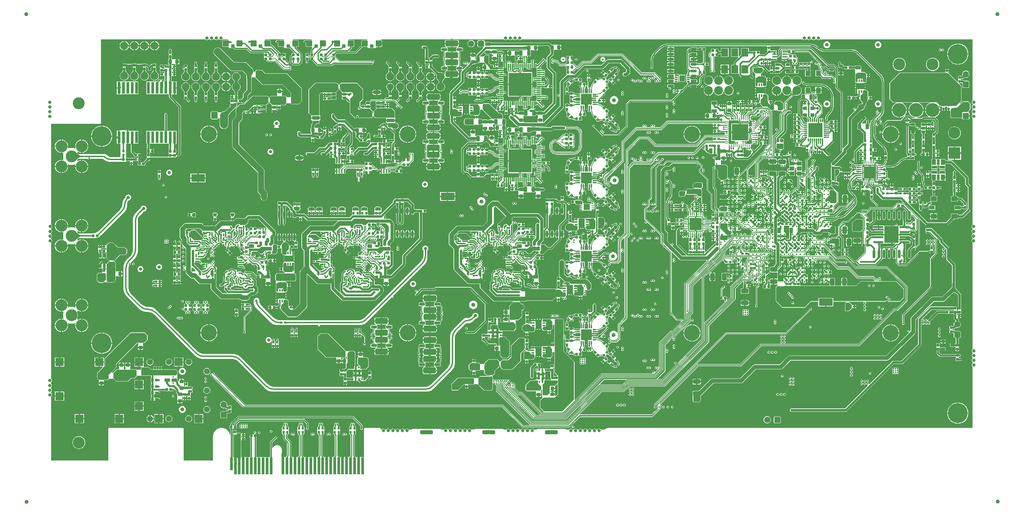
<source format=gbl>
G04*
G04 #@! TF.GenerationSoftware,Altium Limited,Altium Designer,19.1.6 (110)*
G04*
G04 Layer_Physical_Order=12*
G04 Layer_Color=16711680*
%FSLAX44Y44*%
%MOMM*%
G71*
G01*
G75*
%ADD10C,0.2000*%
%ADD11C,0.1000*%
%ADD12C,0.2540*%
%ADD13C,0.1500*%
%ADD14C,0.3500*%
%ADD15C,0.3000*%
%ADD16C,0.2500*%
%ADD18C,0.4000*%
G04:AMPARAMS|DCode=31|XSize=0.5mm|YSize=0.6mm|CornerRadius=0.05mm|HoleSize=0mm|Usage=FLASHONLY|Rotation=90.000|XOffset=0mm|YOffset=0mm|HoleType=Round|Shape=RoundedRectangle|*
%AMROUNDEDRECTD31*
21,1,0.5000,0.5000,0,0,90.0*
21,1,0.4000,0.6000,0,0,90.0*
1,1,0.1000,0.2500,0.2000*
1,1,0.1000,0.2500,-0.2000*
1,1,0.1000,-0.2500,-0.2000*
1,1,0.1000,-0.2500,0.2000*
%
%ADD31ROUNDEDRECTD31*%
G04:AMPARAMS|DCode=50|XSize=0.6mm|YSize=0.6mm|CornerRadius=0.06mm|HoleSize=0mm|Usage=FLASHONLY|Rotation=315.000|XOffset=0mm|YOffset=0mm|HoleType=Round|Shape=RoundedRectangle|*
%AMROUNDEDRECTD50*
21,1,0.6000,0.4800,0,0,315.0*
21,1,0.4800,0.6000,0,0,315.0*
1,1,0.1200,0.0000,-0.3394*
1,1,0.1200,-0.3394,0.0000*
1,1,0.1200,0.0000,0.3394*
1,1,0.1200,0.3394,0.0000*
%
%ADD50ROUNDEDRECTD50*%
G04:AMPARAMS|DCode=51|XSize=0.5mm|YSize=0.6mm|CornerRadius=0.05mm|HoleSize=0mm|Usage=FLASHONLY|Rotation=180.000|XOffset=0mm|YOffset=0mm|HoleType=Round|Shape=RoundedRectangle|*
%AMROUNDEDRECTD51*
21,1,0.5000,0.5000,0,0,180.0*
21,1,0.4000,0.6000,0,0,180.0*
1,1,0.1000,-0.2000,0.2500*
1,1,0.1000,0.2000,0.2500*
1,1,0.1000,0.2000,-0.2500*
1,1,0.1000,-0.2000,-0.2500*
%
%ADD51ROUNDEDRECTD51*%
%ADD55C,1.6000*%
%ADD56R,2.0000X2.0000*%
G04:AMPARAMS|DCode=60|XSize=0.6mm|YSize=0.6mm|CornerRadius=0.06mm|HoleSize=0mm|Usage=FLASHONLY|Rotation=270.000|XOffset=0mm|YOffset=0mm|HoleType=Round|Shape=RoundedRectangle|*
%AMROUNDEDRECTD60*
21,1,0.6000,0.4800,0,0,270.0*
21,1,0.4800,0.6000,0,0,270.0*
1,1,0.1200,-0.2400,-0.2400*
1,1,0.1200,-0.2400,0.2400*
1,1,0.1200,0.2400,0.2400*
1,1,0.1200,0.2400,-0.2400*
%
%ADD60ROUNDEDRECTD60*%
G04:AMPARAMS|DCode=61|XSize=0.5mm|YSize=0.6mm|CornerRadius=0.05mm|HoleSize=0mm|Usage=FLASHONLY|Rotation=135.000|XOffset=0mm|YOffset=0mm|HoleType=Round|Shape=RoundedRectangle|*
%AMROUNDEDRECTD61*
21,1,0.5000,0.5000,0,0,135.0*
21,1,0.4000,0.6000,0,0,135.0*
1,1,0.1000,0.0354,0.3182*
1,1,0.1000,0.3182,0.0354*
1,1,0.1000,-0.0354,-0.3182*
1,1,0.1000,-0.3182,-0.0354*
%
%ADD61ROUNDEDRECTD61*%
G04:AMPARAMS|DCode=63|XSize=0.5mm|YSize=0.6mm|CornerRadius=0.05mm|HoleSize=0mm|Usage=FLASHONLY|Rotation=225.000|XOffset=0mm|YOffset=0mm|HoleType=Round|Shape=RoundedRectangle|*
%AMROUNDEDRECTD63*
21,1,0.5000,0.5000,0,0,225.0*
21,1,0.4000,0.6000,0,0,225.0*
1,1,0.1000,-0.3182,0.0354*
1,1,0.1000,-0.0354,0.3182*
1,1,0.1000,0.3182,-0.0354*
1,1,0.1000,0.0354,-0.3182*
%
%ADD63ROUNDEDRECTD63*%
G04:AMPARAMS|DCode=65|XSize=1mm|YSize=0.9mm|CornerRadius=0.1125mm|HoleSize=0mm|Usage=FLASHONLY|Rotation=90.000|XOffset=0mm|YOffset=0mm|HoleType=Round|Shape=RoundedRectangle|*
%AMROUNDEDRECTD65*
21,1,1.0000,0.6750,0,0,90.0*
21,1,0.7750,0.9000,0,0,90.0*
1,1,0.2250,0.3375,0.3875*
1,1,0.2250,0.3375,-0.3875*
1,1,0.2250,-0.3375,-0.3875*
1,1,0.2250,-0.3375,0.3875*
%
%ADD65ROUNDEDRECTD65*%
G04:AMPARAMS|DCode=66|XSize=0.6mm|YSize=0.6mm|CornerRadius=0.06mm|HoleSize=0mm|Usage=FLASHONLY|Rotation=0.000|XOffset=0mm|YOffset=0mm|HoleType=Round|Shape=RoundedRectangle|*
%AMROUNDEDRECTD66*
21,1,0.6000,0.4800,0,0,0.0*
21,1,0.4800,0.6000,0,0,0.0*
1,1,0.1200,0.2400,-0.2400*
1,1,0.1200,-0.2400,-0.2400*
1,1,0.1200,-0.2400,0.2400*
1,1,0.1200,0.2400,0.2400*
%
%ADD66ROUNDEDRECTD66*%
G04:AMPARAMS|DCode=67|XSize=1mm|YSize=0.9mm|CornerRadius=0.1125mm|HoleSize=0mm|Usage=FLASHONLY|Rotation=0.000|XOffset=0mm|YOffset=0mm|HoleType=Round|Shape=RoundedRectangle|*
%AMROUNDEDRECTD67*
21,1,1.0000,0.6750,0,0,0.0*
21,1,0.7750,0.9000,0,0,0.0*
1,1,0.2250,0.3875,-0.3375*
1,1,0.2250,-0.3875,-0.3375*
1,1,0.2250,-0.3875,0.3375*
1,1,0.2250,0.3875,0.3375*
%
%ADD67ROUNDEDRECTD67*%
G04:AMPARAMS|DCode=68|XSize=1.3mm|YSize=0.8mm|CornerRadius=0.1mm|HoleSize=0mm|Usage=FLASHONLY|Rotation=180.000|XOffset=0mm|YOffset=0mm|HoleType=Round|Shape=RoundedRectangle|*
%AMROUNDEDRECTD68*
21,1,1.3000,0.6000,0,0,180.0*
21,1,1.1000,0.8000,0,0,180.0*
1,1,0.2000,-0.5500,0.3000*
1,1,0.2000,0.5500,0.3000*
1,1,0.2000,0.5500,-0.3000*
1,1,0.2000,-0.5500,-0.3000*
%
%ADD68ROUNDEDRECTD68*%
%ADD69C,0.3500*%
G04:AMPARAMS|DCode=74|XSize=1.3mm|YSize=0.8mm|CornerRadius=0.1mm|HoleSize=0mm|Usage=FLASHONLY|Rotation=270.000|XOffset=0mm|YOffset=0mm|HoleType=Round|Shape=RoundedRectangle|*
%AMROUNDEDRECTD74*
21,1,1.3000,0.6000,0,0,270.0*
21,1,1.1000,0.8000,0,0,270.0*
1,1,0.2000,-0.3000,-0.5500*
1,1,0.2000,-0.3000,0.5500*
1,1,0.2000,0.3000,0.5500*
1,1,0.2000,0.3000,-0.5500*
%
%ADD74ROUNDEDRECTD74*%
%ADD77R,3.5000X1.9000*%
G04:AMPARAMS|DCode=81|XSize=0.6mm|YSize=0.6mm|CornerRadius=0.06mm|HoleSize=0mm|Usage=FLASHONLY|Rotation=225.000|XOffset=0mm|YOffset=0mm|HoleType=Round|Shape=RoundedRectangle|*
%AMROUNDEDRECTD81*
21,1,0.6000,0.4800,0,0,225.0*
21,1,0.4800,0.6000,0,0,225.0*
1,1,0.1200,-0.3394,0.0000*
1,1,0.1200,0.0000,0.3394*
1,1,0.1200,0.3394,0.0000*
1,1,0.1200,0.0000,-0.3394*
%
%ADD81ROUNDEDRECTD81*%
G04:AMPARAMS|DCode=89|XSize=0.6mm|YSize=1mm|CornerRadius=0.075mm|HoleSize=0mm|Usage=FLASHONLY|Rotation=0.000|XOffset=0mm|YOffset=0mm|HoleType=Round|Shape=RoundedRectangle|*
%AMROUNDEDRECTD89*
21,1,0.6000,0.8500,0,0,0.0*
21,1,0.4500,1.0000,0,0,0.0*
1,1,0.1500,0.2250,-0.4250*
1,1,0.1500,-0.2250,-0.4250*
1,1,0.1500,-0.2250,0.4250*
1,1,0.1500,0.2250,0.4250*
%
%ADD89ROUNDEDRECTD89*%
%ADD90R,0.4000X1.0000*%
G04:AMPARAMS|DCode=93|XSize=1.5mm|YSize=0.71mm|CornerRadius=0.1775mm|HoleSize=0mm|Usage=FLASHONLY|Rotation=180.000|XOffset=0mm|YOffset=0mm|HoleType=Round|Shape=RoundedRectangle|*
%AMROUNDEDRECTD93*
21,1,1.5000,0.3550,0,0,180.0*
21,1,1.1450,0.7100,0,0,180.0*
1,1,0.3550,-0.5725,0.1775*
1,1,0.3550,0.5725,0.1775*
1,1,0.3550,0.5725,-0.1775*
1,1,0.3550,-0.5725,-0.1775*
%
%ADD93ROUNDEDRECTD93*%
G04:AMPARAMS|DCode=94|XSize=3.25mm|YSize=1.5mm|CornerRadius=0.375mm|HoleSize=0mm|Usage=FLASHONLY|Rotation=180.000|XOffset=0mm|YOffset=0mm|HoleType=Round|Shape=RoundedRectangle|*
%AMROUNDEDRECTD94*
21,1,3.2500,0.7500,0,0,180.0*
21,1,2.5000,1.5000,0,0,180.0*
1,1,0.7500,-1.2500,0.3750*
1,1,0.7500,1.2500,0.3750*
1,1,0.7500,1.2500,-0.3750*
1,1,0.7500,-1.2500,-0.3750*
%
%ADD94ROUNDEDRECTD94*%
%ADD97R,0.3000X0.3100*%
%ADD98R,0.6000X0.9000*%
%ADD99R,1.5000X0.7500*%
G04:AMPARAMS|DCode=107|XSize=1.8mm|YSize=1.15mm|CornerRadius=0.1438mm|HoleSize=0mm|Usage=FLASHONLY|Rotation=90.000|XOffset=0mm|YOffset=0mm|HoleType=Round|Shape=RoundedRectangle|*
%AMROUNDEDRECTD107*
21,1,1.8000,0.8625,0,0,90.0*
21,1,1.5125,1.1500,0,0,90.0*
1,1,0.2875,0.4313,0.7563*
1,1,0.2875,0.4313,-0.7563*
1,1,0.2875,-0.4313,-0.7563*
1,1,0.2875,-0.4313,0.7563*
%
%ADD107ROUNDEDRECTD107*%
G04:AMPARAMS|DCode=108|XSize=1.8mm|YSize=1.15mm|CornerRadius=0.1438mm|HoleSize=0mm|Usage=FLASHONLY|Rotation=180.000|XOffset=0mm|YOffset=0mm|HoleType=Round|Shape=RoundedRectangle|*
%AMROUNDEDRECTD108*
21,1,1.8000,0.8625,0,0,180.0*
21,1,1.5125,1.1500,0,0,180.0*
1,1,0.2875,-0.7563,0.4313*
1,1,0.2875,0.7563,0.4313*
1,1,0.2875,0.7563,-0.4313*
1,1,0.2875,-0.7563,-0.4313*
%
%ADD108ROUNDEDRECTD108*%
G04:AMPARAMS|DCode=119|XSize=0.6mm|YSize=1mm|CornerRadius=0.075mm|HoleSize=0mm|Usage=FLASHONLY|Rotation=90.000|XOffset=0mm|YOffset=0mm|HoleType=Round|Shape=RoundedRectangle|*
%AMROUNDEDRECTD119*
21,1,0.6000,0.8500,0,0,90.0*
21,1,0.4500,1.0000,0,0,90.0*
1,1,0.1500,0.4250,0.2250*
1,1,0.1500,0.4250,-0.2250*
1,1,0.1500,-0.4250,-0.2250*
1,1,0.1500,-0.4250,0.2250*
%
%ADD119ROUNDEDRECTD119*%
%ADD120R,0.3500X0.3000*%
%ADD121C,0.5000*%
%ADD189C,1.7000*%
%ADD255C,0.6000*%
%ADD286R,3.1000X3.1000*%
%ADD289C,0.3250*%
%ADD292C,0.1100*%
%ADD307C,1.5000*%
%ADD308C,1.0000*%
%ADD309R,0.7000X4.2000*%
%ADD310R,0.7000X3.2000*%
%ADD311C,1.0000*%
%ADD312C,0.9000*%
%ADD313C,0.8000*%
%ADD314C,0.6000*%
%ADD315C,1.2000*%
%ADD317C,0.5000*%
%ADD319C,0.7000*%
%ADD321O,2.0000X1.0000*%
%ADD322C,2.0000*%
%ADD323C,0.8000*%
G04:AMPARAMS|DCode=324|XSize=1mm|YSize=3.2mm|CornerRadius=0.25mm|HoleSize=0mm|Usage=FLASHONLY|Rotation=270.000|XOffset=0mm|YOffset=0mm|HoleType=Round|Shape=RoundedRectangle|*
%AMROUNDEDRECTD324*
21,1,1.0000,2.7000,0,0,270.0*
21,1,0.5000,3.2000,0,0,270.0*
1,1,0.5000,-1.3500,-0.2500*
1,1,0.5000,-1.3500,0.2500*
1,1,0.5000,1.3500,0.2500*
1,1,0.5000,1.3500,-0.2500*
%
%ADD324ROUNDEDRECTD324*%
%ADD325C,3.0000*%
G04:AMPARAMS|DCode=326|XSize=1.524mm|YSize=1.524mm|CornerRadius=0.1905mm|HoleSize=0mm|Usage=FLASHONLY|Rotation=270.000|XOffset=0mm|YOffset=0mm|HoleType=Round|Shape=RoundedRectangle|*
%AMROUNDEDRECTD326*
21,1,1.5240,1.1430,0,0,270.0*
21,1,1.1430,1.5240,0,0,270.0*
1,1,0.3810,-0.5715,-0.5715*
1,1,0.3810,-0.5715,0.5715*
1,1,0.3810,0.5715,0.5715*
1,1,0.3810,0.5715,-0.5715*
%
%ADD326ROUNDEDRECTD326*%
G04:AMPARAMS|DCode=327|XSize=1.524mm|YSize=1.524mm|CornerRadius=0.1905mm|HoleSize=0mm|Usage=FLASHONLY|Rotation=180.000|XOffset=0mm|YOffset=0mm|HoleType=Round|Shape=RoundedRectangle|*
%AMROUNDEDRECTD327*
21,1,1.5240,1.1430,0,0,180.0*
21,1,1.1430,1.5240,0,0,180.0*
1,1,0.3810,-0.5715,0.5715*
1,1,0.3810,0.5715,0.5715*
1,1,0.3810,0.5715,-0.5715*
1,1,0.3810,-0.5715,-0.5715*
%
%ADD327ROUNDEDRECTD327*%
%ADD328C,0.9000*%
%ADD329C,4.0000*%
%ADD330C,2.2000*%
%ADD331C,5.0000*%
%ADD332R,3.0000X3.0000*%
G04:AMPARAMS|DCode=333|XSize=3.5mm|YSize=3.5mm|CornerRadius=0.875mm|HoleSize=0mm|Usage=FLASHONLY|Rotation=180.000|XOffset=0mm|YOffset=0mm|HoleType=Round|Shape=RoundedRectangle|*
%AMROUNDEDRECTD333*
21,1,3.5000,1.7500,0,0,180.0*
21,1,1.7500,3.5000,0,0,180.0*
1,1,1.7500,-0.8750,0.8750*
1,1,1.7500,0.8750,0.8750*
1,1,1.7500,0.8750,-0.8750*
1,1,1.7500,-0.8750,-0.8750*
%
%ADD333ROUNDEDRECTD333*%
%ADD334C,3.5000*%
%ADD335C,0.4000*%
%ADD336C,0.1300*%
%ADD337C,1.5000*%
%ADD338C,2.0000*%
%ADD343C,0.2000*%
%ADD344R,0.4500X0.5000*%
%ADD345R,0.8000X0.8000*%
%ADD346R,0.5000X0.4500*%
%ADD347R,0.8000X0.8000*%
G04:AMPARAMS|DCode=348|XSize=0.55mm|YSize=2.6mm|CornerRadius=0.1375mm|HoleSize=0mm|Usage=FLASHONLY|Rotation=270.000|XOffset=0mm|YOffset=0mm|HoleType=Round|Shape=RoundedRectangle|*
%AMROUNDEDRECTD348*
21,1,0.5500,2.3250,0,0,270.0*
21,1,0.2750,2.6000,0,0,270.0*
1,1,0.2750,-1.1625,-0.1375*
1,1,0.2750,-1.1625,0.1375*
1,1,0.2750,1.1625,0.1375*
1,1,0.2750,1.1625,-0.1375*
%
%ADD348ROUNDEDRECTD348*%
%ADD349R,3.6000X4.2000*%
G04:AMPARAMS|DCode=350|XSize=1.5mm|YSize=1.5mm|CornerRadius=0.1875mm|HoleSize=0mm|Usage=FLASHONLY|Rotation=0.000|XOffset=0mm|YOffset=0mm|HoleType=Round|Shape=RoundedRectangle|*
%AMROUNDEDRECTD350*
21,1,1.5000,1.1250,0,0,0.0*
21,1,1.1250,1.5000,0,0,0.0*
1,1,0.3750,0.5625,-0.5625*
1,1,0.3750,-0.5625,-0.5625*
1,1,0.3750,-0.5625,0.5625*
1,1,0.3750,0.5625,0.5625*
%
%ADD350ROUNDEDRECTD350*%
G04:AMPARAMS|DCode=351|XSize=0.9mm|YSize=0.9mm|CornerRadius=0.1125mm|HoleSize=0mm|Usage=FLASHONLY|Rotation=0.000|XOffset=0mm|YOffset=0mm|HoleType=Round|Shape=RoundedRectangle|*
%AMROUNDEDRECTD351*
21,1,0.9000,0.6750,0,0,0.0*
21,1,0.6750,0.9000,0,0,0.0*
1,1,0.2250,0.3375,-0.3375*
1,1,0.2250,-0.3375,-0.3375*
1,1,0.2250,-0.3375,0.3375*
1,1,0.2250,0.3375,0.3375*
%
%ADD351ROUNDEDRECTD351*%
%ADD352R,1.8000X2.0000*%
%ADD353R,1.2500X1.3500*%
%ADD354R,1.5000X1.2000*%
%ADD355R,1.4000X0.9000*%
%ADD356R,1.0000X1.3500*%
%ADD357R,1.3500X0.7000*%
%ADD358R,0.7000X1.3500*%
%ADD359R,1.0000X0.4000*%
%ADD360O,0.3000X0.9000*%
%ADD361O,0.9000X0.3000*%
%ADD362R,3.5500X3.5500*%
%ADD363R,0.8000X3.0000*%
%ADD364R,0.8000X0.3000*%
%ADD365R,1.4000X1.6000*%
G04:AMPARAMS|DCode=366|XSize=0.25mm|YSize=0.75mm|CornerRadius=0.0625mm|HoleSize=0mm|Usage=FLASHONLY|Rotation=180.000|XOffset=0mm|YOffset=0mm|HoleType=Round|Shape=RoundedRectangle|*
%AMROUNDEDRECTD366*
21,1,0.2500,0.6250,0,0,180.0*
21,1,0.1250,0.7500,0,0,180.0*
1,1,0.1250,-0.0625,0.3125*
1,1,0.1250,0.0625,0.3125*
1,1,0.1250,0.0625,-0.3125*
1,1,0.1250,-0.0625,-0.3125*
%
%ADD366ROUNDEDRECTD366*%
G04:AMPARAMS|DCode=367|XSize=0.25mm|YSize=0.75mm|CornerRadius=0.0625mm|HoleSize=0mm|Usage=FLASHONLY|Rotation=90.000|XOffset=0mm|YOffset=0mm|HoleType=Round|Shape=RoundedRectangle|*
%AMROUNDEDRECTD367*
21,1,0.2500,0.6250,0,0,90.0*
21,1,0.1250,0.7500,0,0,90.0*
1,1,0.1250,0.3125,0.0625*
1,1,0.1250,0.3125,-0.0625*
1,1,0.1250,-0.3125,-0.0625*
1,1,0.1250,-0.3125,0.0625*
%
%ADD367ROUNDEDRECTD367*%
%ADD368R,4.1000X4.1000*%
G04:AMPARAMS|DCode=369|XSize=0.25mm|YSize=0.8mm|CornerRadius=0.0625mm|HoleSize=0mm|Usage=FLASHONLY|Rotation=270.000|XOffset=0mm|YOffset=0mm|HoleType=Round|Shape=RoundedRectangle|*
%AMROUNDEDRECTD369*
21,1,0.2500,0.6750,0,0,270.0*
21,1,0.1250,0.8000,0,0,270.0*
1,1,0.1250,-0.3375,-0.0625*
1,1,0.1250,-0.3375,0.0625*
1,1,0.1250,0.3375,0.0625*
1,1,0.1250,0.3375,-0.0625*
%
%ADD369ROUNDEDRECTD369*%
G04:AMPARAMS|DCode=370|XSize=0.25mm|YSize=0.8mm|CornerRadius=0.0625mm|HoleSize=0mm|Usage=FLASHONLY|Rotation=0.000|XOffset=0mm|YOffset=0mm|HoleType=Round|Shape=RoundedRectangle|*
%AMROUNDEDRECTD370*
21,1,0.2500,0.6750,0,0,0.0*
21,1,0.1250,0.8000,0,0,0.0*
1,1,0.1250,0.0625,-0.3375*
1,1,0.1250,-0.0625,-0.3375*
1,1,0.1250,-0.0625,0.3375*
1,1,0.1250,0.0625,0.3375*
%
%ADD370ROUNDEDRECTD370*%
%ADD371R,3.1000X3.1000*%
%ADD372R,0.3000X0.3500*%
G04:AMPARAMS|DCode=373|XSize=0.6mm|YSize=1.55mm|CornerRadius=0.15mm|HoleSize=0mm|Usage=FLASHONLY|Rotation=270.000|XOffset=0mm|YOffset=0mm|HoleType=Round|Shape=RoundedRectangle|*
%AMROUNDEDRECTD373*
21,1,0.6000,1.2500,0,0,270.0*
21,1,0.3000,1.5500,0,0,270.0*
1,1,0.3000,-0.6250,-0.1500*
1,1,0.3000,-0.6250,0.1500*
1,1,0.3000,0.6250,0.1500*
1,1,0.3000,0.6250,-0.1500*
%
%ADD373ROUNDEDRECTD373*%
%ADD374R,2.3500X1.6000*%
%ADD375R,0.3000X0.7000*%
%ADD376R,1.6000X2.3500*%
%ADD377R,0.7000X0.3000*%
G04:AMPARAMS|DCode=378|XSize=1mm|YSize=1.2mm|CornerRadius=0.125mm|HoleSize=0mm|Usage=FLASHONLY|Rotation=270.000|XOffset=0mm|YOffset=0mm|HoleType=Round|Shape=RoundedRectangle|*
%AMROUNDEDRECTD378*
21,1,1.0000,0.9500,0,0,270.0*
21,1,0.7500,1.2000,0,0,270.0*
1,1,0.2500,-0.4750,-0.3750*
1,1,0.2500,-0.4750,0.3750*
1,1,0.2500,0.4750,0.3750*
1,1,0.2500,0.4750,-0.3750*
%
%ADD378ROUNDEDRECTD378*%
%ADD379R,1.6000X1.6000*%
%ADD380R,0.6250X0.2500*%
%ADD381O,0.6000X2.2000*%
G04:AMPARAMS|DCode=382|XSize=0.95mm|YSize=0.3mm|CornerRadius=0.075mm|HoleSize=0mm|Usage=FLASHONLY|Rotation=90.000|XOffset=0mm|YOffset=0mm|HoleType=Round|Shape=RoundedRectangle|*
%AMROUNDEDRECTD382*
21,1,0.9500,0.1500,0,0,90.0*
21,1,0.8000,0.3000,0,0,90.0*
1,1,0.1500,0.0750,0.4000*
1,1,0.1500,0.0750,-0.4000*
1,1,0.1500,-0.0750,-0.4000*
1,1,0.1500,-0.0750,0.4000*
%
%ADD382ROUNDEDRECTD382*%
G04:AMPARAMS|DCode=383|XSize=0.95mm|YSize=0.3mm|CornerRadius=0.075mm|HoleSize=0mm|Usage=FLASHONLY|Rotation=0.000|XOffset=0mm|YOffset=0mm|HoleType=Round|Shape=RoundedRectangle|*
%AMROUNDEDRECTD383*
21,1,0.9500,0.1500,0,0,0.0*
21,1,0.8000,0.3000,0,0,0.0*
1,1,0.1500,0.4000,-0.0750*
1,1,0.1500,-0.4000,-0.0750*
1,1,0.1500,-0.4000,0.0750*
1,1,0.1500,0.4000,0.0750*
%
%ADD383ROUNDEDRECTD383*%
%ADD384R,5.8500X5.8500*%
G04:AMPARAMS|DCode=385|XSize=0.3mm|YSize=0.35mm|CornerRadius=0mm|HoleSize=0mm|Usage=FLASHONLY|Rotation=315.000|XOffset=0mm|YOffset=0mm|HoleType=Round|Shape=Rectangle|*
%AMROTATEDRECTD385*
4,1,4,-0.2298,-0.0177,0.0177,0.2298,0.2298,0.0177,-0.0177,-0.2298,-0.2298,-0.0177,0.0*
%
%ADD385ROTATEDRECTD385*%

%ADD386O,0.6000X1.7000*%
G04:AMPARAMS|DCode=387|XSize=0.3mm|YSize=0.35mm|CornerRadius=0mm|HoleSize=0mm|Usage=FLASHONLY|Rotation=225.000|XOffset=0mm|YOffset=0mm|HoleType=Round|Shape=Rectangle|*
%AMROTATEDRECTD387*
4,1,4,-0.0177,0.2298,0.2298,-0.0177,0.0177,-0.2298,-0.2298,0.0177,-0.0177,0.2298,0.0*
%
%ADD387ROTATEDRECTD387*%

G04:AMPARAMS|DCode=388|XSize=0.3mm|YSize=0.9mm|CornerRadius=0.075mm|HoleSize=0mm|Usage=FLASHONLY|Rotation=270.000|XOffset=0mm|YOffset=0mm|HoleType=Round|Shape=RoundedRectangle|*
%AMROUNDEDRECTD388*
21,1,0.3000,0.7500,0,0,270.0*
21,1,0.1500,0.9000,0,0,270.0*
1,1,0.1500,-0.3750,-0.0750*
1,1,0.1500,-0.3750,0.0750*
1,1,0.1500,0.3750,0.0750*
1,1,0.1500,0.3750,-0.0750*
%
%ADD388ROUNDEDRECTD388*%
G04:AMPARAMS|DCode=389|XSize=0.3mm|YSize=0.9mm|CornerRadius=0.075mm|HoleSize=0mm|Usage=FLASHONLY|Rotation=0.000|XOffset=0mm|YOffset=0mm|HoleType=Round|Shape=RoundedRectangle|*
%AMROUNDEDRECTD389*
21,1,0.3000,0.7500,0,0,0.0*
21,1,0.1500,0.9000,0,0,0.0*
1,1,0.1500,0.0750,-0.3750*
1,1,0.1500,-0.0750,-0.3750*
1,1,0.1500,-0.0750,0.3750*
1,1,0.1500,0.0750,0.3750*
%
%ADD389ROUNDEDRECTD389*%
%ADD390R,2.7000X2.7000*%
%ADD391C,1.7000*%
%ADD392C,0.4500*%
%ADD393C,0.1700*%
%ADD394C,1.1000*%
%ADD395C,0.2200*%
%ADD396C,0.1800*%
%ADD397C,0.3100*%
%ADD398C,0.2300*%
G36*
X2321941Y954220D02*
X2321395Y953855D01*
X2320290Y952201D01*
X2319902Y950250D01*
X2320290Y948299D01*
X2321395Y946645D01*
X2321941Y946280D01*
Y942470D01*
X2321395Y942105D01*
X2320290Y940451D01*
X2319902Y938500D01*
X2320290Y936549D01*
X2321395Y934895D01*
X2321941Y934530D01*
Y930470D01*
X2321395Y930105D01*
X2320290Y928451D01*
X2319902Y926500D01*
X2320290Y924549D01*
X2321395Y922895D01*
X2321941Y922530D01*
Y918470D01*
X2321395Y918105D01*
X2320290Y916451D01*
X2319902Y914500D01*
X2320290Y912549D01*
X2321395Y910895D01*
X2321941Y910530D01*
Y641512D01*
X2321145Y640980D01*
X2320040Y639326D01*
X2319652Y637375D01*
X2320040Y635424D01*
X2321145Y633770D01*
X2321941Y633238D01*
Y629512D01*
X2321145Y628980D01*
X2320040Y627326D01*
X2319652Y625375D01*
X2320040Y623424D01*
X2321145Y621770D01*
X2321941Y621238D01*
Y617512D01*
X2321145Y616980D01*
X2320040Y615326D01*
X2319652Y613375D01*
X2320040Y611424D01*
X2321145Y609770D01*
X2321941Y609238D01*
Y605762D01*
X2321145Y605230D01*
X2320040Y603576D01*
X2319652Y601625D01*
X2320040Y599674D01*
X2321145Y598020D01*
X2321941Y597488D01*
Y328470D01*
X2321395Y328105D01*
X2320290Y326451D01*
X2319902Y324500D01*
X2320290Y322549D01*
X2321395Y320895D01*
X2321941Y320530D01*
Y316470D01*
X2321395Y316105D01*
X2320290Y314451D01*
X2319902Y312500D01*
X2320290Y310549D01*
X2321395Y308895D01*
X2321941Y308530D01*
Y304470D01*
X2321395Y304105D01*
X2320290Y302451D01*
X2319902Y300500D01*
X2320290Y298549D01*
X2321395Y296895D01*
X2321941Y296530D01*
Y292720D01*
X2321395Y292355D01*
X2320290Y290701D01*
X2319902Y288750D01*
X2320290Y286799D01*
X2321395Y285145D01*
X2321941Y284780D01*
Y130559D01*
X1408000D01*
X1407925Y130544D01*
X1407850Y130555D01*
X1406135Y130471D01*
X1405915Y130416D01*
X1405688D01*
X1402323Y129746D01*
X1402045Y129631D01*
X1401750Y129572D01*
X1398580Y128259D01*
X1398330Y128092D01*
X1398051Y127977D01*
X1395835Y126496D01*
X1386512D01*
X1386105Y127105D01*
X1384451Y128210D01*
X1382500Y128598D01*
X1380549Y128210D01*
X1378895Y127105D01*
X1378489Y126496D01*
X1374512D01*
X1374105Y127105D01*
X1372451Y128210D01*
X1370500Y128598D01*
X1368549Y128210D01*
X1366895Y127105D01*
X1366488Y126496D01*
X1362511D01*
X1362105Y127105D01*
X1360451Y128210D01*
X1358500Y128598D01*
X1356549Y128210D01*
X1354895Y127105D01*
X1354489Y126496D01*
X1350511D01*
X1350105Y127105D01*
X1348451Y128210D01*
X1346500Y128598D01*
X1344549Y128210D01*
X1342895Y127105D01*
X1342489Y126496D01*
X1338511D01*
X1338105Y127105D01*
X1336451Y128210D01*
X1334500Y128598D01*
X1332549Y128210D01*
X1330895Y127105D01*
X1330488Y126496D01*
X1326511D01*
X1326105Y127105D01*
X1324451Y128210D01*
X1322500Y128598D01*
X1320549Y128210D01*
X1318895Y127105D01*
X1318488Y126496D01*
X1314761D01*
X1314355Y127105D01*
X1312701Y128210D01*
X1310750Y128598D01*
X1308799Y128210D01*
X1307145Y127105D01*
X1306738Y126496D01*
X1299671D01*
X1298786Y127175D01*
X1296719Y128031D01*
X1294500Y128323D01*
X1229500D01*
X1227281Y128031D01*
X1225213Y127175D01*
X1224329Y126496D01*
X1217261D01*
X1216854Y127105D01*
X1215200Y128210D01*
X1213250Y128598D01*
X1211299Y128210D01*
X1209645Y127105D01*
X1209238Y126496D01*
X1205511D01*
X1205104Y127105D01*
X1203450Y128210D01*
X1201499Y128598D01*
X1199549Y128210D01*
X1197895Y127105D01*
X1197488Y126496D01*
X1193511D01*
X1193104Y127105D01*
X1191450Y128210D01*
X1189499Y128598D01*
X1187549Y128210D01*
X1185895Y127105D01*
X1185488Y126496D01*
X1181511D01*
X1181104Y127105D01*
X1179450Y128210D01*
X1177499Y128598D01*
X1175548Y128210D01*
X1173895Y127105D01*
X1173488Y126496D01*
X1169511D01*
X1169104Y127105D01*
X1167450Y128210D01*
X1165499Y128598D01*
X1163549Y128210D01*
X1161895Y127105D01*
X1161488Y126496D01*
X1157511D01*
X1157104Y127105D01*
X1155450Y128210D01*
X1153499Y128598D01*
X1151548Y128210D01*
X1149895Y127105D01*
X1149488Y126496D01*
X1142420D01*
X1141536Y127175D01*
X1139468Y128031D01*
X1137249Y128323D01*
X1072249D01*
X1070030Y128031D01*
X1067962Y127175D01*
X1067078Y126496D01*
X1060010D01*
X1059604Y127105D01*
X1057950Y128210D01*
X1055999Y128598D01*
X1054048Y128210D01*
X1052394Y127105D01*
X1051987Y126496D01*
X1048260D01*
X1047854Y127105D01*
X1046200Y128210D01*
X1044249Y128598D01*
X1042298Y128210D01*
X1040644Y127105D01*
X1040237Y126496D01*
X1036260D01*
X1035854Y127105D01*
X1034200Y128210D01*
X1032249Y128598D01*
X1030298Y128210D01*
X1028644Y127105D01*
X1028237Y126496D01*
X1024260D01*
X1023854Y127105D01*
X1022200Y128210D01*
X1020249Y128598D01*
X1018298Y128210D01*
X1016644Y127105D01*
X1016237Y126496D01*
X1012260D01*
X1011854Y127105D01*
X1010200Y128210D01*
X1008249Y128598D01*
X1006298Y128210D01*
X1004644Y127105D01*
X1004237Y126496D01*
X1000260D01*
X999854Y127105D01*
X998200Y128210D01*
X996249Y128598D01*
X994298Y128210D01*
X992644Y127105D01*
X992237Y126496D01*
X985170D01*
X984285Y127175D01*
X982217Y128031D01*
X979999Y128323D01*
X914999D01*
X912780Y128031D01*
X910712Y127175D01*
X909828Y126496D01*
X902760D01*
X902353Y127105D01*
X900699Y128210D01*
X898748Y128598D01*
X896797Y128210D01*
X895144Y127105D01*
X894737Y126496D01*
X891010D01*
X890603Y127105D01*
X888949Y128210D01*
X886998Y128598D01*
X885047Y128210D01*
X883393Y127105D01*
X882987Y126496D01*
X879010D01*
X878603Y127105D01*
X876949Y128210D01*
X874998Y128598D01*
X873047Y128210D01*
X871394Y127105D01*
X870987Y126496D01*
X867010D01*
X866603Y127105D01*
X864949Y128210D01*
X862998Y128598D01*
X861047Y128210D01*
X859393Y127105D01*
X858987Y126496D01*
X855010D01*
X854603Y127105D01*
X852949Y128210D01*
X850998Y128598D01*
X849047Y128210D01*
X847393Y127105D01*
X846987Y126496D01*
X843010D01*
X842603Y127105D01*
X840949Y128210D01*
X838998Y128598D01*
X837047Y128210D01*
X835393Y127105D01*
X834987Y126496D01*
X832559D01*
Y127500D01*
X832326Y128670D01*
X831663Y129663D01*
X830670Y130326D01*
X829500Y130559D01*
X793000D01*
X791830Y130326D01*
X790837Y129663D01*
X790174Y128670D01*
X789941Y127500D01*
Y57000D01*
X782563D01*
X781500Y57500D01*
Y57500D01*
X781500Y57500D01*
X778000D01*
Y35000D01*
X775000D01*
Y57500D01*
X771500D01*
Y57500D01*
X771000Y57000D01*
X768854D01*
X768835Y57250D01*
X768832Y57510D01*
X768757Y57688D01*
X768620Y58378D01*
X768122Y59122D01*
X768122Y59122D01*
X766294Y60950D01*
Y111550D01*
X768122Y113378D01*
X768620Y114122D01*
X768755Y114803D01*
X768832Y114981D01*
X768841Y115502D01*
X768843Y115518D01*
X769648Y115852D01*
X770124Y117000D01*
Y122000D01*
X769949Y122423D01*
X770000Y122500D01*
X770000D01*
Y126500D01*
X770000D01*
X769949Y126577D01*
X770124Y127000D01*
Y132000D01*
X769648Y133148D01*
X768853Y133477D01*
X768835Y133752D01*
X768832Y134009D01*
X768757Y134187D01*
X768620Y134878D01*
X768122Y135622D01*
X768122Y135622D01*
X766336Y137408D01*
X766345Y137803D01*
X766364Y138051D01*
X766373Y138115D01*
X766378Y138144D01*
X766386Y138171D01*
X766826Y138829D01*
X767059Y140000D01*
X766826Y141171D01*
X766163Y142163D01*
X765171Y142826D01*
X764000Y143059D01*
X762830Y142826D01*
X761837Y142163D01*
X761163D01*
X760171Y142826D01*
X759000Y143059D01*
X757830Y142826D01*
X756837Y142163D01*
X756174Y141171D01*
X755941Y140000D01*
X756174Y138829D01*
X756614Y138171D01*
X756620Y138148D01*
X756666Y137428D01*
X756666Y137411D01*
X754878Y135622D01*
X754381Y134878D01*
X754245Y134197D01*
X754168Y134019D01*
X754159Y133498D01*
X754157Y133482D01*
X753352Y133148D01*
X752876Y132000D01*
Y127000D01*
X753052Y126577D01*
X753000Y126500D01*
X753000D01*
Y122500D01*
X753000D01*
X753052Y122423D01*
X752876Y122000D01*
Y117000D01*
X753352Y115852D01*
X754147Y115523D01*
X754165Y115248D01*
X754168Y114991D01*
X754243Y114813D01*
X754381Y114122D01*
X754878Y113378D01*
X756706Y111550D01*
Y60950D01*
X754878Y59122D01*
X754381Y58378D01*
X754246Y57699D01*
X754168Y57522D01*
X754157Y57000D01*
X752563D01*
X751500Y57500D01*
Y57500D01*
X751500Y57500D01*
X748000D01*
Y35000D01*
X745000D01*
Y57500D01*
X742770D01*
X741500Y57500D01*
Y57500D01*
X741500D01*
Y57500D01*
X738000D01*
Y35000D01*
X735000D01*
Y57500D01*
X731500D01*
Y57500D01*
X731000Y57000D01*
X728854D01*
X728835Y57250D01*
X728832Y57510D01*
X728757Y57688D01*
X728620Y58378D01*
X728122Y59122D01*
X728122Y59122D01*
X726294Y60950D01*
Y111550D01*
X728122Y113378D01*
X728619Y114122D01*
X728755Y114803D01*
X728832Y114981D01*
X728841Y115502D01*
X728842Y115518D01*
X729648Y115852D01*
X730124Y117000D01*
Y122000D01*
X729949Y122423D01*
X730000Y122500D01*
X730000D01*
Y126500D01*
X730000D01*
X729949Y126577D01*
X730124Y127000D01*
Y132000D01*
X729648Y133148D01*
X728853Y133477D01*
X728835Y133752D01*
X728832Y134009D01*
X728757Y134187D01*
X728620Y134878D01*
X728122Y135622D01*
X726336Y137408D01*
X726345Y137803D01*
X726364Y138051D01*
X726373Y138115D01*
X726378Y138144D01*
X726386Y138171D01*
X726826Y138829D01*
X727059Y140000D01*
X726826Y141171D01*
X726163Y142163D01*
X725171Y142826D01*
X724000Y143059D01*
X722830Y142826D01*
X721837Y142163D01*
X721163D01*
X720171Y142826D01*
X719000Y143059D01*
X717830Y142826D01*
X716837Y142163D01*
X716174Y141171D01*
X715941Y140000D01*
X716174Y138829D01*
X716614Y138171D01*
X716620Y138148D01*
X716666Y137428D01*
X716666Y137411D01*
X714878Y135622D01*
X714381Y134878D01*
X714245Y134197D01*
X714168Y134019D01*
X714159Y133499D01*
X714157Y133482D01*
X713352Y133148D01*
X712876Y132000D01*
Y127000D01*
X713052Y126577D01*
X713000Y126500D01*
X713000D01*
Y122500D01*
X713000D01*
X713052Y122423D01*
X712876Y122000D01*
Y117000D01*
X713352Y115852D01*
X714147Y115523D01*
X714165Y115248D01*
X714168Y114991D01*
X714243Y114813D01*
X714381Y114122D01*
X714878Y113378D01*
X716706Y111550D01*
Y60950D01*
X714878Y59122D01*
X714381Y58378D01*
X714246Y57699D01*
X714168Y57522D01*
X714157Y57000D01*
X712563D01*
X711500Y57500D01*
Y57500D01*
X711500Y57500D01*
X708000D01*
Y35000D01*
X705000D01*
Y57500D01*
X698000D01*
Y35000D01*
X695000D01*
Y57500D01*
X691500D01*
Y57500D01*
X691000Y57000D01*
X688854D01*
X688835Y57250D01*
X688832Y57510D01*
X688757Y57688D01*
X688620Y58378D01*
X688122Y59122D01*
X688122Y59122D01*
X686294Y60950D01*
Y111550D01*
X688122Y113378D01*
X688620Y114122D01*
X688755Y114803D01*
X688832Y114981D01*
X688841Y115502D01*
X688842Y115518D01*
X689648Y115852D01*
X690124Y117000D01*
Y122000D01*
X689949Y122423D01*
X690000Y122500D01*
X690000D01*
Y126500D01*
X690000D01*
X689949Y126577D01*
X690124Y127000D01*
Y132000D01*
X689648Y133148D01*
X688853Y133477D01*
X688835Y133752D01*
X688832Y134009D01*
X688757Y134187D01*
X688619Y134878D01*
X688122Y135622D01*
X686336Y137408D01*
X686345Y137803D01*
X686364Y138051D01*
X686373Y138115D01*
X686378Y138144D01*
X686386Y138171D01*
X686826Y138829D01*
X687059Y140000D01*
X686826Y141171D01*
X686163Y142163D01*
X685171Y142826D01*
X684000Y143059D01*
X682830Y142826D01*
X681837Y142163D01*
X681163D01*
X680171Y142826D01*
X679000Y143059D01*
X677830Y142826D01*
X676837Y142163D01*
X676174Y141171D01*
X675941Y140000D01*
X676174Y138829D01*
X676614Y138171D01*
X676620Y138148D01*
X676666Y137428D01*
X676666Y137411D01*
X674878Y135622D01*
X674381Y134878D01*
X674245Y134197D01*
X674168Y134019D01*
X674159Y133499D01*
X674157Y133482D01*
X673352Y133148D01*
X672876Y132000D01*
Y127000D01*
X673052Y126577D01*
X673000Y126500D01*
X673000D01*
Y122500D01*
X673000D01*
X673052Y122423D01*
X672876Y122000D01*
Y117000D01*
X673352Y115852D01*
X674147Y115523D01*
X674165Y115248D01*
X674168Y114991D01*
X674243Y114813D01*
X674381Y114122D01*
X674878Y113378D01*
X676706Y111550D01*
Y60950D01*
X674878Y59122D01*
X674381Y58378D01*
X674246Y57699D01*
X674168Y57522D01*
X674157Y57000D01*
X672563D01*
X671500Y57500D01*
Y57500D01*
X671500Y57500D01*
X668717D01*
X668735Y57410D01*
X668867Y56969D01*
X669029Y56610D01*
X669220Y56329D01*
X669441Y56129D01*
X669690Y56009D01*
X669969Y55970D01*
X668000D01*
Y44872D01*
X668500D01*
X668505Y43552D01*
X668886Y37633D01*
X668976Y37473D01*
X668000D01*
Y35000D01*
X665000D01*
Y37473D01*
X664024D01*
X664114Y37633D01*
X664195Y37922D01*
X664267Y38340D01*
X664329Y38886D01*
X664457Y41299D01*
X664500Y44872D01*
X665000D01*
Y55970D01*
X663030D01*
X663310Y56009D01*
X663559Y56129D01*
X663780Y56329D01*
X663971Y56610D01*
X664133Y56969D01*
X664265Y57410D01*
X664283Y57500D01*
X661500D01*
Y57500D01*
X661000Y57000D01*
X652563D01*
X651500Y57500D01*
Y57500D01*
X651500Y57500D01*
X648000D01*
Y35000D01*
X645000D01*
Y57500D01*
X641500D01*
Y57500D01*
X641000Y57000D01*
X638854D01*
X638835Y57250D01*
X638832Y57510D01*
X638757Y57688D01*
X638619Y58378D01*
X638122Y59122D01*
X638122Y59122D01*
X636294Y60950D01*
Y111550D01*
X638122Y113378D01*
X638619Y114122D01*
X638755Y114803D01*
X638832Y114981D01*
X638841Y115502D01*
X638843Y115518D01*
X639648Y115852D01*
X640124Y117000D01*
Y122000D01*
X639949Y122423D01*
X640000Y122500D01*
X640000D01*
Y126500D01*
X640000D01*
X639949Y126577D01*
X640124Y127000D01*
Y132000D01*
X639648Y133148D01*
X638853Y133477D01*
X638834Y133752D01*
X638832Y134009D01*
X638757Y134187D01*
X638619Y134878D01*
X638122Y135622D01*
X636336Y137408D01*
X636345Y137803D01*
X636364Y138051D01*
X636373Y138115D01*
X636378Y138144D01*
X636386Y138171D01*
X636826Y138829D01*
X637059Y140000D01*
X636826Y141171D01*
X636163Y142163D01*
X635171Y142826D01*
X634000Y143059D01*
X632830Y142826D01*
X631837Y142163D01*
X631163D01*
X630171Y142826D01*
X629000Y143059D01*
X627830Y142826D01*
X626837Y142163D01*
X626174Y141171D01*
X625941Y140000D01*
X626174Y138829D01*
X626614Y138171D01*
X626620Y138148D01*
X626666Y137428D01*
X626666Y137411D01*
X624878Y135622D01*
X624381Y134878D01*
X624245Y134197D01*
X624168Y134019D01*
X624159Y133498D01*
X624157Y133482D01*
X623352Y133148D01*
X622876Y132000D01*
Y127000D01*
X623051Y126577D01*
X623000Y126500D01*
X623000D01*
Y122500D01*
X623000D01*
X623051Y122423D01*
X622876Y122000D01*
Y117000D01*
X623352Y115852D01*
X624147Y115523D01*
X624165Y115248D01*
X624168Y114991D01*
X624243Y114813D01*
X624381Y114122D01*
X624878Y113378D01*
X626706Y111550D01*
Y60950D01*
X624878Y59122D01*
X624381Y58378D01*
X624246Y57699D01*
X624168Y57522D01*
X624157Y57000D01*
X622563D01*
X621500Y57500D01*
Y57500D01*
X621500Y57500D01*
X618000D01*
Y35000D01*
X615000D01*
Y57500D01*
X611500D01*
Y57500D01*
X611000Y57000D01*
X608854D01*
X608835Y57250D01*
X608832Y57510D01*
X608757Y57688D01*
X608619Y58378D01*
X608122Y59122D01*
X608122Y59122D01*
X606294Y60950D01*
Y95571D01*
X606119Y96449D01*
X605622Y97193D01*
X597294Y105521D01*
Y111550D01*
X599122Y113378D01*
X599619Y114122D01*
X599755Y114803D01*
X599832Y114981D01*
X599841Y115502D01*
X599842Y115518D01*
X600648Y115852D01*
X601124Y117000D01*
Y122000D01*
X600948Y122423D01*
X601000Y122500D01*
X601000D01*
Y126500D01*
X601000D01*
X600948Y126577D01*
X601124Y127000D01*
Y132000D01*
X600648Y133148D01*
X599853Y133477D01*
X599835Y133752D01*
X599832Y134009D01*
X599757Y134187D01*
X599619Y134878D01*
X599122Y135622D01*
X597336Y137408D01*
X597345Y137803D01*
X597364Y138051D01*
X597373Y138115D01*
X597378Y138144D01*
X597386Y138171D01*
X597826Y138829D01*
X598059Y140000D01*
X597826Y141171D01*
X597163Y142163D01*
X596171Y142826D01*
X595000Y143059D01*
X593829Y142826D01*
X592837Y142163D01*
X592163D01*
X591171Y142826D01*
X590000Y143059D01*
X588829Y142826D01*
X587837Y142163D01*
X587174Y141171D01*
X586941Y140000D01*
X587174Y138829D01*
X587614Y138171D01*
X587620Y138148D01*
X587666Y137428D01*
X587667Y137411D01*
X585878Y135622D01*
X585381Y134878D01*
X585245Y134197D01*
X585168Y134019D01*
X585159Y133498D01*
X585158Y133482D01*
X584352Y133148D01*
X583876Y132000D01*
Y127000D01*
X584052Y126577D01*
X584000Y126500D01*
X584000D01*
Y122500D01*
X584000D01*
X584052Y122423D01*
X583876Y122000D01*
Y117000D01*
X584352Y115852D01*
X585147Y115523D01*
X585165Y115248D01*
X585168Y114991D01*
X585243Y114813D01*
X585381Y114122D01*
X585878Y113378D01*
X587706Y111550D01*
Y102500D01*
X587881Y101622D01*
X588378Y100878D01*
X596706Y92550D01*
Y60950D01*
X594878Y59122D01*
X594381Y58378D01*
X594246Y57699D01*
X594168Y57522D01*
X594157Y57000D01*
X592563D01*
X591500Y57500D01*
Y57500D01*
X591500Y57500D01*
X588000D01*
Y35000D01*
X585000D01*
Y57500D01*
X584059D01*
Y74500D01*
X584039Y74599D01*
X584052Y74700D01*
X583971Y75940D01*
X583893Y76231D01*
X583873Y76532D01*
X583231Y78927D01*
X583054Y79286D01*
X582926Y79665D01*
X581686Y81812D01*
X581422Y82113D01*
X581200Y82446D01*
X579446Y84200D01*
X579113Y84422D01*
X578812Y84686D01*
X576665Y85926D01*
X576286Y86054D01*
X575927Y86231D01*
X573532Y86873D01*
X573132Y86899D01*
X572740Y86977D01*
X570260D01*
X569868Y86899D01*
X569468Y86873D01*
X567073Y86231D01*
X566714Y86054D01*
X566335Y85926D01*
X564187Y84686D01*
X563887Y84422D01*
X563554Y84200D01*
X561800Y82446D01*
X561578Y82113D01*
X561314Y81812D01*
X560447Y80309D01*
X559176Y80650D01*
Y92891D01*
X569907Y103622D01*
X570171Y103674D01*
X571163Y104337D01*
X571826Y105330D01*
X572059Y106500D01*
X571826Y107670D01*
X571163Y108663D01*
X570171Y109326D01*
X569000Y109559D01*
X567830Y109326D01*
X566837Y108663D01*
X566174Y107670D01*
X566122Y107407D01*
X554608Y95892D01*
X554027Y95024D01*
X553824Y94000D01*
X553824Y94000D01*
Y59317D01*
X553793Y59248D01*
X553778Y58657D01*
X553735Y58174D01*
X553669Y57775D01*
X553587Y57464D01*
X553498Y57246D01*
X553420Y57117D01*
X553369Y57061D01*
X553344Y57044D01*
X553317Y57035D01*
X553258Y57028D01*
X552000Y57000D01*
X551000D01*
Y57000D01*
X542000D01*
Y57000D01*
X541000D01*
Y57000D01*
X532000D01*
Y57000D01*
X531000D01*
Y57000D01*
X522000D01*
Y57000D01*
X521000Y57000D01*
X519742Y57028D01*
X519683Y57035D01*
X519656Y57044D01*
X519631Y57061D01*
X519580Y57117D01*
X519502Y57246D01*
X519413Y57464D01*
X519331Y57775D01*
X519265Y58174D01*
X519222Y58657D01*
X519207Y59248D01*
X519176Y59317D01*
Y104390D01*
X519207Y104460D01*
X519219Y104995D01*
X519251Y105450D01*
X519302Y105844D01*
X519370Y106176D01*
X519449Y106442D01*
X519532Y106641D01*
X519610Y106775D01*
X519674Y106852D01*
X519718Y106890D01*
X519851Y106962D01*
X519953Y107087D01*
X520101Y107148D01*
X520204Y107397D01*
X520373Y107605D01*
X520367Y107665D01*
X520407Y107725D01*
X520531Y108350D01*
Y113150D01*
X520407Y113774D01*
X520053Y114303D01*
X519524Y114657D01*
X518900Y114781D01*
X516822D01*
X516660Y115242D01*
X516610Y116051D01*
X517413Y116587D01*
X518076Y117579D01*
X518309Y118750D01*
X518076Y119921D01*
X517413Y120913D01*
X516421Y121576D01*
X515250Y121809D01*
X514080Y121576D01*
X513087Y120913D01*
X512424Y119921D01*
X512191Y118750D01*
X512424Y117579D01*
X513087Y116587D01*
X513957Y116006D01*
X513957Y115437D01*
X513775Y114716D01*
X513476Y114657D01*
X512947Y114303D01*
X512911Y114250D01*
X510089D01*
X510054Y114303D01*
X509524Y114657D01*
X508900Y114781D01*
X504100D01*
X503476Y114657D01*
X502947Y114303D01*
X502593Y113774D01*
X502469Y113150D01*
Y108350D01*
X502593Y107725D01*
X502633Y107665D01*
X502627Y107605D01*
X502796Y107397D01*
X502899Y107148D01*
X503047Y107087D01*
X503149Y106962D01*
X503282Y106890D01*
X503326Y106852D01*
X503390Y106775D01*
X503468Y106641D01*
X503551Y106442D01*
X503630Y106176D01*
X503694Y105860D01*
X503782Y104980D01*
X503793Y104460D01*
X503824Y104390D01*
Y59317D01*
X503793Y59248D01*
X503778Y58657D01*
X503735Y58174D01*
X503669Y57775D01*
X503587Y57464D01*
X503498Y57246D01*
X503420Y57117D01*
X503368Y57061D01*
X503344Y57044D01*
X503317Y57035D01*
X503258Y57028D01*
X502000Y57000D01*
X501000D01*
Y57000D01*
X492563D01*
X491500Y57500D01*
Y57500D01*
X491500Y57500D01*
X488000D01*
Y35000D01*
X485000D01*
Y57500D01*
X481500D01*
X481083Y58597D01*
X481083Y99500D01*
X482645D01*
X483220Y99116D01*
X484000Y98961D01*
X485000D01*
Y103000D01*
Y107039D01*
X484000D01*
X483220Y106884D01*
X482645Y106500D01*
X481083D01*
Y109500D01*
X482645D01*
X483220Y109116D01*
X484000Y108961D01*
X485000D01*
Y113000D01*
Y117039D01*
X484000D01*
X483220Y116884D01*
X482645Y116500D01*
X481083D01*
Y117000D01*
X480766Y117765D01*
X480000Y118082D01*
X471250Y118082D01*
X470809Y117900D01*
X469848Y118339D01*
X469539Y118616D01*
Y118750D01*
X461461D01*
Y117750D01*
X461616Y116970D01*
X462000Y116395D01*
Y113250D01*
X462000D01*
X462052Y113173D01*
X461876Y112750D01*
Y107750D01*
X461918Y107650D01*
X461918Y57850D01*
X460772Y57083D01*
X460106Y57168D01*
X459464Y57340D01*
X459413Y57464D01*
X459331Y57775D01*
X459265Y58174D01*
X459222Y58657D01*
X459207Y59248D01*
X459176Y59317D01*
Y126274D01*
X459207Y126346D01*
X459214Y126921D01*
X459268Y127892D01*
X459310Y128258D01*
X459363Y128562D01*
X459418Y128785D01*
X459466Y128918D01*
X459483Y128950D01*
X459515Y128989D01*
X459602Y129025D01*
X459644Y129125D01*
X462411D01*
X462446Y129072D01*
X462976Y128718D01*
X463600Y128594D01*
X468400D01*
X469024Y128718D01*
X469553Y129072D01*
X469907Y129601D01*
X470031Y130225D01*
Y135025D01*
X469907Y135649D01*
X469867Y135709D01*
X469873Y135770D01*
X469704Y135978D01*
X469601Y136226D01*
X469453Y136288D01*
X469351Y136413D01*
X469218Y136485D01*
X469174Y136522D01*
X469110Y136600D01*
X469032Y136734D01*
X468949Y136933D01*
X468870Y137199D01*
X468806Y137515D01*
X468737Y138202D01*
X477359Y146824D01*
X639141D01*
X645074Y140891D01*
Y130144D01*
X644924Y129921D01*
X644691Y128750D01*
X644924Y127579D01*
X645587Y126587D01*
X646580Y125924D01*
X647750Y125691D01*
X648921Y125924D01*
X649913Y126587D01*
X650576Y127579D01*
X650809Y128750D01*
X650576Y129921D01*
X650426Y130144D01*
Y142000D01*
X650223Y143024D01*
X649642Y143892D01*
X649642Y143893D01*
X642142Y151392D01*
X641274Y151973D01*
X640250Y152177D01*
X640250Y152176D01*
X476250D01*
X476250Y152177D01*
X475226Y151973D01*
X474357Y151392D01*
X474357Y151392D01*
X464108Y141143D01*
X464108Y141143D01*
X463527Y140274D01*
X463324Y139250D01*
X463324Y139250D01*
Y138985D01*
X463293Y138915D01*
X463281Y138380D01*
X463249Y137925D01*
X463198Y137531D01*
X463130Y137199D01*
X463051Y136933D01*
X462968Y136734D01*
X462890Y136600D01*
X462826Y136522D01*
X462782Y136485D01*
X462649Y136413D01*
X462547Y136288D01*
X462399Y136226D01*
X462357Y136125D01*
X459644D01*
X459602Y136225D01*
X459515Y136262D01*
X459483Y136300D01*
X459466Y136332D01*
X459418Y136465D01*
X459363Y136689D01*
X459314Y136969D01*
X459214Y138339D01*
X459207Y138904D01*
X459176Y138976D01*
Y139141D01*
X474859Y154824D01*
X761641D01*
X781574Y134891D01*
Y129894D01*
X781424Y129670D01*
X781191Y128500D01*
X781424Y127330D01*
X782087Y126337D01*
X783080Y125674D01*
X784250Y125441D01*
X785421Y125674D01*
X786413Y126337D01*
X787076Y127330D01*
X787309Y128500D01*
X787076Y129670D01*
X786926Y129894D01*
Y136000D01*
X786926Y136000D01*
X786723Y137024D01*
X786143Y137893D01*
X786142Y137893D01*
X764642Y159392D01*
X763774Y159973D01*
X762750Y160176D01*
X762750Y160176D01*
X473750D01*
X473750Y160176D01*
X472726Y159973D01*
X471857Y159392D01*
X471857Y159392D01*
X454607Y142142D01*
X454027Y141274D01*
X453824Y140250D01*
X453824Y140250D01*
Y138987D01*
X453793Y138918D01*
X453778Y138299D01*
X453735Y137787D01*
X453668Y137362D01*
X453584Y137029D01*
X453492Y136791D01*
X453410Y136648D01*
X453378Y136612D01*
X452976Y136532D01*
X452584Y136271D01*
X452497Y136235D01*
X452485Y136204D01*
X452447Y136179D01*
X452428Y136151D01*
X452417Y136145D01*
X452411Y136126D01*
X452093Y135649D01*
X451969Y135025D01*
Y130225D01*
X452093Y129601D01*
X452411Y129124D01*
X452417Y129105D01*
X452428Y129099D01*
X452447Y129072D01*
X452485Y129046D01*
X452497Y129015D01*
X452584Y128980D01*
X452976Y128718D01*
X453378Y128638D01*
X453410Y128602D01*
X453492Y128459D01*
X453584Y128222D01*
X453668Y127888D01*
X453735Y127463D01*
X453778Y126951D01*
X453793Y126332D01*
X453824Y126263D01*
Y113562D01*
X452554Y113437D01*
X452214Y115144D01*
X452099Y115423D01*
X452040Y115718D01*
X450671Y119024D01*
X450504Y119274D01*
X450388Y119552D01*
X448401Y122527D01*
X448188Y122740D01*
X448020Y122991D01*
X445490Y125520D01*
X445240Y125688D01*
X445027Y125901D01*
X442052Y127888D01*
X441774Y128004D01*
X441524Y128171D01*
X438218Y129540D01*
X437923Y129599D01*
X437644Y129714D01*
X434136Y130412D01*
X433834D01*
X433539Y130471D01*
X429961D01*
X429666Y130412D01*
X429364D01*
X425856Y129714D01*
X425577Y129599D01*
X425282Y129540D01*
X421977Y128171D01*
X421726Y128004D01*
X421448Y127888D01*
X418473Y125901D01*
X418260Y125688D01*
X418009Y125520D01*
X415480Y122991D01*
X415312Y122740D01*
X415099Y122527D01*
X413112Y119552D01*
X412996Y119274D01*
X412829Y119024D01*
X411460Y115718D01*
X411401Y115423D01*
X411286Y115144D01*
X410588Y111636D01*
Y111409D01*
X410533Y111189D01*
X410445Y109400D01*
X410456Y109325D01*
X410441Y109250D01*
Y48059D01*
X336559D01*
Y127500D01*
X336326Y128670D01*
X335663Y129663D01*
X334670Y130326D01*
X333500Y130559D01*
X150000D01*
X148830Y130326D01*
X147837Y129663D01*
X147174Y128670D01*
X146941Y127500D01*
Y48059D01*
X3059D01*
Y209948D01*
X3355Y210145D01*
X4460Y211799D01*
X4848Y213750D01*
X4460Y215701D01*
X3355Y217355D01*
X3059Y217553D01*
Y221698D01*
X3355Y221896D01*
X4460Y223549D01*
X4848Y225500D01*
X4460Y227451D01*
X3355Y229105D01*
X3059Y229303D01*
Y233698D01*
X3355Y233895D01*
X4460Y235549D01*
X4848Y237500D01*
X4460Y239451D01*
X3355Y241105D01*
X3059Y241303D01*
Y245698D01*
X3355Y245896D01*
X4460Y247549D01*
X4848Y249500D01*
X4460Y251451D01*
X3355Y253105D01*
X3059Y253303D01*
Y597655D01*
X3605Y598020D01*
X4710Y599674D01*
X5098Y601625D01*
X4710Y603576D01*
X3605Y605230D01*
X3059Y605595D01*
Y609405D01*
X3605Y609770D01*
X4710Y611424D01*
X5098Y613375D01*
X4710Y615326D01*
X3605Y616980D01*
X3059Y617345D01*
Y621405D01*
X3605Y621770D01*
X4710Y623424D01*
X5098Y625375D01*
X4710Y627326D01*
X3605Y628980D01*
X3059Y629345D01*
Y633405D01*
X3605Y633770D01*
X4710Y635424D01*
X5098Y637375D01*
X4710Y639326D01*
X3605Y640980D01*
X3059Y641345D01*
Y895918D01*
X127000D01*
X127765Y896235D01*
X128082Y897000D01*
Y1108441D01*
X390951Y1108441D01*
X391149Y1108145D01*
X392803Y1107040D01*
X394754Y1106652D01*
X396705Y1107040D01*
X398358Y1108145D01*
X398556Y1108441D01*
X402701D01*
X402899Y1108145D01*
X404553Y1107040D01*
X406504Y1106652D01*
X408455Y1107040D01*
X410109Y1108145D01*
X410306Y1108441D01*
X414701D01*
X414899Y1108145D01*
X416553Y1107040D01*
X418504Y1106652D01*
X420455Y1107040D01*
X422109Y1108145D01*
X422306Y1108441D01*
X426701D01*
X426899Y1108145D01*
X428553Y1107040D01*
X430504Y1106652D01*
X432455Y1107040D01*
X434109Y1108145D01*
X434306Y1108441D01*
X448417Y1108441D01*
X448591Y1107906D01*
X448278Y1107425D01*
X447613Y1106806D01*
X436625D01*
X435503Y1106583D01*
X434552Y1105948D01*
X433917Y1104997D01*
X433694Y1103875D01*
Y1092625D01*
X433917Y1091503D01*
X434552Y1090552D01*
X435503Y1089917D01*
X436625Y1089694D01*
X447875D01*
X448230Y1089764D01*
X449500Y1088842D01*
Y1086750D01*
X454982D01*
X455546Y1086373D01*
X456375Y1086208D01*
X460066D01*
X460069Y1086207D01*
X460072Y1086208D01*
X461265D01*
X461469Y1086089D01*
X461873Y1085804D01*
X462902Y1084927D01*
X463489Y1084360D01*
X463566Y1084329D01*
X464198Y1083698D01*
X465025Y1083145D01*
X466000Y1082951D01*
X494444D01*
X502948Y1074448D01*
X503775Y1073895D01*
X504750Y1073701D01*
X537859D01*
X538137Y1073418D01*
X538699Y1072431D01*
X538643Y1072150D01*
Y1067350D01*
X538768Y1066726D01*
X539121Y1066196D01*
X539175Y1066161D01*
Y1063339D01*
X539121Y1063304D01*
X538768Y1062774D01*
X538643Y1062150D01*
Y1057350D01*
X538768Y1056726D01*
X539121Y1056196D01*
X539650Y1055843D01*
X540275Y1055719D01*
X542652D01*
X542689Y1055696D01*
X542778Y1055717D01*
X542863Y1055682D01*
X542952Y1055719D01*
X543534D01*
X543629Y1055664D01*
X543876Y1055490D01*
X544551Y1054916D01*
X544939Y1054541D01*
X545039Y1054501D01*
X547233Y1052308D01*
X547233Y1052308D01*
X547894Y1051866D01*
X548675Y1051711D01*
X548675Y1051711D01*
X567655D01*
X587558Y1031808D01*
X588220Y1031366D01*
X589000Y1031211D01*
X589000Y1031211D01*
X600934D01*
X601026Y1031168D01*
X601405Y1031154D01*
X601526Y1031141D01*
X601634Y1031123D01*
X601720Y1031104D01*
X601781Y1031085D01*
X601817Y1031070D01*
X601824Y1031067D01*
X601853Y1031041D01*
X601874Y1031033D01*
X601878Y1031031D01*
X601886Y1031029D01*
X601964Y1031002D01*
X602830Y1030424D01*
X604000Y1030191D01*
X605171Y1030424D01*
X606163Y1031087D01*
X606826Y1032079D01*
X607059Y1033250D01*
X606826Y1034420D01*
X606163Y1035413D01*
X606441Y1036754D01*
X606826Y1037329D01*
X607059Y1038500D01*
X606826Y1039670D01*
X606163Y1040663D01*
X605171Y1041326D01*
X604000Y1041559D01*
X602830Y1041326D01*
X602606Y1041177D01*
X602242Y1041290D01*
X601576Y1042579D01*
X601809Y1043750D01*
X601576Y1044921D01*
X600913Y1045913D01*
X599921Y1046576D01*
X599787Y1046603D01*
Y1047897D01*
X599921Y1047924D01*
X600913Y1048587D01*
X601576Y1049579D01*
X601809Y1050750D01*
X601576Y1051920D01*
X600913Y1052913D01*
X599921Y1053576D01*
X599432Y1053673D01*
X595127Y1057977D01*
X595100Y1058051D01*
X594064Y1059168D01*
X593699Y1059626D01*
X593412Y1060039D01*
X593211Y1060388D01*
X593200Y1060413D01*
Y1061602D01*
X593227Y1061705D01*
X593200Y1061751D01*
Y1062150D01*
X593076Y1062774D01*
X592722Y1063304D01*
X592669Y1063339D01*
Y1066161D01*
X592722Y1066197D01*
X593076Y1066726D01*
X593200Y1067350D01*
Y1072150D01*
X593076Y1072774D01*
X592722Y1073304D01*
X592193Y1073657D01*
X591569Y1073781D01*
X586769D01*
X586145Y1073657D01*
X585615Y1073304D01*
X585262Y1072774D01*
X585137Y1072150D01*
Y1069819D01*
X585083Y1069731D01*
X585104Y1069644D01*
X585070Y1069562D01*
X585137Y1069399D01*
Y1068907D01*
X585067Y1068783D01*
X584897Y1068539D01*
X584331Y1067870D01*
X583960Y1067485D01*
X583920Y1067385D01*
X583324Y1066789D01*
X581954D01*
X581494Y1067350D01*
Y1072150D01*
X581370Y1072774D01*
X581016Y1073304D01*
X580487Y1073657D01*
X579862Y1073781D01*
X578511D01*
Y1074038D01*
X578317Y1075013D01*
X577765Y1075840D01*
X559552Y1094052D01*
X558726Y1094605D01*
X557932Y1094763D01*
X557775Y1094832D01*
X557161Y1094846D01*
X556661Y1094886D01*
X556258Y1094947D01*
X555961Y1095022D01*
X555806Y1095083D01*
Y1103875D01*
X555583Y1104997D01*
X554948Y1105948D01*
X553997Y1106583D01*
X552875Y1106806D01*
X541887D01*
X541222Y1107425D01*
X540909Y1107906D01*
X541083Y1108441D01*
X588417D01*
X588591Y1107906D01*
X588278Y1107425D01*
X587613Y1106806D01*
X576625D01*
X575503Y1106583D01*
X575473Y1106563D01*
X575361Y1106548D01*
X575129Y1106413D01*
X574897Y1106310D01*
X574621Y1106214D01*
X573828Y1106030D01*
X573397Y1105965D01*
X571648Y1105841D01*
X570978Y1105832D01*
X570923Y1105809D01*
X570750D01*
X569580Y1105576D01*
X568587Y1104913D01*
X567924Y1103921D01*
X567691Y1102750D01*
X567924Y1101580D01*
X568587Y1100587D01*
X569580Y1099924D01*
X570564Y1099728D01*
X570685Y1099670D01*
X570705Y1099676D01*
X570724Y1099668D01*
X571517Y1099649D01*
X572176Y1099595D01*
X572722Y1099509D01*
X573147Y1099400D01*
X573445Y1099281D01*
X573615Y1099176D01*
X573682Y1099110D01*
X573694Y1099089D01*
Y1092625D01*
X573917Y1091503D01*
X574552Y1090552D01*
X575503Y1089917D01*
X576625Y1089694D01*
X587875D01*
X588230Y1089764D01*
X589500Y1088842D01*
Y1086750D01*
X594982D01*
X595546Y1086373D01*
X596375Y1086208D01*
X599713D01*
X599750Y1086201D01*
X603194D01*
X614344Y1075051D01*
X613818Y1073781D01*
X609850D01*
X609226Y1073657D01*
X608697Y1073304D01*
X608343Y1072774D01*
X608219Y1072150D01*
Y1071234D01*
X608164Y1071145D01*
X608185Y1071058D01*
X608151Y1070976D01*
X608219Y1070813D01*
Y1069791D01*
X608063Y1069519D01*
X607780Y1069112D01*
X606903Y1068075D01*
X606334Y1067485D01*
X606303Y1067408D01*
X604948Y1066052D01*
X604395Y1065225D01*
X604201Y1064250D01*
Y1050386D01*
X604395Y1049411D01*
X604948Y1048584D01*
X609584Y1043948D01*
X610411Y1043395D01*
X611386Y1043201D01*
X627169D01*
X628144Y1043395D01*
X628971Y1043948D01*
X633471Y1048448D01*
X634024Y1049275D01*
X634218Y1050250D01*
Y1072081D01*
X634024Y1073057D01*
X633471Y1073884D01*
X619799Y1087556D01*
Y1087642D01*
X619832Y1087716D01*
X619846Y1088259D01*
X619885Y1088700D01*
X619944Y1089062D01*
X620019Y1089340D01*
X620096Y1089531D01*
X620160Y1089637D01*
X620196Y1089676D01*
X620202Y1089680D01*
X620207Y1089682D01*
X620319Y1089694D01*
X622875D01*
X623997Y1089917D01*
X624948Y1090552D01*
X625583Y1091503D01*
X625806Y1092625D01*
Y1103875D01*
X625583Y1104997D01*
X624948Y1105948D01*
X623997Y1106583D01*
X622875Y1106806D01*
X611887D01*
X611222Y1107425D01*
X610909Y1107906D01*
X611083Y1108441D01*
X658417D01*
X658591Y1107906D01*
X658278Y1107425D01*
X657613Y1106806D01*
X646625D01*
X645503Y1106583D01*
X645473Y1106563D01*
X645361Y1106548D01*
X645129Y1106413D01*
X644897Y1106310D01*
X644621Y1106214D01*
X643828Y1106030D01*
X643397Y1105965D01*
X641648Y1105841D01*
X640978Y1105832D01*
X640923Y1105809D01*
X640750D01*
X639580Y1105576D01*
X638587Y1104913D01*
X637924Y1103921D01*
X637691Y1102750D01*
X637924Y1101580D01*
X638587Y1100587D01*
X639580Y1099924D01*
X640564Y1099728D01*
X640685Y1099670D01*
X640705Y1099676D01*
X640724Y1099668D01*
X641517Y1099649D01*
X642176Y1099595D01*
X642722Y1099509D01*
X643147Y1099400D01*
X643445Y1099281D01*
X643615Y1099176D01*
X643682Y1099110D01*
X643694Y1099089D01*
Y1092625D01*
X643917Y1091503D01*
X644552Y1090552D01*
X645503Y1089917D01*
X646625Y1089694D01*
X657875D01*
X658230Y1089764D01*
X659500Y1088842D01*
Y1086750D01*
X659500D01*
X659909Y1085763D01*
X656942Y1082797D01*
X656389Y1081970D01*
X656195Y1080994D01*
Y1075871D01*
X656162Y1075797D01*
X656149Y1075332D01*
X656114Y1074948D01*
X656058Y1074616D01*
X655986Y1074338D01*
X655902Y1074114D01*
X655811Y1073941D01*
X655720Y1073812D01*
X655628Y1073717D01*
X655531Y1073646D01*
X655343Y1073550D01*
X655230Y1073418D01*
X655070Y1073351D01*
X654972Y1073114D01*
X654806Y1072919D01*
X654812Y1072845D01*
X654764Y1072774D01*
X654640Y1072150D01*
Y1067350D01*
X654180Y1066789D01*
X652882D01*
X652297Y1067375D01*
X652261Y1067471D01*
X651546Y1068239D01*
X651306Y1068537D01*
X651124Y1068796D01*
X651069Y1068891D01*
Y1069473D01*
X651106Y1069562D01*
X651071Y1069647D01*
X651092Y1069736D01*
X651069Y1069773D01*
Y1072150D01*
X650945Y1072774D01*
X650591Y1073304D01*
X650062Y1073657D01*
X649438Y1073781D01*
X644638D01*
X644014Y1073657D01*
X643484Y1073304D01*
X643131Y1072774D01*
X643006Y1072150D01*
Y1067350D01*
X643131Y1066726D01*
X643484Y1066196D01*
X643538Y1066161D01*
X643538Y1063339D01*
X643484Y1063304D01*
X643131Y1062774D01*
X643006Y1062150D01*
Y1057350D01*
X643131Y1056726D01*
X643175Y1056660D01*
X643168Y1056592D01*
X643336Y1056391D01*
X643437Y1056149D01*
X643591Y1056085D01*
X643699Y1055956D01*
X643851Y1055876D01*
X643914Y1055827D01*
X643983Y1055749D01*
X644061Y1055628D01*
X644143Y1055455D01*
X644220Y1055223D01*
X644287Y1054934D01*
X644339Y1054588D01*
X644371Y1054186D01*
X644383Y1053707D01*
X644416Y1053632D01*
Y1052585D01*
X644139Y1052170D01*
X643906Y1051000D01*
X644139Y1049829D01*
X644802Y1048837D01*
X645794Y1048174D01*
X646965Y1047941D01*
X648136Y1048174D01*
X649128Y1048837D01*
X649791Y1049829D01*
X650024Y1051000D01*
X649791Y1052170D01*
X649514Y1052585D01*
Y1053629D01*
X649547Y1053703D01*
X649560Y1054168D01*
X649595Y1054552D01*
X649651Y1054884D01*
X649724Y1055162D01*
X649808Y1055386D01*
X649898Y1055559D01*
X649989Y1055688D01*
X650081Y1055782D01*
X650178Y1055854D01*
X650366Y1055950D01*
X650479Y1056082D01*
X650639Y1056149D01*
X650737Y1056386D01*
X650903Y1056581D01*
X650898Y1056655D01*
X650945Y1056726D01*
X651069Y1057350D01*
Y1061609D01*
X651885Y1062536D01*
X652252Y1062711D01*
X654180D01*
X654640Y1062150D01*
Y1057350D01*
X654764Y1056726D01*
X655118Y1056197D01*
X655647Y1055843D01*
X656272Y1055719D01*
X657235D01*
X657273Y1055695D01*
X657362Y1055716D01*
X657445Y1055682D01*
X657535Y1055719D01*
X658648D01*
X658892Y1055578D01*
X659301Y1055291D01*
X660343Y1054407D01*
X660936Y1053834D01*
X661013Y1053803D01*
X672619Y1042198D01*
X673446Y1041645D01*
X674421Y1041451D01*
X708750D01*
X709725Y1041645D01*
X710552Y1042198D01*
X714056Y1045701D01*
X808915D01*
X809330Y1045424D01*
X810500Y1045191D01*
X811671Y1045424D01*
X812663Y1046087D01*
X813326Y1047079D01*
X813559Y1048250D01*
X813404Y1049026D01*
X813349Y1049445D01*
X814211Y1050382D01*
X814420Y1050424D01*
X815413Y1051087D01*
X816076Y1052079D01*
X816309Y1053250D01*
X816076Y1054420D01*
X815413Y1055413D01*
X814420Y1056076D01*
X813250Y1056309D01*
X812079Y1056076D01*
X811215Y1055498D01*
X811136Y1055471D01*
X811127Y1055469D01*
X811124Y1055467D01*
X811103Y1055459D01*
X811074Y1055433D01*
X811067Y1055430D01*
X811031Y1055415D01*
X810970Y1055396D01*
X810884Y1055377D01*
X810788Y1055361D01*
X810479Y1055336D01*
X810298Y1055332D01*
X810199Y1055289D01*
X730345D01*
X719442Y1066192D01*
X718780Y1066634D01*
X718488Y1067350D01*
Y1068266D01*
X718542Y1068355D01*
X718521Y1068441D01*
X718555Y1068524D01*
X718488Y1068687D01*
Y1069709D01*
X718643Y1069982D01*
X718926Y1070388D01*
X719804Y1071425D01*
X720373Y1072015D01*
X720404Y1072092D01*
X720762Y1072451D01*
X769000D01*
X769976Y1072645D01*
X770802Y1073198D01*
X785408Y1087803D01*
X785481Y1087831D01*
X786646Y1088913D01*
X787119Y1089293D01*
X787541Y1089589D01*
X787722Y1089694D01*
X788984D01*
X788987Y1089693D01*
X788990Y1089694D01*
X797875D01*
X798230Y1089764D01*
X799500Y1088842D01*
Y1086750D01*
X804982D01*
X805546Y1086373D01*
X806375Y1086208D01*
X813125D01*
X813954Y1086373D01*
X814518Y1086750D01*
X820000D01*
Y1088241D01*
X821270Y1089255D01*
X821625Y1089184D01*
X825750D01*
Y1098250D01*
X827250D01*
Y1099750D01*
X836316D01*
Y1103875D01*
X836054Y1105192D01*
X835308Y1106308D01*
X834192Y1107054D01*
X833604Y1107171D01*
X833729Y1108441D01*
X1142951Y1108441D01*
X1143149Y1108145D01*
X1144803Y1107040D01*
X1146754Y1106652D01*
X1148705Y1107040D01*
X1150359Y1108145D01*
X1150556Y1108441D01*
X1154701D01*
X1154899Y1108145D01*
X1156553Y1107040D01*
X1158504Y1106652D01*
X1160455Y1107040D01*
X1162109Y1108145D01*
X1162306Y1108441D01*
X1166701D01*
X1166899Y1108145D01*
X1168553Y1107040D01*
X1170504Y1106652D01*
X1172455Y1107040D01*
X1174109Y1108145D01*
X1174306Y1108441D01*
X1178701D01*
X1178899Y1108145D01*
X1180553Y1107040D01*
X1182504Y1106652D01*
X1184455Y1107040D01*
X1186109Y1108145D01*
X1186306Y1108441D01*
X1894701Y1108441D01*
X1894899Y1108145D01*
X1896553Y1107040D01*
X1898504Y1106652D01*
X1900455Y1107040D01*
X1902109Y1108145D01*
X1902307Y1108441D01*
X1906451D01*
X1906649Y1108145D01*
X1908303Y1107040D01*
X1910254Y1106652D01*
X1912205Y1107040D01*
X1913859Y1108145D01*
X1914057Y1108441D01*
X1918451D01*
X1918649Y1108145D01*
X1920303Y1107040D01*
X1922254Y1106652D01*
X1924205Y1107040D01*
X1925859Y1108145D01*
X1926057Y1108441D01*
X1930452D01*
X1930649Y1108145D01*
X1932303Y1107040D01*
X1934254Y1106652D01*
X1936205Y1107040D01*
X1937859Y1108145D01*
X1938056Y1108441D01*
X2321941Y1108441D01*
Y954220D01*
D02*
G37*
G36*
X644775Y1098756D02*
X644794Y1099135D01*
X644719Y1099474D01*
X644551Y1099773D01*
X644289Y1100032D01*
X643933Y1100251D01*
X643484Y1100431D01*
X642941Y1100571D01*
X642304Y1100670D01*
X641574Y1100730D01*
X640750Y1100750D01*
X640991Y1104750D01*
X641693Y1104759D01*
X643517Y1104888D01*
X644031Y1104966D01*
X644921Y1105173D01*
X645296Y1105302D01*
X645624Y1105449D01*
X645905Y1105612D01*
X644775Y1098756D01*
D02*
G37*
G36*
X504775D02*
X504794Y1099135D01*
X504719Y1099474D01*
X504551Y1099773D01*
X504289Y1100032D01*
X503933Y1100251D01*
X503484Y1100431D01*
X502941Y1100571D01*
X502304Y1100670D01*
X501574Y1100730D01*
X500750Y1100750D01*
X500991Y1104750D01*
X501693Y1104759D01*
X503517Y1104888D01*
X504031Y1104966D01*
X504921Y1105173D01*
X505296Y1105302D01*
X505624Y1105449D01*
X505905Y1105612D01*
X504775Y1098756D01*
D02*
G37*
G36*
X574775Y1098756D02*
X574794Y1099135D01*
X574719Y1099474D01*
X574551Y1099773D01*
X574289Y1100032D01*
X573933Y1100251D01*
X573484Y1100431D01*
X572941Y1100571D01*
X572304Y1100670D01*
X571574Y1100730D01*
X570750Y1100750D01*
X570991Y1104750D01*
X571693Y1104759D01*
X573517Y1104888D01*
X574031Y1104966D01*
X574921Y1105173D01*
X575296Y1105302D01*
X575624Y1105449D01*
X575905Y1105612D01*
X574775Y1098756D01*
D02*
G37*
G36*
X714775Y1098756D02*
X714794Y1099135D01*
X714719Y1099473D01*
X714551Y1099773D01*
X714289Y1100032D01*
X713933Y1100251D01*
X713484Y1100431D01*
X712941Y1100570D01*
X712304Y1100670D01*
X711574Y1100730D01*
X710750Y1100750D01*
X710991Y1104750D01*
X711693Y1104759D01*
X713517Y1104888D01*
X714031Y1104966D01*
X714921Y1105173D01*
X715296Y1105302D01*
X715624Y1105449D01*
X715905Y1105612D01*
X714775Y1098756D01*
D02*
G37*
G36*
X449425Y1104928D02*
X449698Y1104681D01*
X450023Y1104463D01*
X450400Y1104274D01*
X450829Y1104114D01*
X451310Y1103983D01*
X451843Y1103881D01*
X452429Y1103808D01*
X453066Y1103764D01*
X453756Y1103750D01*
Y1099750D01*
X452965Y1099730D01*
X452260Y1099670D01*
X451642Y1099570D01*
X451109Y1099430D01*
X450663Y1099250D01*
X450303Y1099030D01*
X450029Y1098770D01*
X449842Y1098470D01*
X449740Y1098130D01*
X449725Y1097750D01*
X449205Y1105205D01*
X449425Y1104928D01*
D02*
G37*
G36*
X484756Y1100965D02*
X484846Y1100710D01*
X484998Y1100485D01*
X485210Y1100290D01*
X485483Y1100125D01*
X485816Y1099990D01*
X486210Y1099885D01*
X486665Y1099810D01*
X487180Y1099765D01*
X487756Y1099750D01*
Y1096750D01*
X487180Y1096735D01*
X486665Y1096690D01*
X486210Y1096615D01*
X485816Y1096510D01*
X485483Y1096375D01*
X485210Y1096210D01*
X484998Y1096015D01*
X484846Y1095790D01*
X484756Y1095535D01*
X484725Y1095250D01*
Y1101250D01*
X484756Y1100965D01*
D02*
G37*
G36*
X788987Y1090775D02*
X788756Y1090942D01*
X788483Y1091023D01*
X788166Y1091020D01*
X787806Y1090932D01*
X787404Y1090760D01*
X786958Y1090502D01*
X786469Y1090160D01*
X785937Y1089732D01*
X784744Y1088623D01*
X782623Y1090744D01*
X783220Y1091362D01*
X784160Y1092469D01*
X784502Y1092958D01*
X784760Y1093404D01*
X784932Y1093806D01*
X785020Y1094166D01*
X785023Y1094483D01*
X784942Y1094756D01*
X784775Y1094987D01*
X788987Y1090775D01*
D02*
G37*
G36*
X684500Y1090775D02*
X684215Y1090811D01*
X683960Y1090771D01*
X683735Y1090657D01*
X683540Y1090467D01*
X683375Y1090201D01*
X683240Y1089860D01*
X683135Y1089444D01*
X683060Y1088953D01*
X683015Y1088386D01*
X683000Y1087744D01*
X680000Y1088737D01*
X679887Y1091905D01*
X684500Y1090775D01*
D02*
G37*
G36*
X554686Y1094965D02*
X554722Y1094710D01*
X554834Y1094485D01*
X555023Y1094290D01*
X555287Y1094125D01*
X555628Y1093990D01*
X556044Y1093885D01*
X556537Y1093810D01*
X557105Y1093765D01*
X557750Y1093750D01*
X555903Y1090750D01*
X555428Y1090751D01*
X553581Y1090861D01*
X553595Y1090888D01*
X554725Y1095250D01*
X554686Y1094965D01*
D02*
G37*
G36*
X619965Y1090745D02*
X619710Y1090654D01*
X619485Y1090502D01*
X619290Y1090290D01*
X619125Y1090017D01*
X618990Y1089684D01*
X618885Y1089290D01*
X618810Y1088835D01*
X618765Y1088320D01*
X618750Y1087744D01*
X615750D01*
X615735Y1088320D01*
X615690Y1088835D01*
X615615Y1089290D01*
X615510Y1089684D01*
X615375Y1090017D01*
X615210Y1090290D01*
X615015Y1090502D01*
X614790Y1090654D01*
X614535Y1090745D01*
X614250Y1090775D01*
X620250D01*
X619965Y1090745D01*
D02*
G37*
G36*
X759965Y1090744D02*
X759710Y1090654D01*
X759485Y1090502D01*
X759290Y1090290D01*
X759125Y1090017D01*
X758990Y1089684D01*
X758885Y1089290D01*
X758810Y1088835D01*
X758765Y1088320D01*
X758750Y1087744D01*
X755750D01*
X755735Y1088320D01*
X755690Y1088835D01*
X755615Y1089290D01*
X755510Y1089684D01*
X755375Y1090017D01*
X755210Y1090290D01*
X755015Y1090502D01*
X754790Y1090654D01*
X754535Y1090744D01*
X754250Y1090775D01*
X760250D01*
X759965Y1090744D01*
D02*
G37*
G36*
X669252Y1087290D02*
X669032Y1087467D01*
X668767Y1087558D01*
X668457Y1087561D01*
X668101Y1087477D01*
X667699Y1087305D01*
X667252Y1087047D01*
X666760Y1086700D01*
X666222Y1086267D01*
X665009Y1085138D01*
X663138Y1087509D01*
X663724Y1088116D01*
X664648Y1089208D01*
X664987Y1089693D01*
X665243Y1090137D01*
X665417Y1090541D01*
X665509Y1090905D01*
X665518Y1091228D01*
X665445Y1091510D01*
X665290Y1091752D01*
X669252Y1087290D01*
D02*
G37*
G36*
X739502Y1087290D02*
X739271Y1087456D01*
X738997Y1087538D01*
X738681Y1087535D01*
X738321Y1087447D01*
X737918Y1087274D01*
X737473Y1087017D01*
X736984Y1086674D01*
X736452Y1086247D01*
X735259Y1085138D01*
X733138Y1087259D01*
X733735Y1087877D01*
X734674Y1088984D01*
X735017Y1089473D01*
X735274Y1089918D01*
X735447Y1090321D01*
X735535Y1090681D01*
X735538Y1090997D01*
X735456Y1091271D01*
X735290Y1091502D01*
X739502Y1087290D01*
D02*
G37*
G36*
X534044Y1091271D02*
X533962Y1090997D01*
X533965Y1090681D01*
X534053Y1090321D01*
X534226Y1089918D01*
X534483Y1089473D01*
X534826Y1088984D01*
X535253Y1088452D01*
X536362Y1087259D01*
X534241Y1085138D01*
X533623Y1085735D01*
X532516Y1086674D01*
X532028Y1087017D01*
X531582Y1087274D01*
X531179Y1087447D01*
X530819Y1087535D01*
X530503Y1087538D01*
X530229Y1087456D01*
X529998Y1087290D01*
X534211Y1091502D01*
X534044Y1091271D01*
D02*
G37*
G36*
X464050Y1091208D02*
X463973Y1090941D01*
X463980Y1090631D01*
X464070Y1090279D01*
X464243Y1089883D01*
X464500Y1089444D01*
X464841Y1088963D01*
X465264Y1088438D01*
X466362Y1087259D01*
X464241Y1085138D01*
X463630Y1085729D01*
X462537Y1086659D01*
X462056Y1087000D01*
X461617Y1087257D01*
X461221Y1087430D01*
X460869Y1087520D01*
X460559Y1087527D01*
X460293Y1087450D01*
X460069Y1087290D01*
X464211Y1091431D01*
X464050Y1091208D01*
D02*
G37*
G36*
X798591Y1107906D02*
X798278Y1107425D01*
X797613Y1106806D01*
X786625D01*
X785503Y1106583D01*
X784552Y1105948D01*
X783917Y1104997D01*
X783694Y1103875D01*
Y1094990D01*
X783692Y1094987D01*
X783694Y1094984D01*
Y1093723D01*
X783588Y1093540D01*
X783302Y1093131D01*
X782417Y1092089D01*
X781845Y1091497D01*
X781814Y1091419D01*
X767944Y1077549D01*
X752950D01*
X752424Y1078819D01*
X759052Y1085448D01*
X759605Y1086275D01*
X759799Y1087250D01*
Y1087642D01*
X759832Y1087716D01*
X759846Y1088259D01*
X759885Y1088700D01*
X759944Y1089062D01*
X760019Y1089340D01*
X760096Y1089531D01*
X760160Y1089637D01*
X760196Y1089676D01*
X760202Y1089680D01*
X760207Y1089682D01*
X760319Y1089694D01*
X762875D01*
X763997Y1089917D01*
X764948Y1090552D01*
X765583Y1091503D01*
X765806Y1092625D01*
Y1103875D01*
X765583Y1104997D01*
X764948Y1105948D01*
X763997Y1106583D01*
X762875Y1106806D01*
X751887D01*
X751222Y1107425D01*
X750909Y1107906D01*
X751083Y1108441D01*
X798417D01*
X798591Y1107906D01*
D02*
G37*
G36*
X660257Y1075256D02*
X660295Y1074789D01*
X660358Y1074364D01*
X660446Y1073982D01*
X660560Y1073643D01*
X660699Y1073346D01*
X660863Y1073092D01*
X661053Y1072880D01*
X661267Y1072712D01*
X661507Y1072586D01*
X655836D01*
X656103Y1072723D01*
X656343Y1072900D01*
X656554Y1073117D01*
X656737Y1073375D01*
X656892Y1073673D01*
X657019Y1074011D01*
X657118Y1074389D01*
X657188Y1074808D01*
X657230Y1075267D01*
X657244Y1075766D01*
X660244D01*
X660257Y1075256D01*
D02*
G37*
G36*
X699170Y1072766D02*
X698576Y1072151D01*
X697642Y1071048D01*
X697303Y1070560D01*
X697048Y1070115D01*
X696879Y1069712D01*
X696794Y1069351D01*
Y1069033D01*
X696879Y1068757D01*
X697048Y1068524D01*
X692806Y1072766D01*
X693039Y1072597D01*
X693315Y1072512D01*
X693633D01*
X693994Y1072597D01*
X694397Y1072766D01*
X694842Y1073021D01*
X695330Y1073361D01*
X695861Y1073785D01*
X697048Y1074888D01*
X699170Y1072766D01*
D02*
G37*
G36*
X719594Y1072766D02*
X719000Y1072151D01*
X718067Y1071048D01*
X717728Y1070560D01*
X717473Y1070115D01*
X717303Y1069712D01*
X717218Y1069351D01*
Y1069033D01*
X717303Y1068757D01*
X717473Y1068524D01*
X713230Y1072766D01*
X713464Y1072597D01*
X713739Y1072512D01*
X714058D01*
X714418Y1072597D01*
X714821Y1072766D01*
X715267Y1073021D01*
X715755Y1073360D01*
X716285Y1073785D01*
X717473Y1074888D01*
X719594Y1072766D01*
D02*
G37*
G36*
X570909Y1070779D02*
X570875Y1070687D01*
X570846Y1070566D01*
X570821Y1070419D01*
X570781Y1070043D01*
X570758Y1069557D01*
X570750Y1068962D01*
X568750D01*
X568748Y1069273D01*
X568679Y1070419D01*
X568654Y1070566D01*
X568625Y1070687D01*
X568591Y1070779D01*
X568554Y1070845D01*
X570946D01*
X570909Y1070779D01*
D02*
G37*
G36*
X563248Y1070929D02*
X563216Y1070833D01*
X563187Y1070707D01*
X563162Y1070550D01*
X563124Y1070143D01*
X563095Y1069304D01*
X563093Y1068962D01*
X561093D01*
X561092Y1069304D01*
X561000Y1070707D01*
X560971Y1070833D01*
X560939Y1070929D01*
X560903Y1070994D01*
X563284D01*
X563248Y1070929D01*
D02*
G37*
G36*
X551983Y1074291D02*
X553089Y1073351D01*
X553578Y1073009D01*
X554024Y1072751D01*
X554427Y1072578D01*
X554786Y1072490D01*
X555103Y1072487D01*
X555377Y1072569D01*
X555607Y1072736D01*
X551395Y1068524D01*
X551562Y1068754D01*
X551644Y1069028D01*
X551641Y1069345D01*
X551553Y1069704D01*
X551380Y1070107D01*
X551122Y1070553D01*
X550780Y1071042D01*
X550353Y1071574D01*
X549243Y1072766D01*
X551365Y1074888D01*
X551983Y1074291D01*
D02*
G37*
G36*
X704751Y1070468D02*
X704713Y1070447D01*
X704635Y1070383D01*
X704356Y1070129D01*
X702545Y1068349D01*
X701131Y1069763D01*
X703250Y1071969D01*
X704751Y1070468D01*
D02*
G37*
G36*
X666634Y1070494D02*
X666606Y1070391D01*
X666581Y1070247D01*
X666559Y1070061D01*
X666515Y1069256D01*
X666500Y1068079D01*
X664500D01*
X664498Y1068512D01*
X664366Y1070494D01*
X664335Y1070555D01*
X666665D01*
X666634Y1070494D01*
D02*
G37*
G36*
X620883Y1074259D02*
X622032Y1073278D01*
X622531Y1072925D01*
X622981Y1072663D01*
X623380Y1072494D01*
X623729Y1072417D01*
X624028Y1072431D01*
X624277Y1072538D01*
X624476Y1072736D01*
X620971Y1067817D01*
X621106Y1068080D01*
X621163Y1068378D01*
X621142Y1068712D01*
X621044Y1069082D01*
X620868Y1069488D01*
X620614Y1069931D01*
X620282Y1070409D01*
X619872Y1070923D01*
X618819Y1072060D01*
X620234Y1074888D01*
X620883Y1074259D01*
D02*
G37*
G36*
X588981Y1066734D02*
X588825Y1066847D01*
X588641Y1066903D01*
X588429D01*
X588189Y1066847D01*
X587920Y1066734D01*
X587623Y1066564D01*
X587298Y1066338D01*
X586944Y1066055D01*
X586152Y1065319D01*
X584738Y1066734D01*
X585134Y1067144D01*
X585756Y1067879D01*
X585983Y1068204D01*
X586152Y1068501D01*
X586266Y1068770D01*
X586322Y1069010D01*
Y1069223D01*
X586266Y1069406D01*
X586152Y1069562D01*
X588981Y1066734D01*
D02*
G37*
G36*
X613476Y1066733D02*
X613243Y1066903D01*
X612967Y1066988D01*
X612649D01*
X612288Y1066903D01*
X611885Y1066733D01*
X611440Y1066479D01*
X610952Y1066140D01*
X610421Y1065715D01*
X609234Y1064612D01*
X607112Y1066733D01*
X607706Y1067349D01*
X608640Y1068452D01*
X608979Y1068940D01*
X609234Y1069385D01*
X609403Y1069788D01*
X609488Y1070149D01*
Y1070467D01*
X609403Y1070743D01*
X609234Y1070976D01*
X613476Y1066733D01*
D02*
G37*
G36*
X685201Y1069409D02*
X685148Y1069228D01*
X685151Y1069017D01*
X685210Y1068777D01*
X685327Y1068509D01*
X685499Y1068212D01*
X685729Y1067886D01*
X686015Y1067530D01*
X686756Y1066734D01*
X685342Y1065319D01*
X684929Y1065718D01*
X684190Y1066347D01*
X683864Y1066576D01*
X683567Y1066749D01*
X683298Y1066865D01*
X683059Y1066925D01*
X682848Y1066928D01*
X682666Y1066874D01*
X682514Y1066764D01*
X685312Y1069562D01*
X685201Y1069409D01*
D02*
G37*
G36*
X649914Y1069409D02*
X649860Y1069227D01*
X649863Y1069017D01*
X649923Y1068777D01*
X650039Y1068509D01*
X650212Y1068212D01*
X650441Y1067885D01*
X650727Y1067530D01*
X651468Y1066733D01*
X650054Y1065319D01*
X649641Y1065718D01*
X648902Y1066347D01*
X648576Y1066576D01*
X648279Y1066749D01*
X648010Y1066865D01*
X647771Y1066925D01*
X647560Y1066928D01*
X647379Y1066874D01*
X647226Y1066764D01*
X650024Y1069562D01*
X649914Y1069409D01*
D02*
G37*
G36*
X545550Y1069409D02*
X545497Y1069227D01*
X545500Y1069017D01*
X545560Y1068777D01*
X545676Y1068509D01*
X545849Y1068212D01*
X546078Y1067885D01*
X546364Y1067530D01*
X547105Y1066733D01*
X545691Y1065319D01*
X545278Y1065718D01*
X544539Y1066347D01*
X544213Y1066576D01*
X543916Y1066749D01*
X543647Y1066865D01*
X543408Y1066925D01*
X543197Y1066928D01*
X543016Y1066874D01*
X542863Y1066764D01*
X545661Y1069562D01*
X545550Y1069409D01*
D02*
G37*
G36*
X697038Y1061560D02*
X697099Y1061390D01*
X697201Y1061240D01*
X697343Y1061110D01*
X697526Y1061000D01*
X697749Y1060910D01*
X698013Y1060840D01*
X698317Y1060790D01*
X698663Y1060760D01*
X699048Y1060750D01*
Y1058750D01*
X698663Y1058740D01*
X698317Y1058710D01*
X698013Y1058660D01*
X697749Y1058590D01*
X697526Y1058500D01*
X697343Y1058390D01*
X697201Y1058260D01*
X697099Y1058110D01*
X697038Y1057940D01*
X697018Y1057750D01*
Y1061750D01*
X697038Y1061560D01*
D02*
G37*
G36*
X557387Y1061560D02*
X557448Y1061390D01*
X557550Y1061240D01*
X557692Y1061110D01*
X557875Y1061000D01*
X558098Y1060910D01*
X558362Y1060840D01*
X558667Y1060790D01*
X559012Y1060760D01*
X559398Y1060750D01*
Y1058750D01*
X559012Y1058740D01*
X558667Y1058710D01*
X558362Y1058660D01*
X558098Y1058590D01*
X557875Y1058500D01*
X557692Y1058390D01*
X557550Y1058260D01*
X557448Y1058110D01*
X557387Y1057940D01*
X557367Y1057750D01*
Y1061750D01*
X557387Y1061560D01*
D02*
G37*
G36*
X715683Y1056764D02*
X715452Y1056931D01*
X715179Y1057012D01*
X714862Y1057010D01*
X714502Y1056922D01*
X714099Y1056749D01*
X713654Y1056491D01*
X713165Y1056149D01*
X712633Y1055721D01*
X711440Y1054612D01*
X709319Y1056734D01*
X709916Y1057352D01*
X710855Y1058458D01*
X711198Y1058947D01*
X711455Y1059393D01*
X711628Y1059796D01*
X711716Y1060155D01*
X711719Y1060472D01*
X711637Y1060746D01*
X711471Y1060976D01*
X715683Y1056764D01*
D02*
G37*
G36*
X545550Y1059409D02*
X545497Y1059227D01*
X545500Y1059017D01*
X545560Y1058777D01*
X545676Y1058509D01*
X545849Y1058212D01*
X546078Y1057886D01*
X546364Y1057530D01*
X547105Y1056733D01*
X545691Y1055319D01*
X545278Y1055718D01*
X544539Y1056347D01*
X544213Y1056576D01*
X543916Y1056749D01*
X543647Y1056865D01*
X543408Y1056925D01*
X543197Y1056928D01*
X543015Y1056874D01*
X542863Y1056764D01*
X545661Y1059562D01*
X545550Y1059409D01*
D02*
G37*
G36*
X685145Y1060746D02*
X685063Y1060472D01*
X685066Y1060155D01*
X685154Y1059796D01*
X685327Y1059393D01*
X685584Y1058947D01*
X685927Y1058458D01*
X686354Y1057926D01*
X687463Y1056734D01*
X685342Y1054612D01*
X684724Y1055209D01*
X683617Y1056149D01*
X683129Y1056491D01*
X682683Y1056749D01*
X682280Y1056922D01*
X681920Y1057010D01*
X681603Y1057012D01*
X681330Y1056931D01*
X681099Y1056764D01*
X685312Y1060976D01*
X685145Y1060746D01*
D02*
G37*
G36*
X592014Y1061301D02*
X591953Y1061007D01*
X591970Y1060676D01*
X592066Y1060307D01*
X592242Y1059902D01*
X592497Y1059459D01*
X592831Y1058979D01*
X593244Y1058461D01*
X594307Y1057315D01*
X592766Y1054612D01*
X592122Y1055235D01*
X590981Y1056209D01*
X590484Y1056561D01*
X590035Y1056821D01*
X589635Y1056991D01*
X589284Y1057070D01*
X588982Y1057059D01*
X588728Y1056957D01*
X588524Y1056764D01*
X592155Y1061557D01*
X592014Y1061301D01*
D02*
G37*
G36*
X661491Y1060746D02*
X661409Y1060472D01*
X661412Y1060155D01*
X661500Y1059796D01*
X661673Y1059393D01*
X661930Y1058947D01*
X662273Y1058458D01*
X662700Y1057926D01*
X663809Y1056734D01*
X661688Y1054612D01*
X661070Y1055209D01*
X659963Y1056149D01*
X659474Y1056491D01*
X659029Y1056749D01*
X658626Y1056922D01*
X658266Y1057010D01*
X657950Y1057012D01*
X657676Y1056931D01*
X657445Y1056764D01*
X661657Y1060976D01*
X661491Y1060746D01*
D02*
G37*
G36*
X580282D02*
X580200Y1060472D01*
X580203Y1060155D01*
X580291Y1059796D01*
X580463Y1059393D01*
X580721Y1058947D01*
X581064Y1058458D01*
X581491Y1057926D01*
X582600Y1056734D01*
X580479Y1054612D01*
X579861Y1055209D01*
X578754Y1056149D01*
X578265Y1056491D01*
X577820Y1056749D01*
X577417Y1056922D01*
X577057Y1057010D01*
X576740Y1057012D01*
X576467Y1056931D01*
X576236Y1056764D01*
X580448Y1060976D01*
X580282Y1060746D01*
D02*
G37*
G36*
X626539Y1056783D02*
X626311Y1056610D01*
X626111Y1056395D01*
X625938Y1056140D01*
X625790Y1055842D01*
X625670Y1055504D01*
X625577Y1055123D01*
X625510Y1054702D01*
X625470Y1054238D01*
X625457Y1053734D01*
X622457D01*
X622443Y1054238D01*
X622403Y1054702D01*
X622336Y1055123D01*
X622243Y1055504D01*
X622123Y1055842D01*
X621976Y1056140D01*
X621802Y1056395D01*
X621602Y1056610D01*
X621375Y1056783D01*
X621121Y1056914D01*
X626792D01*
X626539Y1056783D01*
D02*
G37*
G36*
X649606Y1056777D02*
X649367Y1056600D01*
X649155Y1056383D01*
X648972Y1056125D01*
X648817Y1055827D01*
X648690Y1055489D01*
X648592Y1055111D01*
X648521Y1054692D01*
X648479Y1054233D01*
X648465Y1053734D01*
X645465D01*
X645452Y1054244D01*
X645414Y1054711D01*
X645351Y1055136D01*
X645263Y1055518D01*
X645149Y1055857D01*
X645010Y1056154D01*
X644846Y1056408D01*
X644657Y1056619D01*
X644442Y1056788D01*
X644202Y1056914D01*
X649874D01*
X649606Y1056777D01*
D02*
G37*
G36*
X614832Y1056783D02*
X614605Y1056610D01*
X614405Y1056395D01*
X614231Y1056140D01*
X614084Y1055842D01*
X613964Y1055503D01*
X613870Y1055123D01*
X613803Y1054702D01*
X613763Y1054238D01*
X613750Y1053734D01*
X610750D01*
X610737Y1054238D01*
X610697Y1054702D01*
X610630Y1055123D01*
X610536Y1055503D01*
X610416Y1055842D01*
X610269Y1056140D01*
X610095Y1056395D01*
X609895Y1056610D01*
X609668Y1056783D01*
X609414Y1056914D01*
X615086D01*
X614832Y1056783D01*
D02*
G37*
G36*
X811822Y1051850D02*
X811736Y1051926D01*
X811636Y1051994D01*
X811522Y1052054D01*
X811393Y1052106D01*
X811250Y1052150D01*
X811092Y1052186D01*
X810920Y1052214D01*
X810734Y1052234D01*
X810318Y1052250D01*
Y1054250D01*
X810533Y1054254D01*
X810920Y1054286D01*
X811092Y1054314D01*
X811250Y1054350D01*
X811393Y1054394D01*
X811522Y1054446D01*
X811636Y1054506D01*
X811736Y1054574D01*
X811822Y1054650D01*
Y1051850D01*
D02*
G37*
G36*
X602572Y1037100D02*
X602486Y1037176D01*
X602386Y1037244D01*
X602272Y1037304D01*
X602143Y1037356D01*
X602000Y1037400D01*
X601842Y1037436D01*
X601670Y1037464D01*
X601484Y1037484D01*
X601068Y1037500D01*
Y1039500D01*
X601283Y1039504D01*
X601670Y1039536D01*
X601842Y1039564D01*
X602000Y1039600D01*
X602143Y1039644D01*
X602272Y1039696D01*
X602386Y1039756D01*
X602486Y1039824D01*
X602572Y1039900D01*
Y1037100D01*
D02*
G37*
G36*
X602572Y1031850D02*
X602486Y1031926D01*
X602386Y1031994D01*
X602272Y1032054D01*
X602143Y1032106D01*
X602000Y1032150D01*
X601842Y1032186D01*
X601670Y1032214D01*
X601484Y1032234D01*
X601068Y1032250D01*
Y1034250D01*
X601283Y1034254D01*
X601670Y1034286D01*
X601842Y1034314D01*
X602000Y1034350D01*
X602143Y1034394D01*
X602272Y1034446D01*
X602386Y1034506D01*
X602486Y1034574D01*
X602572Y1034650D01*
Y1031850D01*
D02*
G37*
G36*
X635372Y138532D02*
X635346Y138471D01*
X635323Y138390D01*
X635304Y138288D01*
X635288Y138165D01*
X635263Y137857D01*
X635250Y137239D01*
X632750D01*
X632748Y137466D01*
X632696Y138288D01*
X632677Y138390D01*
X632654Y138471D01*
X632629Y138532D01*
X632600Y138572D01*
X635400D01*
X635372Y138532D01*
D02*
G37*
G36*
X630372D02*
X630346Y138471D01*
X630323Y138390D01*
X630304Y138288D01*
X630288Y138165D01*
X630263Y137857D01*
X630250Y137239D01*
X627750D01*
X627748Y137466D01*
X627696Y138288D01*
X627677Y138390D01*
X627654Y138471D01*
X627629Y138532D01*
X627600Y138572D01*
X630400D01*
X630372Y138532D01*
D02*
G37*
G36*
X765372Y138532D02*
X765346Y138471D01*
X765324Y138390D01*
X765304Y138288D01*
X765288Y138165D01*
X765264Y137857D01*
X765250Y137239D01*
X762750D01*
X762749Y137466D01*
X762696Y138288D01*
X762677Y138390D01*
X762654Y138471D01*
X762629Y138532D01*
X762600Y138572D01*
X765400D01*
X765372Y138532D01*
D02*
G37*
G36*
X760372D02*
X760346Y138471D01*
X760324Y138390D01*
X760304Y138288D01*
X760288Y138165D01*
X760264Y137857D01*
X760250Y137239D01*
X757750D01*
X757749Y137466D01*
X757696Y138288D01*
X757677Y138390D01*
X757654Y138471D01*
X757629Y138532D01*
X757600Y138572D01*
X760400D01*
X760372Y138532D01*
D02*
G37*
G36*
X725371D02*
X725346Y138471D01*
X725323Y138390D01*
X725304Y138288D01*
X725288Y138165D01*
X725264Y137857D01*
X725250Y137239D01*
X722750D01*
X722748Y137466D01*
X722696Y138288D01*
X722677Y138390D01*
X722654Y138471D01*
X722629Y138532D01*
X722600Y138572D01*
X725400D01*
X725371Y138532D01*
D02*
G37*
G36*
X720372D02*
X720346Y138471D01*
X720324Y138390D01*
X720304Y138288D01*
X720288Y138165D01*
X720264Y137857D01*
X720250Y137239D01*
X717750D01*
X717749Y137466D01*
X717696Y138288D01*
X717677Y138390D01*
X717654Y138471D01*
X717629Y138532D01*
X717600Y138572D01*
X720400D01*
X720372Y138532D01*
D02*
G37*
G36*
X685371D02*
X685346Y138471D01*
X685323Y138390D01*
X685304Y138288D01*
X685287Y138165D01*
X685264Y137857D01*
X685250Y137239D01*
X682750D01*
X682748Y137466D01*
X682696Y138288D01*
X682676Y138390D01*
X682654Y138471D01*
X682628Y138532D01*
X682600Y138572D01*
X685400D01*
X685371Y138532D01*
D02*
G37*
G36*
X680371D02*
X680346Y138471D01*
X680323Y138390D01*
X680304Y138288D01*
X680287Y138165D01*
X680264Y137857D01*
X680250Y137239D01*
X677750D01*
X677748Y137466D01*
X677696Y138288D01*
X677676Y138390D01*
X677654Y138471D01*
X677628Y138532D01*
X677600Y138572D01*
X680400D01*
X680371Y138532D01*
D02*
G37*
G36*
X596371D02*
X596346Y138471D01*
X596324Y138390D01*
X596304Y138288D01*
X596287Y138165D01*
X596264Y137857D01*
X596250Y137239D01*
X593750D01*
X593749Y137466D01*
X593696Y138288D01*
X593676Y138390D01*
X593654Y138471D01*
X593629Y138532D01*
X593600Y138572D01*
X596400D01*
X596371Y138532D01*
D02*
G37*
G36*
X591371D02*
X591346Y138471D01*
X591324Y138390D01*
X591304Y138288D01*
X591287Y138165D01*
X591264Y137857D01*
X591250Y137239D01*
X588750D01*
X588749Y137466D01*
X588696Y138288D01*
X588676Y138390D01*
X588654Y138471D01*
X588629Y138532D01*
X588600Y138572D01*
X591400D01*
X591371Y138532D01*
D02*
G37*
G36*
X467637Y138330D02*
X467734Y137353D01*
X467819Y136937D01*
X467928Y136569D01*
X468061Y136251D01*
X468218Y135980D01*
X468400Y135759D01*
X468606Y135585D01*
X468836Y135461D01*
X463164D01*
X463394Y135585D01*
X463600Y135759D01*
X463782Y135980D01*
X463939Y136251D01*
X464072Y136569D01*
X464181Y136937D01*
X464266Y137353D01*
X464327Y137817D01*
X464363Y138330D01*
X464375Y138891D01*
X467625D01*
X467637Y138330D01*
D02*
G37*
G36*
X458132Y138293D02*
X458239Y136837D01*
X458303Y136466D01*
X458381Y136151D01*
X458473Y135893D01*
X458580Y135692D01*
X458701Y135548D01*
X458836Y135461D01*
X453262Y135468D01*
X453568Y135502D01*
X453842Y135605D01*
X454084Y135775D01*
X454294Y136015D01*
X454472Y136323D01*
X454617Y136700D01*
X454730Y137145D01*
X454810Y137659D01*
X454859Y138241D01*
X454875Y138891D01*
X458125D01*
X458132Y138293D01*
D02*
G37*
G36*
X767753Y133711D02*
X767811Y132858D01*
X767837Y132721D01*
X767868Y132615D01*
X767905Y132539D01*
X767946Y132493D01*
X767992Y132478D01*
X765008D01*
X765054Y132493D01*
X765095Y132539D01*
X765132Y132615D01*
X765163Y132721D01*
X765190Y132858D01*
X765211Y133026D01*
X765240Y133452D01*
X765250Y134000D01*
X767750D01*
X767753Y133711D01*
D02*
G37*
G36*
X757753D02*
X757811Y132858D01*
X757837Y132721D01*
X757868Y132615D01*
X757905Y132539D01*
X757946Y132493D01*
X757992Y132478D01*
X755008D01*
X755054Y132493D01*
X755095Y132539D01*
X755132Y132615D01*
X755163Y132721D01*
X755190Y132858D01*
X755211Y133026D01*
X755240Y133452D01*
X755250Y134000D01*
X757750D01*
X757753Y133711D01*
D02*
G37*
G36*
X727753Y133711D02*
X727811Y132858D01*
X727837Y132721D01*
X727868Y132615D01*
X727905Y132539D01*
X727946Y132493D01*
X727992Y132478D01*
X725008D01*
X725054Y132493D01*
X725095Y132539D01*
X725132Y132615D01*
X725163Y132721D01*
X725190Y132858D01*
X725211Y133026D01*
X725240Y133452D01*
X725250Y134000D01*
X727750D01*
X727753Y133711D01*
D02*
G37*
G36*
X717753D02*
X717811Y132858D01*
X717837Y132721D01*
X717868Y132615D01*
X717905Y132539D01*
X717946Y132493D01*
X717992Y132478D01*
X715008D01*
X715054Y132493D01*
X715095Y132539D01*
X715132Y132615D01*
X715163Y132721D01*
X715190Y132858D01*
X715211Y133026D01*
X715240Y133452D01*
X715250Y134000D01*
X717750D01*
X717753Y133711D01*
D02*
G37*
G36*
X687752D02*
X687810Y132858D01*
X687837Y132721D01*
X687868Y132615D01*
X687905Y132539D01*
X687946Y132493D01*
X687992Y132478D01*
X685008D01*
X685054Y132493D01*
X685095Y132539D01*
X685132Y132615D01*
X685163Y132721D01*
X685190Y132858D01*
X685211Y133026D01*
X685240Y133452D01*
X685250Y134000D01*
X687750D01*
X687752Y133711D01*
D02*
G37*
G36*
X677752D02*
X677810Y132858D01*
X677837Y132721D01*
X677868Y132615D01*
X677905Y132539D01*
X677946Y132493D01*
X677992Y132478D01*
X675008D01*
X675054Y132493D01*
X675095Y132539D01*
X675132Y132615D01*
X675163Y132721D01*
X675190Y132858D01*
X675211Y133026D01*
X675240Y133452D01*
X675250Y134000D01*
X677750D01*
X677752Y133711D01*
D02*
G37*
G36*
X637752Y133711D02*
X637810Y132858D01*
X637837Y132721D01*
X637868Y132615D01*
X637905Y132539D01*
X637946Y132493D01*
X637992Y132478D01*
X635008D01*
X635054Y132493D01*
X635095Y132539D01*
X635131Y132615D01*
X635163Y132721D01*
X635190Y132858D01*
X635211Y133026D01*
X635240Y133452D01*
X635250Y134000D01*
X637750D01*
X637752Y133711D01*
D02*
G37*
G36*
X627752D02*
X627810Y132858D01*
X627837Y132721D01*
X627868Y132615D01*
X627905Y132539D01*
X627946Y132493D01*
X627992Y132478D01*
X625008D01*
X625054Y132493D01*
X625095Y132539D01*
X625131Y132615D01*
X625163Y132721D01*
X625190Y132858D01*
X625211Y133026D01*
X625240Y133452D01*
X625250Y134000D01*
X627750D01*
X627752Y133711D01*
D02*
G37*
G36*
X598752Y133711D02*
X598811Y132858D01*
X598837Y132721D01*
X598868Y132615D01*
X598905Y132539D01*
X598946Y132493D01*
X598992Y132478D01*
X596008D01*
X596054Y132493D01*
X596095Y132539D01*
X596132Y132615D01*
X596163Y132721D01*
X596190Y132858D01*
X596211Y133026D01*
X596240Y133452D01*
X596250Y134000D01*
X598750D01*
X598752Y133711D01*
D02*
G37*
G36*
X588752D02*
X588811Y132858D01*
X588837Y132721D01*
X588868Y132615D01*
X588905Y132539D01*
X588946Y132493D01*
X588992Y132478D01*
X586008D01*
X586054Y132493D01*
X586095Y132539D01*
X586132Y132615D01*
X586163Y132721D01*
X586190Y132858D01*
X586211Y133026D01*
X586240Y133452D01*
X586250Y134000D01*
X588750D01*
X588752Y133711D01*
D02*
G37*
G36*
X458701Y129702D02*
X458580Y129558D01*
X458473Y129357D01*
X458381Y129099D01*
X458303Y128784D01*
X458239Y128413D01*
X458189Y127985D01*
X458132Y126957D01*
X458125Y126359D01*
X454875D01*
X454859Y127009D01*
X454810Y127592D01*
X454730Y128105D01*
X454617Y128551D01*
X454472Y128927D01*
X454294Y129235D01*
X454084Y129475D01*
X453842Y129646D01*
X453568Y129748D01*
X453262Y129782D01*
X458836Y129789D01*
X458701Y129702D01*
D02*
G37*
G36*
X767946Y116507D02*
X767905Y116461D01*
X767868Y116385D01*
X767837Y116279D01*
X767811Y116142D01*
X767789Y115974D01*
X767760Y115548D01*
X767750Y115000D01*
X765250D01*
X765248Y115289D01*
X765190Y116142D01*
X765163Y116279D01*
X765132Y116385D01*
X765095Y116461D01*
X765054Y116507D01*
X765008Y116522D01*
X767992D01*
X767946Y116507D01*
D02*
G37*
G36*
X757946D02*
X757905Y116461D01*
X757868Y116385D01*
X757837Y116279D01*
X757811Y116142D01*
X757789Y115974D01*
X757760Y115548D01*
X757750Y115000D01*
X755250D01*
X755248Y115289D01*
X755190Y116142D01*
X755163Y116279D01*
X755132Y116385D01*
X755095Y116461D01*
X755054Y116507D01*
X755008Y116522D01*
X757992D01*
X757946Y116507D01*
D02*
G37*
G36*
X727946D02*
X727905Y116461D01*
X727868Y116385D01*
X727837Y116279D01*
X727811Y116142D01*
X727789Y115974D01*
X727760Y115548D01*
X727750Y115000D01*
X725250D01*
X725248Y115289D01*
X725190Y116142D01*
X725163Y116279D01*
X725132Y116385D01*
X725095Y116461D01*
X725054Y116507D01*
X725008Y116522D01*
X727992D01*
X727946Y116507D01*
D02*
G37*
G36*
X717946D02*
X717905Y116461D01*
X717868Y116385D01*
X717837Y116279D01*
X717811Y116142D01*
X717789Y115974D01*
X717760Y115548D01*
X717750Y115000D01*
X715250D01*
X715248Y115289D01*
X715190Y116142D01*
X715163Y116279D01*
X715132Y116385D01*
X715095Y116461D01*
X715054Y116507D01*
X715008Y116522D01*
X717992D01*
X717946Y116507D01*
D02*
G37*
G36*
X687946D02*
X687905Y116461D01*
X687868Y116385D01*
X687837Y116279D01*
X687811Y116142D01*
X687789Y115974D01*
X687760Y115548D01*
X687750Y115000D01*
X685250D01*
X685248Y115289D01*
X685190Y116142D01*
X685163Y116279D01*
X685132Y116385D01*
X685095Y116461D01*
X685054Y116507D01*
X685008Y116522D01*
X687992D01*
X687946Y116507D01*
D02*
G37*
G36*
X677946D02*
X677905Y116461D01*
X677868Y116385D01*
X677837Y116279D01*
X677811Y116142D01*
X677789Y115974D01*
X677760Y115548D01*
X677750Y115000D01*
X675250D01*
X675248Y115289D01*
X675190Y116142D01*
X675163Y116279D01*
X675132Y116385D01*
X675095Y116461D01*
X675054Y116507D01*
X675008Y116522D01*
X677992D01*
X677946Y116507D01*
D02*
G37*
G36*
X637946D02*
X637905Y116461D01*
X637868Y116385D01*
X637837Y116279D01*
X637810Y116142D01*
X637789Y115974D01*
X637760Y115548D01*
X637750Y115000D01*
X635250D01*
X635248Y115289D01*
X635190Y116142D01*
X635163Y116279D01*
X635131Y116385D01*
X635095Y116461D01*
X635054Y116507D01*
X635008Y116522D01*
X637992D01*
X637946Y116507D01*
D02*
G37*
G36*
X627946D02*
X627905Y116461D01*
X627868Y116385D01*
X627837Y116279D01*
X627810Y116142D01*
X627789Y115974D01*
X627760Y115548D01*
X627750Y115000D01*
X625250D01*
X625248Y115289D01*
X625190Y116142D01*
X625163Y116279D01*
X625131Y116385D01*
X625095Y116461D01*
X625054Y116507D01*
X625008Y116522D01*
X627992D01*
X627946Y116507D01*
D02*
G37*
G36*
X598946Y116507D02*
X598905Y116461D01*
X598868Y116385D01*
X598837Y116279D01*
X598811Y116142D01*
X598789Y115974D01*
X598760Y115548D01*
X598750Y115000D01*
X596250D01*
X596248Y115289D01*
X596190Y116142D01*
X596163Y116279D01*
X596132Y116385D01*
X596095Y116461D01*
X596054Y116507D01*
X596008Y116522D01*
X598992D01*
X598946Y116507D01*
D02*
G37*
G36*
X588946D02*
X588905Y116461D01*
X588868Y116385D01*
X588837Y116279D01*
X588811Y116142D01*
X588789Y115974D01*
X588760Y115548D01*
X588750Y115000D01*
X586250D01*
X586248Y115289D01*
X586190Y116142D01*
X586163Y116279D01*
X586132Y116385D01*
X586095Y116461D01*
X586054Y116507D01*
X586008Y116522D01*
X588992D01*
X588946Y116507D01*
D02*
G37*
G36*
X519106Y107789D02*
X518900Y107616D01*
X518718Y107394D01*
X518561Y107124D01*
X518428Y106805D01*
X518319Y106438D01*
X518234Y106022D01*
X518173Y105558D01*
X518137Y105045D01*
X518125Y104483D01*
X514875D01*
X514863Y105045D01*
X514766Y106022D01*
X514681Y106438D01*
X514572Y106805D01*
X514439Y107124D01*
X514282Y107394D01*
X514100Y107616D01*
X513894Y107789D01*
X513664Y107914D01*
X519336D01*
X519106Y107789D01*
D02*
G37*
G36*
X509106D02*
X508900Y107616D01*
X508718Y107394D01*
X508561Y107124D01*
X508428Y106805D01*
X508319Y106438D01*
X508234Y106022D01*
X508173Y105558D01*
X508137Y105045D01*
X508125Y104483D01*
X504875D01*
X504863Y105045D01*
X504766Y106022D01*
X504681Y106438D01*
X504572Y106805D01*
X504439Y107124D01*
X504282Y107394D01*
X504100Y107616D01*
X503894Y107789D01*
X503664Y107914D01*
X509336D01*
X509106Y107789D01*
D02*
G37*
G36*
X767753Y57203D02*
X767820Y56329D01*
X767851Y56189D01*
X767887Y56080D01*
X767930Y56002D01*
X767977Y55955D01*
X768031Y55939D01*
X764970D01*
X765023Y55955D01*
X765071Y56002D01*
X765113Y56080D01*
X765149Y56189D01*
X765180Y56329D01*
X765205Y56501D01*
X765239Y56938D01*
X765250Y57500D01*
X767750D01*
X767753Y57203D01*
D02*
G37*
G36*
X757753D02*
X757820Y56329D01*
X757851Y56189D01*
X757887Y56080D01*
X757930Y56002D01*
X757977Y55955D01*
X758030Y55939D01*
X754969D01*
X755023Y55955D01*
X755070Y56002D01*
X755113Y56080D01*
X755149Y56189D01*
X755180Y56329D01*
X755205Y56501D01*
X755239Y56938D01*
X755250Y57500D01*
X757750D01*
X757753Y57203D01*
D02*
G37*
G36*
X727753D02*
X727820Y56329D01*
X727851Y56189D01*
X727887Y56080D01*
X727930Y56002D01*
X727977Y55955D01*
X728030Y55939D01*
X724969D01*
X725023Y55955D01*
X725070Y56002D01*
X725113Y56080D01*
X725149Y56189D01*
X725180Y56329D01*
X725205Y56501D01*
X725239Y56938D01*
X725250Y57500D01*
X727750D01*
X727753Y57203D01*
D02*
G37*
G36*
X717753D02*
X717820Y56329D01*
X717851Y56189D01*
X717887Y56080D01*
X717930Y56002D01*
X717977Y55955D01*
X718030Y55939D01*
X714969D01*
X715023Y55955D01*
X715070Y56002D01*
X715113Y56080D01*
X715149Y56189D01*
X715180Y56329D01*
X715205Y56501D01*
X715239Y56938D01*
X715250Y57500D01*
X717750D01*
X717753Y57203D01*
D02*
G37*
G36*
X687753D02*
X687820Y56329D01*
X687851Y56189D01*
X687887Y56080D01*
X687930Y56002D01*
X687977Y55955D01*
X688031Y55939D01*
X684969D01*
X685023Y55955D01*
X685070Y56002D01*
X685113Y56080D01*
X685149Y56189D01*
X685180Y56329D01*
X685205Y56501D01*
X685239Y56938D01*
X685250Y57500D01*
X687750D01*
X687753Y57203D01*
D02*
G37*
G36*
X677753D02*
X677820Y56329D01*
X677851Y56189D01*
X677887Y56080D01*
X677930Y56002D01*
X677977Y55955D01*
X678030Y55939D01*
X674969D01*
X675023Y55955D01*
X675070Y56002D01*
X675113Y56080D01*
X675149Y56189D01*
X675180Y56329D01*
X675205Y56501D01*
X675239Y56938D01*
X675250Y57500D01*
X677750D01*
X677753Y57203D01*
D02*
G37*
G36*
X637753D02*
X637820Y56329D01*
X637851Y56189D01*
X637887Y56080D01*
X637929Y56002D01*
X637977Y55955D01*
X638031Y55939D01*
X634969D01*
X635023Y55955D01*
X635070Y56002D01*
X635113Y56080D01*
X635149Y56189D01*
X635180Y56329D01*
X635205Y56501D01*
X635239Y56938D01*
X635250Y57500D01*
X637750D01*
X637753Y57203D01*
D02*
G37*
G36*
X627753D02*
X627820Y56329D01*
X627851Y56189D01*
X627887Y56080D01*
X627929Y56002D01*
X627977Y55955D01*
X628031Y55939D01*
X624969D01*
X625023Y55955D01*
X625070Y56002D01*
X625112Y56080D01*
X625149Y56189D01*
X625180Y56329D01*
X625205Y56501D01*
X625239Y56938D01*
X625250Y57500D01*
X627750D01*
X627753Y57203D01*
D02*
G37*
G36*
X607753D02*
X607820Y56329D01*
X607851Y56189D01*
X607887Y56080D01*
X607930Y56002D01*
X607977Y55955D01*
X608031Y55939D01*
X604970D01*
X605023Y55955D01*
X605071Y56002D01*
X605113Y56080D01*
X605149Y56189D01*
X605180Y56329D01*
X605205Y56501D01*
X605239Y56938D01*
X605250Y57500D01*
X607750D01*
X607753Y57203D01*
D02*
G37*
G36*
X597753D02*
X597820Y56329D01*
X597851Y56189D01*
X597887Y56080D01*
X597930Y56002D01*
X597977Y55955D01*
X598031Y55939D01*
X594969D01*
X595023Y55955D01*
X595070Y56002D01*
X595113Y56080D01*
X595149Y56189D01*
X595180Y56329D01*
X595205Y56501D01*
X595239Y56938D01*
X595250Y57500D01*
X597750D01*
X597753Y57203D01*
D02*
G37*
G36*
X558141Y58596D02*
X558190Y58039D01*
X558271Y57547D01*
X558385Y57120D01*
X558531Y56759D01*
X558710Y56464D01*
X558921Y56234D01*
X559165Y56070D01*
X559441Y55972D01*
X559750Y55939D01*
X553250D01*
X553559Y55972D01*
X553835Y56070D01*
X554079Y56234D01*
X554290Y56464D01*
X554469Y56759D01*
X554615Y57120D01*
X554729Y57547D01*
X554810Y58039D01*
X554859Y58596D01*
X554875Y59219D01*
X558125D01*
X558141Y58596D01*
D02*
G37*
G36*
X518141D02*
X518190Y58039D01*
X518271Y57547D01*
X518385Y57120D01*
X518531Y56759D01*
X518710Y56464D01*
X518921Y56234D01*
X519165Y56070D01*
X519441Y55972D01*
X519750Y55939D01*
X513250D01*
X513559Y55972D01*
X513835Y56070D01*
X514079Y56234D01*
X514290Y56464D01*
X514469Y56759D01*
X514615Y57120D01*
X514729Y57547D01*
X514810Y58039D01*
X514859Y58596D01*
X514875Y59219D01*
X518125D01*
X518141Y58596D01*
D02*
G37*
G36*
X508141D02*
X508190Y58039D01*
X508271Y57547D01*
X508385Y57120D01*
X508531Y56759D01*
X508710Y56464D01*
X508921Y56234D01*
X509165Y56070D01*
X509441Y55972D01*
X509750Y55939D01*
X503250D01*
X503559Y55972D01*
X503835Y56070D01*
X504079Y56234D01*
X504290Y56464D01*
X504469Y56759D01*
X504615Y57120D01*
X504729Y57547D01*
X504810Y58039D01*
X504859Y58596D01*
X504875Y59219D01*
X508125D01*
X508141Y58596D01*
D02*
G37*
G36*
X458141D02*
X458190Y58039D01*
X458271Y57547D01*
X458385Y57120D01*
X458531Y56759D01*
X458710Y56464D01*
X458921Y56234D01*
X459165Y56070D01*
X459441Y55972D01*
X459750Y55939D01*
X453250D01*
X453559Y55972D01*
X453835Y56070D01*
X454079Y56234D01*
X454290Y56464D01*
X454469Y56759D01*
X454615Y57120D01*
X454729Y57547D01*
X454810Y58039D01*
X454859Y58596D01*
X454875Y59219D01*
X458125D01*
X458141Y58596D01*
D02*
G37*
G36*
X480000Y117000D02*
X480000Y55500D01*
X463000D01*
X463000Y108750D01*
X471250Y117000D01*
X480000Y117000D01*
D02*
G37*
%LPC*%
G36*
X1024060Y1107103D02*
X1013060D01*
Y1099500D01*
X1029413D01*
Y1101750D01*
X1029005Y1103799D01*
X1027845Y1105535D01*
X1026108Y1106696D01*
X1024060Y1107103D01*
D02*
G37*
G36*
X1010060D02*
X999060D01*
X997011Y1106696D01*
X995275Y1105535D01*
X994115Y1103799D01*
X993707Y1101750D01*
Y1099500D01*
X1010060D01*
Y1107103D01*
D02*
G37*
G36*
X1083700Y1106937D02*
X1079485D01*
X1078157Y1106672D01*
X1077030Y1105920D01*
X1076278Y1104794D01*
X1076013Y1103465D01*
Y1099250D01*
X1083700D01*
Y1106937D01*
D02*
G37*
G36*
X1914229Y1097212D02*
Y1097176D01*
X1553521D01*
Y1097212D01*
X1549123Y1096865D01*
X1544834Y1095836D01*
X1540759Y1094148D01*
X1536997Y1091843D01*
X1533643Y1088978D01*
X1533643Y1088978D01*
X1532770Y1088055D01*
X1520297Y1075582D01*
X1520272Y1075607D01*
X1517407Y1072253D01*
X1515102Y1068491D01*
X1513414Y1064416D01*
X1512384Y1060126D01*
X1512038Y1055729D01*
X1512074D01*
Y1038644D01*
X1511924Y1038420D01*
X1511691Y1037250D01*
X1511924Y1036079D01*
X1512587Y1035087D01*
X1513579Y1034424D01*
X1514750Y1034191D01*
X1515921Y1034424D01*
X1516913Y1035087D01*
X1517576Y1036079D01*
X1517809Y1037250D01*
X1517576Y1038420D01*
X1517426Y1038644D01*
Y1055729D01*
X1517404Y1055843D01*
X1517830Y1060169D01*
X1519125Y1064438D01*
X1521228Y1068372D01*
X1523985Y1071732D01*
X1524082Y1071797D01*
X1537453Y1085168D01*
X1537453Y1085168D01*
X1538387Y1085978D01*
X1540878Y1088022D01*
X1544812Y1090125D01*
X1549081Y1091420D01*
X1553407Y1091846D01*
X1553521Y1091824D01*
X1804536D01*
X1804879Y1091392D01*
X1805321Y1090554D01*
X1805211Y1090000D01*
Y1089000D01*
X1813289D01*
Y1090000D01*
X1813179Y1090554D01*
X1813620Y1091392D01*
X1813964Y1091824D01*
X1914229D01*
X1914343Y1091846D01*
X1918669Y1091420D01*
X1922938Y1090125D01*
X1926872Y1088022D01*
X1929341Y1085996D01*
X1930248Y1085119D01*
X1931217Y1084323D01*
X1934058Y1081992D01*
X1938405Y1079668D01*
X1943122Y1078237D01*
X1948028Y1077754D01*
Y1077824D01*
X2016479D01*
X2016593Y1077846D01*
X2020919Y1077420D01*
X2025188Y1076125D01*
X2029122Y1074022D01*
X2032482Y1071265D01*
X2032547Y1071168D01*
X2086537Y1017178D01*
X2087418Y1016297D01*
X2088228Y1015363D01*
X2090272Y1012872D01*
X2092375Y1008938D01*
X2093670Y1004669D01*
X2094096Y1000343D01*
X2094074Y1000229D01*
Y946231D01*
X2092804Y946148D01*
X2092531Y948219D01*
X2091674Y950286D01*
X2090312Y952062D01*
X2088536Y953425D01*
X2086469Y954281D01*
X2084250Y954573D01*
X2082031Y954281D01*
X2079963Y953425D01*
X2078188Y952062D01*
X2076825Y950286D01*
X2075968Y948219D01*
X2075676Y946000D01*
X2075968Y943781D01*
X2076825Y941713D01*
X2078188Y939938D01*
X2079963Y938575D01*
X2082031Y937719D01*
X2084250Y937427D01*
X2086469Y937719D01*
X2088536Y938575D01*
X2090312Y939938D01*
X2091674Y941713D01*
X2092531Y943781D01*
X2092804Y945852D01*
X2094074Y945768D01*
Y931899D01*
X2094091Y931809D01*
X2093692Y927754D01*
X2092483Y923767D01*
X2091950Y922771D01*
X2090616Y922969D01*
X2090576Y923170D01*
X2089913Y924163D01*
X2088920Y924826D01*
X2087750Y925059D01*
X2086579Y924826D01*
X2085846Y924336D01*
X2084601Y924590D01*
X2084083Y925709D01*
X2084307Y926427D01*
X2084576Y926830D01*
X2084809Y928000D01*
X2084576Y929171D01*
X2083913Y930163D01*
X2082921Y930826D01*
X2081750Y931059D01*
X2080579Y930826D01*
X2079587Y930163D01*
X2078924Y929171D01*
X2078691Y928000D01*
X2078924Y926830D01*
X2079193Y926427D01*
X2079482Y925500D01*
X2079193Y924573D01*
X2078924Y924171D01*
X2078691Y923000D01*
X2078924Y921830D01*
X2079587Y920837D01*
X2080438Y920269D01*
X2080628Y919879D01*
X2080800Y918835D01*
X2071797Y909832D01*
X2071772Y909857D01*
X2068907Y906503D01*
X2066602Y902741D01*
X2064914Y898666D01*
X2063884Y894377D01*
X2063559Y890244D01*
X2062289Y890294D01*
Y894875D01*
X2062134Y895655D01*
X2061786Y896176D01*
X2061726Y896328D01*
X2061666Y896353D01*
X2061636Y896410D01*
X2061484Y896535D01*
X2061398Y896637D01*
X2061297Y896802D01*
X2061193Y897036D01*
X2061093Y897341D01*
X2061004Y897716D01*
X2060933Y898144D01*
X2060844Y899246D01*
X2060832Y899883D01*
X2060809Y899937D01*
Y902750D01*
X2060576Y903921D01*
X2059913Y904913D01*
X2058920Y905576D01*
X2057750Y905809D01*
X2056579Y905576D01*
X2055587Y904913D01*
X2054924Y903921D01*
X2054691Y902750D01*
Y899943D01*
X2054668Y899890D01*
X2054649Y899122D01*
X2054595Y898478D01*
X2054510Y897936D01*
X2054400Y897503D01*
X2054347Y897367D01*
X2053250Y896875D01*
X2053250Y896875D01*
X2053250Y896875D01*
X2043831D01*
X2043345Y898048D01*
X2053523Y908227D01*
X2054297Y909384D01*
X2054569Y910750D01*
X2054297Y912116D01*
X2053523Y913273D01*
X2052366Y914047D01*
X2051000Y914319D01*
X2049634Y914047D01*
X2048477Y913273D01*
X2034727Y899523D01*
X2033953Y898366D01*
X2033681Y897000D01*
Y896801D01*
X2033470Y896759D01*
X2032808Y896317D01*
X2032366Y895655D01*
X2032211Y894875D01*
Y883875D01*
X2032366Y883095D01*
X2032808Y882433D01*
X2033470Y881991D01*
X2034108Y881864D01*
X2034139Y881845D01*
X2034167Y881852D01*
X2034250Y881836D01*
X2034309D01*
X2034312Y881835D01*
X2034314Y881836D01*
X2036630D01*
X2037083Y881575D01*
X2037819Y881061D01*
X2039603Y879547D01*
X2040612Y878572D01*
X2040621Y878569D01*
X2040626Y878559D01*
X2040655Y878548D01*
X2047431Y871772D01*
Y861775D01*
X2047418Y861743D01*
X2047364Y858547D01*
X2047301Y857574D01*
X2047265Y857270D01*
X2047234Y857105D01*
X2047200Y857000D01*
X2047204Y856941D01*
X2047093Y856774D01*
X2046969Y856150D01*
Y851350D01*
X2047093Y850726D01*
X2047446Y850196D01*
X2047500Y850161D01*
Y847393D01*
X2047399Y847351D01*
X2047347Y847227D01*
X2047336Y847219D01*
X2047325Y847215D01*
X2047307Y847198D01*
X2047239Y847148D01*
X2047231Y847134D01*
X2047218Y847126D01*
X2047090Y847073D01*
X2046877Y847010D01*
X2046613Y846957D01*
X2045281Y846840D01*
X2044735Y846832D01*
X2044620Y846783D01*
X2043580Y846576D01*
X2042587Y845913D01*
X2024462Y827788D01*
X2023799Y826796D01*
X2023566Y825625D01*
X2023566Y825625D01*
Y810389D01*
X2022296Y809650D01*
X2021500Y809809D01*
X2020329Y809576D01*
X2019337Y808913D01*
X2018674Y807921D01*
X2018441Y806750D01*
X2018674Y805580D01*
X2019337Y804587D01*
X2020329Y803924D01*
X2021500Y803691D01*
X2022296Y803850D01*
X2023566Y803111D01*
Y800625D01*
X2023799Y799454D01*
X2024462Y798462D01*
X2025455Y797799D01*
X2026625Y797566D01*
X2027796Y797799D01*
X2028788Y798462D01*
X2029451Y799454D01*
X2029684Y800625D01*
Y824358D01*
X2035351Y830025D01*
X2036621Y829499D01*
Y827000D01*
X2036776Y826220D01*
X2037218Y825558D01*
X2037880Y825116D01*
X2038660Y824961D01*
X2039660D01*
Y829000D01*
X2042660D01*
Y824961D01*
X2043660D01*
X2044440Y825116D01*
X2045015Y825500D01*
X2047810D01*
X2047813Y825492D01*
X2047885Y825203D01*
X2047947Y824845D01*
X2048017Y823881D01*
X2048004Y823634D01*
X2047951Y823178D01*
X2047885Y822797D01*
X2047813Y822508D01*
X2047810Y822500D01*
X2045015D01*
X2044440Y822884D01*
X2043660Y823039D01*
X2042660D01*
Y819000D01*
Y814961D01*
X2043660D01*
X2044440Y815116D01*
X2045015Y815500D01*
X2047810D01*
X2047813Y815492D01*
X2047885Y815203D01*
X2047947Y814845D01*
X2048017Y813881D01*
X2048004Y813634D01*
X2047951Y813178D01*
X2047885Y812797D01*
X2047813Y812508D01*
X2047811Y812500D01*
X2045015Y812500D01*
X2044440Y812884D01*
X2043660Y813039D01*
X2042660D01*
Y809000D01*
Y804961D01*
X2043660D01*
X2044440Y805116D01*
X2045015Y805500D01*
X2048160D01*
X2048785Y804489D01*
X2048818Y803660D01*
X2048114Y803066D01*
X2047805Y802923D01*
X2047750Y802917D01*
Y797500D01*
X2046250D01*
Y796000D01*
X2043458D01*
Y794510D01*
X2043327Y794027D01*
X2042331Y793282D01*
X2039812D01*
X2039750Y793294D01*
X2036512D01*
X2036375Y793351D01*
X2036371Y793349D01*
X2036367Y793351D01*
X2033823Y793332D01*
X2033732Y793294D01*
X2024200D01*
X2024153Y793342D01*
X2024118Y793430D01*
X2023712Y793855D01*
X2023550Y794044D01*
X2023511Y794094D01*
X2023494Y794119D01*
X2023481Y794144D01*
X2023326Y794921D01*
X2022663Y795913D01*
X2021671Y796576D01*
X2020500Y796809D01*
X2019330Y796576D01*
X2018337Y795913D01*
X2017674Y794921D01*
X2017441Y793750D01*
X2017674Y792579D01*
X2018337Y791587D01*
X2019330Y790924D01*
X2020106Y790770D01*
X2020127Y790758D01*
X2020669Y790281D01*
X2020808Y790143D01*
X2020900Y790106D01*
X2021628Y789378D01*
X2022372Y788881D01*
X2023250Y788706D01*
X2028082D01*
X2028761Y787436D01*
X2028584Y787170D01*
X2028351Y786000D01*
X2028584Y784829D01*
X2028761Y784564D01*
X2028082Y783294D01*
X2027372D01*
X2027286Y783332D01*
X2026839Y783344D01*
X2026482Y783374D01*
X2026195Y783421D01*
X2025981Y783478D01*
X2025863Y783525D01*
X2025398Y784648D01*
X2024250Y785124D01*
X2020250D01*
X2019102Y784648D01*
X2018626Y783500D01*
Y781133D01*
X2018546Y780986D01*
X2018298Y780612D01*
X2016934Y778999D01*
X2016317Y778365D01*
X2016281Y778276D01*
X2016247Y778242D01*
X2016183Y778197D01*
X2016179Y778173D01*
X2014605Y776599D01*
X2014520Y776568D01*
X2013513Y775628D01*
X2013114Y775306D01*
X2012857Y775124D01*
X2010250D01*
X2009725Y774906D01*
X2009664Y774918D01*
X2009529Y774825D01*
X2009102Y774648D01*
X2009034Y774483D01*
X2008982Y774447D01*
X2008976Y774439D01*
X2008929Y774414D01*
X2008742Y774347D01*
X2008453Y774275D01*
X2008095Y774213D01*
X2007063Y774138D01*
X2006724Y774156D01*
X2006268Y774209D01*
X2005887Y774275D01*
X2005598Y774347D01*
X2005411Y774414D01*
X2005364Y774439D01*
X2005358Y774447D01*
X2005307Y774483D01*
X2005238Y774648D01*
X2004811Y774825D01*
X2004677Y774918D01*
X2004615Y774906D01*
X2004090Y775124D01*
X2000090D01*
X1999565Y774906D01*
X1999504Y774918D01*
X1999369Y774825D01*
X1998942Y774648D01*
X1998874Y774483D01*
X1998822Y774447D01*
X1998816Y774439D01*
X1998770Y774414D01*
X1998582Y774347D01*
X1998293Y774275D01*
X1997935Y774213D01*
X1996495Y774108D01*
X1995619Y774155D01*
X1995156Y774206D01*
X1994770Y774270D01*
X1994475Y774341D01*
X1994285Y774407D01*
X1994240Y774430D01*
X1994175Y774474D01*
X1994143Y774501D01*
X1994101Y774601D01*
X1994000Y774643D01*
Y777411D01*
X1994054Y777447D01*
X1994407Y777976D01*
X1994531Y778600D01*
Y780764D01*
X1994578Y781000D01*
X1994531Y781236D01*
Y783400D01*
X1994407Y784024D01*
X1994054Y784554D01*
X1993524Y784907D01*
X1992900Y785031D01*
X1992236D01*
X1989634Y787634D01*
X1988311Y788518D01*
X1986750Y788828D01*
X1986750Y788828D01*
X1974000D01*
Y791075D01*
X1974105Y791145D01*
X2003855Y820895D01*
X2004960Y822549D01*
X2005348Y824500D01*
Y828638D01*
X2016730Y840020D01*
X2017835Y841674D01*
X2018223Y843625D01*
Y907513D01*
X2035761Y925051D01*
X2035937Y925222D01*
X2036870Y926077D01*
X2038630Y927520D01*
X2039420Y928082D01*
X2040166Y928551D01*
X2040858Y928923D01*
X2041491Y929199D01*
X2042060Y929383D01*
X2042638Y929496D01*
X2042790Y929596D01*
X2043719Y929719D01*
X2045787Y930575D01*
X2047562Y931938D01*
X2048925Y933713D01*
X2049781Y935781D01*
X2050073Y938000D01*
X2049915Y939205D01*
X2053105Y942395D01*
X2054210Y944049D01*
X2054598Y946000D01*
Y949817D01*
X2058765Y953985D01*
X2059082Y954750D01*
Y957750D01*
X2061145Y957750D01*
X2061720Y957366D01*
X2062500Y957211D01*
X2063500D01*
Y961250D01*
Y965289D01*
X2062500D01*
X2061720Y965134D01*
X2061145Y964750D01*
X2059082D01*
X2059082Y977000D01*
X2058765Y977765D01*
X2058765Y977765D01*
X2055266Y981265D01*
X2055265Y981266D01*
X2054763Y981474D01*
X2054500Y981583D01*
X2053758Y981582D01*
X2052860Y982481D01*
Y982719D01*
X2051330Y982734D01*
X2051299Y987204D01*
X2051331Y986918D01*
X2051424Y986664D01*
X2051576Y986439D01*
X2051789Y986244D01*
X2052062Y986078D01*
X2052395Y985944D01*
X2052788Y985838D01*
X2052860Y985827D01*
Y989203D01*
X2026360D01*
Y985827D01*
X2026432Y985838D01*
X2026825Y985944D01*
X2027158Y986078D01*
X2027431Y986244D01*
X2027644Y986439D01*
X2027797Y986664D01*
X2027889Y986918D01*
X2027921Y987204D01*
X2027891Y982734D01*
X2026360Y982719D01*
Y981204D01*
X2026860D01*
Y978454D01*
X2029860D01*
Y976954D01*
X2031360D01*
Y971954D01*
X2032860D01*
X2033811Y971184D01*
Y965916D01*
X2033427Y965531D01*
X2030600D01*
X2029976Y965407D01*
X2029907Y965361D01*
X2029836Y965367D01*
X2029638Y965200D01*
X2029399Y965101D01*
X2029333Y964943D01*
X2029203Y964834D01*
X2029115Y964663D01*
X2029054Y964583D01*
X2028968Y964503D01*
X2028843Y964418D01*
X2028670Y964333D01*
X2028443Y964252D01*
X2028159Y964182D01*
X2027820Y964128D01*
X2027500Y964101D01*
X2027180Y964128D01*
X2026841Y964182D01*
X2026557Y964252D01*
X2026330Y964333D01*
X2026157Y964418D01*
X2026032Y964503D01*
X2025946Y964583D01*
X2025885Y964663D01*
X2025797Y964833D01*
X2025667Y964943D01*
X2025601Y965101D01*
X2025362Y965200D01*
X2025164Y965367D01*
X2025093Y965361D01*
X2025024Y965407D01*
X2024400Y965531D01*
X2019600D01*
X2018976Y965407D01*
X2018447Y965053D01*
X2018411Y965000D01*
X2016191D01*
X2015914Y965414D01*
X2015219Y965878D01*
X2014400Y966041D01*
X2013500D01*
Y961500D01*
Y956959D01*
X2014400D01*
X2015219Y957122D01*
X2015914Y957586D01*
X2016191Y958000D01*
X2018411Y958000D01*
X2018447Y957946D01*
X2018976Y957593D01*
X2019600Y957469D01*
X2024400D01*
X2025024Y957593D01*
X2025093Y957638D01*
X2025164Y957633D01*
X2025362Y957800D01*
X2025601Y957899D01*
X2025667Y958056D01*
X2025797Y958167D01*
X2025885Y958337D01*
X2025946Y958417D01*
X2026032Y958497D01*
X2026157Y958582D01*
X2026330Y958667D01*
X2026557Y958748D01*
X2026841Y958818D01*
X2027180Y958872D01*
X2027500Y958899D01*
X2027820Y958872D01*
X2028159Y958818D01*
X2028443Y958748D01*
X2028670Y958667D01*
X2028843Y958582D01*
X2028968Y958497D01*
X2029054Y958417D01*
X2029115Y958337D01*
X2029203Y958167D01*
X2029333Y958056D01*
X2029399Y957899D01*
X2029638Y957800D01*
X2029836Y957633D01*
X2029907Y957638D01*
X2029976Y957593D01*
X2030600Y957469D01*
X2035400D01*
X2036024Y957593D01*
X2036554Y957946D01*
X2036589Y958000D01*
X2038918D01*
Y955750D01*
X2039235Y954985D01*
X2039235Y954985D01*
X2042485Y951734D01*
X2042485Y951734D01*
X2044402Y949817D01*
Y948112D01*
X2042705Y946415D01*
X2041500Y946573D01*
X2039281Y946281D01*
X2037213Y945425D01*
X2035438Y944062D01*
X2034075Y942287D01*
X2033219Y940219D01*
X2033096Y939290D01*
X2032996Y939138D01*
X2032883Y938560D01*
X2032699Y937991D01*
X2032423Y937358D01*
X2032051Y936666D01*
X2031582Y935919D01*
X2031027Y935138D01*
X2028709Y932423D01*
X2028551Y932261D01*
X2028371Y932081D01*
X2027201Y932706D01*
X2027309Y933250D01*
X2027076Y934421D01*
X2026413Y935413D01*
X2025421Y936076D01*
X2024250Y936309D01*
X2023080Y936076D01*
X2022087Y935413D01*
X2021424Y934421D01*
X2021191Y933250D01*
X2021424Y932079D01*
X2022087Y931087D01*
X2023080Y930424D01*
X2024250Y930191D01*
X2024794Y930299D01*
X2025419Y929129D01*
X2009520Y913230D01*
X2008415Y911576D01*
X2008027Y909625D01*
Y845737D01*
X1996645Y834355D01*
X1996569Y834241D01*
X1995299Y834626D01*
Y973500D01*
X1995105Y974475D01*
X1994552Y975302D01*
X1982299Y987556D01*
Y1037250D01*
X1982105Y1038225D01*
X1981552Y1039052D01*
X1975302Y1045302D01*
X1974476Y1045855D01*
X1973500Y1046049D01*
X1959306D01*
X1917552Y1087802D01*
X1916725Y1088355D01*
X1915750Y1088549D01*
X1841500D01*
X1840524Y1088355D01*
X1839698Y1087802D01*
X1833948Y1082052D01*
X1833395Y1081226D01*
X1833201Y1080250D01*
Y1070556D01*
X1830431Y1067786D01*
X1829250Y1068401D01*
Y1074000D01*
X1829250D01*
Y1074500D01*
X1829250D01*
Y1080500D01*
X1818520D01*
X1818406Y1080500D01*
X1818280Y1080552D01*
X1817250Y1080500D01*
Y1080183D01*
X1815810Y1080087D01*
X1815272Y1080082D01*
X1815193Y1080049D01*
X1814862D01*
X1814788Y1080082D01*
X1814324Y1080095D01*
X1813940Y1080129D01*
X1813609Y1080183D01*
X1813332Y1080253D01*
X1813110Y1080334D01*
X1812940Y1080421D01*
X1812816Y1080507D01*
X1812750Y1080570D01*
Y1083645D01*
X1813134Y1084220D01*
X1813289Y1085000D01*
Y1086000D01*
X1805211D01*
Y1085000D01*
X1805366Y1084220D01*
X1805750Y1083645D01*
X1805750Y1080500D01*
X1805750D01*
X1805802Y1080423D01*
X1805626Y1080000D01*
Y1077902D01*
X1805525Y1077726D01*
X1805245Y1077324D01*
X1804391Y1076313D01*
X1803842Y1075743D01*
X1803811Y1075666D01*
X1798444Y1070299D01*
X1786593D01*
X1786192Y1071558D01*
X1786634Y1072220D01*
X1786789Y1073000D01*
Y1073500D01*
X1782250D01*
Y1075000D01*
X1780750D01*
Y1079039D01*
X1779750D01*
X1778970Y1078884D01*
X1778395Y1078500D01*
X1775250D01*
Y1078500D01*
X1774750Y1078624D01*
X1774031Y1078624D01*
X1769750D01*
X1769173Y1078385D01*
X1766009Y1078185D01*
X1765280Y1078182D01*
X1765223Y1078159D01*
X1762090D01*
X1762038Y1078182D01*
X1761311Y1078201D01*
X1760706Y1078255D01*
X1760200Y1078339D01*
X1759796Y1078447D01*
X1759500Y1078569D01*
X1759306Y1078687D01*
X1759199Y1078786D01*
X1759145Y1078868D01*
X1759113Y1078960D01*
X1759086Y1079213D01*
X1759040Y1079298D01*
Y1086100D01*
X1739040D01*
Y1071984D01*
X1739035Y1071977D01*
X1739040Y1071955D01*
Y1070462D01*
X1738985Y1070320D01*
X1738679Y1069753D01*
X1738247Y1069101D01*
X1736044Y1066491D01*
X1735052Y1065471D01*
X1733890Y1065726D01*
X1733792Y1065759D01*
X1733640Y1065822D01*
Y1086100D01*
X1713640D01*
Y1064100D01*
X1731918D01*
X1732444Y1062830D01*
X1721477Y1051863D01*
X1720814Y1050871D01*
X1720581Y1049700D01*
X1720581Y1049700D01*
Y1047150D01*
X1720558Y1047098D01*
X1720539Y1046365D01*
X1720485Y1045754D01*
X1720401Y1045242D01*
X1720292Y1044835D01*
X1720170Y1044534D01*
X1720051Y1044338D01*
X1719951Y1044229D01*
X1719869Y1044174D01*
X1719778Y1044142D01*
X1719526Y1044115D01*
X1719498Y1044100D01*
X1713640D01*
Y1022100D01*
X1733640D01*
X1733941Y1020955D01*
Y1020250D01*
X1733941Y1020250D01*
X1734174Y1019079D01*
X1734837Y1018087D01*
X1738587Y1014337D01*
X1738587Y1014337D01*
X1739579Y1013674D01*
X1740750Y1013441D01*
X1759332D01*
X1759383Y1013418D01*
X1760131Y1013391D01*
X1760813Y1013316D01*
X1761470Y1013190D01*
X1762104Y1013016D01*
X1762714Y1012792D01*
X1763304Y1012518D01*
X1763875Y1012194D01*
X1764428Y1011818D01*
X1764965Y1011389D01*
X1765513Y1010879D01*
X1765564Y1010860D01*
X1767337Y1009087D01*
X1768329Y1008424D01*
X1769500Y1008191D01*
X1770670Y1008424D01*
X1771663Y1009087D01*
X1772326Y1010079D01*
X1772559Y1011250D01*
X1772326Y1012421D01*
X1771663Y1013413D01*
X1769890Y1015186D01*
X1769871Y1015237D01*
X1769361Y1015786D01*
X1768932Y1016322D01*
X1768556Y1016875D01*
X1768231Y1017446D01*
X1767958Y1018036D01*
X1767734Y1018646D01*
X1767560Y1019280D01*
X1767434Y1019937D01*
X1767359Y1020619D01*
X1767332Y1021367D01*
X1767309Y1021417D01*
Y1035983D01*
X1773267Y1041941D01*
X1777083D01*
X1777133Y1041918D01*
X1777881Y1041891D01*
X1778563Y1041816D01*
X1779220Y1041690D01*
X1779854Y1041516D01*
X1780464Y1041292D01*
X1781054Y1041018D01*
X1781625Y1040694D01*
X1782178Y1040318D01*
X1782715Y1039889D01*
X1782754Y1039852D01*
X1782255Y1038582D01*
X1773500D01*
X1772735Y1038265D01*
X1769735Y1035265D01*
X1769418Y1034500D01*
Y1027750D01*
X1769735Y1026985D01*
X1769735Y1026985D01*
X1773985Y1022735D01*
X1774750Y1022418D01*
Y1011500D01*
X1774750Y1011500D01*
X1774711Y1010500D01*
Y1009354D01*
X1774668Y1009250D01*
X1774668Y991500D01*
X1774668Y991500D01*
X1774705Y991409D01*
X1774860Y990203D01*
X1774860Y990203D01*
X1774860Y990203D01*
Y988689D01*
X1776391Y988673D01*
X1776421Y984204D01*
X1776389Y984489D01*
X1776297Y984744D01*
X1776144Y984969D01*
X1775931Y985164D01*
X1775658Y985329D01*
X1775325Y985464D01*
X1774932Y985569D01*
X1774860Y985580D01*
Y982204D01*
X1801360D01*
Y985580D01*
X1801288Y985569D01*
X1800895Y985464D01*
X1800562Y985329D01*
X1800289Y985164D01*
X1800076Y984969D01*
X1799924Y984744D01*
X1799831Y984489D01*
X1799799Y984204D01*
X1799830Y988673D01*
X1799860Y988679D01*
X1799950Y988684D01*
X1801360Y988694D01*
Y990203D01*
X1801360Y990203D01*
X1801360D01*
X1802135Y991105D01*
X1803765Y992735D01*
X1804082Y993500D01*
X1804082Y1002546D01*
X1804167Y1002688D01*
X1805352Y1003490D01*
X1805500Y1003461D01*
X1806500D01*
Y1007500D01*
Y1011539D01*
X1805500D01*
X1804720Y1011384D01*
X1803765Y1011765D01*
X1799765Y1015765D01*
X1799000Y1016082D01*
X1789750D01*
Y1022418D01*
X1790515Y1022735D01*
X1790515Y1022735D01*
X1794765Y1026985D01*
X1795082Y1027750D01*
Y1032725D01*
X1796352Y1033251D01*
X1805266Y1024337D01*
X1806258Y1023674D01*
X1807429Y1023441D01*
X1812161D01*
X1812602Y1022377D01*
X1813750Y1021901D01*
X1817750D01*
X1818271Y1022117D01*
X1818331Y1022106D01*
X1818465Y1022197D01*
X1818898Y1022377D01*
X1818965Y1022539D01*
X1819013Y1022572D01*
X1819057Y1022594D01*
X1819245Y1022660D01*
X1819536Y1022730D01*
X1819897Y1022790D01*
X1821577Y1022910D01*
X1821918Y1022914D01*
X1822232Y1022909D01*
X1822745Y1022883D01*
X1823700Y1022780D01*
X1824095Y1022708D01*
X1824462Y1022621D01*
X1824787Y1022521D01*
X1825072Y1022412D01*
X1825316Y1022294D01*
X1825568Y1022143D01*
X1825685Y1022126D01*
X1825722Y1022102D01*
X1825977Y1022051D01*
X1826124Y1021990D01*
X1826176Y1022011D01*
X1826405Y1021966D01*
X1834905D01*
X1835588Y1022102D01*
X1836167Y1022488D01*
X1836541Y1023049D01*
X1837171Y1023174D01*
X1838163Y1023837D01*
X1848267Y1033941D01*
X1862666D01*
X1862721Y1033918D01*
X1863430Y1033910D01*
X1864631Y1033846D01*
X1865094Y1033794D01*
X1865480Y1033730D01*
X1865775Y1033659D01*
X1865966Y1033593D01*
X1866010Y1033570D01*
X1866075Y1033525D01*
X1866107Y1033500D01*
X1866149Y1033399D01*
X1866436Y1033280D01*
X1866694Y1033104D01*
X1866705Y1033107D01*
X1866726Y1033093D01*
X1867350Y1032969D01*
X1872150D01*
X1872774Y1033093D01*
X1873304Y1033447D01*
X1873339Y1033500D01*
X1876107D01*
X1876149Y1033399D01*
X1876250Y1033357D01*
X1876275Y1033325D01*
X1876320Y1033260D01*
X1876343Y1033215D01*
X1876409Y1033025D01*
X1876479Y1032731D01*
X1876540Y1032366D01*
X1876610Y1031382D01*
X1876596Y1031119D01*
X1876544Y1030656D01*
X1876480Y1030269D01*
X1876409Y1029975D01*
X1876343Y1029784D01*
X1876320Y1029740D01*
X1876275Y1029675D01*
X1876250Y1029643D01*
X1876149Y1029601D01*
X1876107Y1029500D01*
X1873339Y1029500D01*
X1873304Y1029554D01*
X1872774Y1029907D01*
X1872150Y1030031D01*
X1867350D01*
X1866726Y1029907D01*
X1866705Y1029893D01*
X1866694Y1029896D01*
X1866436Y1029720D01*
X1866149Y1029601D01*
X1866107Y1029500D01*
X1866075Y1029475D01*
X1866010Y1029430D01*
X1865965Y1029407D01*
X1865775Y1029341D01*
X1865480Y1029270D01*
X1865116Y1029210D01*
X1864262Y1029150D01*
X1863610Y1029220D01*
X1863215Y1029292D01*
X1862848Y1029379D01*
X1862522Y1029479D01*
X1862238Y1029588D01*
X1861994Y1029706D01*
X1861742Y1029856D01*
X1861625Y1029874D01*
X1861588Y1029898D01*
X1861333Y1029949D01*
X1861186Y1030010D01*
X1861134Y1029989D01*
X1860905Y1030034D01*
X1852405D01*
X1851722Y1029898D01*
X1851143Y1029512D01*
X1850757Y1028933D01*
X1850621Y1028250D01*
Y1023750D01*
X1850757Y1023067D01*
X1851143Y1022488D01*
X1851722Y1022102D01*
X1852405Y1021966D01*
X1860905D01*
X1861134Y1022011D01*
X1861186Y1021990D01*
X1861333Y1022051D01*
X1861588Y1022102D01*
X1861625Y1022126D01*
X1861742Y1022143D01*
X1861994Y1022294D01*
X1862238Y1022412D01*
X1862523Y1022521D01*
X1862848Y1022621D01*
X1863215Y1022708D01*
X1863599Y1022778D01*
X1864471Y1022854D01*
X1864631Y1022846D01*
X1865094Y1022794D01*
X1865480Y1022730D01*
X1865775Y1022659D01*
X1865966Y1022593D01*
X1866010Y1022570D01*
X1866075Y1022525D01*
X1866107Y1022500D01*
X1866149Y1022399D01*
X1866436Y1022280D01*
X1866694Y1022104D01*
X1866705Y1022107D01*
X1866726Y1022093D01*
X1867350Y1021969D01*
X1872150D01*
X1872774Y1022093D01*
X1873304Y1022447D01*
X1873339Y1022500D01*
X1876161D01*
X1876196Y1022447D01*
X1876726Y1022093D01*
X1877350Y1021969D01*
X1882150D01*
X1882774Y1022093D01*
X1883304Y1022447D01*
X1883657Y1022976D01*
X1883781Y1023600D01*
Y1028400D01*
X1883657Y1029024D01*
X1883643Y1029045D01*
X1883646Y1029056D01*
X1883470Y1029314D01*
X1883351Y1029601D01*
X1883250Y1029643D01*
X1883225Y1029675D01*
X1883180Y1029740D01*
X1883157Y1029785D01*
X1883091Y1029975D01*
X1883020Y1030269D01*
X1882960Y1030634D01*
X1882890Y1031618D01*
X1882904Y1031881D01*
X1882956Y1032344D01*
X1883020Y1032730D01*
X1883091Y1033025D01*
X1883157Y1033215D01*
X1883180Y1033260D01*
X1883224Y1033325D01*
X1883250Y1033357D01*
X1883351Y1033399D01*
X1883393Y1033500D01*
X1883425Y1033525D01*
X1883490Y1033570D01*
X1883535Y1033593D01*
X1883725Y1033659D01*
X1884019Y1033730D01*
X1884384Y1033790D01*
X1885351Y1033858D01*
X1885616Y1033844D01*
X1886072Y1033791D01*
X1886453Y1033725D01*
X1886742Y1033653D01*
X1886929Y1033586D01*
X1886976Y1033561D01*
X1886982Y1033553D01*
X1887034Y1033517D01*
X1887102Y1033352D01*
X1887529Y1033175D01*
X1887664Y1033082D01*
X1887725Y1033094D01*
X1888250Y1032876D01*
X1892250D01*
X1892775Y1033094D01*
X1892836Y1033082D01*
X1892971Y1033175D01*
X1893398Y1033352D01*
X1893466Y1033517D01*
X1893518Y1033553D01*
X1893524Y1033561D01*
X1893571Y1033586D01*
X1893758Y1033653D01*
X1894047Y1033725D01*
X1894406Y1033787D01*
X1895369Y1033857D01*
X1895616Y1033844D01*
X1896072Y1033791D01*
X1896453Y1033725D01*
X1896742Y1033653D01*
X1896929Y1033586D01*
X1896976Y1033561D01*
X1896982Y1033553D01*
X1897034Y1033517D01*
X1897102Y1033352D01*
X1897529Y1033175D01*
X1897664Y1033082D01*
X1897725Y1033094D01*
X1898250Y1032876D01*
X1902250D01*
X1902775Y1033094D01*
X1902837Y1033082D01*
X1902971Y1033175D01*
X1903398Y1033352D01*
X1903466Y1033517D01*
X1903518Y1033553D01*
X1903524Y1033561D01*
X1903571Y1033586D01*
X1903758Y1033653D01*
X1904047Y1033725D01*
X1904406Y1033787D01*
X1905369Y1033857D01*
X1905616Y1033844D01*
X1906072Y1033791D01*
X1906453Y1033725D01*
X1906742Y1033653D01*
X1906929Y1033586D01*
X1906976Y1033561D01*
X1906982Y1033553D01*
X1906999Y1033541D01*
X1907073Y1032274D01*
X1907011Y1031896D01*
X1906902Y1031488D01*
X1906780Y1031188D01*
X1906660Y1030991D01*
X1906559Y1030882D01*
X1906477Y1030826D01*
X1906385Y1030793D01*
X1906132Y1030765D01*
X1906105Y1030750D01*
X1900500D01*
Y1015250D01*
X1915000D01*
Y1029480D01*
X1915000Y1029510D01*
X1915044Y1029588D01*
X1915040Y1029694D01*
X1915052Y1029724D01*
X1915000Y1030750D01*
X1914417Y1030750D01*
X1913548Y1031542D01*
X1913470Y1031879D01*
X1913395Y1032397D01*
X1913388Y1032495D01*
X1913389Y1032513D01*
X1913454Y1033275D01*
X1913489Y1033493D01*
X1913512Y1033588D01*
X1913539Y1033653D01*
X1913539Y1033692D01*
X1913874Y1034500D01*
Y1039500D01*
X1913698Y1039923D01*
X1913750Y1040000D01*
X1913750D01*
Y1043145D01*
X1914134Y1043720D01*
X1914289Y1044500D01*
Y1045500D01*
X1906211D01*
Y1044500D01*
X1906366Y1043720D01*
X1906750Y1043145D01*
X1906750Y1040350D01*
X1906742Y1040347D01*
X1906453Y1040275D01*
X1906095Y1040213D01*
X1905131Y1040143D01*
X1904884Y1040156D01*
X1904428Y1040209D01*
X1904047Y1040275D01*
X1903758Y1040347D01*
X1903750Y1040350D01*
X1903750Y1043145D01*
X1904134Y1043720D01*
X1904289Y1044500D01*
Y1045500D01*
X1900250D01*
X1896211D01*
Y1044500D01*
X1896366Y1043720D01*
X1896750Y1043145D01*
Y1040350D01*
X1896742Y1040347D01*
X1896453Y1040275D01*
X1896095Y1040213D01*
X1895131Y1040143D01*
X1894884Y1040156D01*
X1894428Y1040209D01*
X1894047Y1040275D01*
X1893758Y1040347D01*
X1893750Y1040350D01*
Y1043145D01*
X1894134Y1043720D01*
X1894289Y1044500D01*
Y1045500D01*
X1890250D01*
X1886211D01*
Y1044500D01*
X1886366Y1043720D01*
X1886750Y1043145D01*
Y1040350D01*
X1886742Y1040347D01*
X1886453Y1040275D01*
X1886095Y1040213D01*
X1885114Y1040141D01*
X1884869Y1040154D01*
X1884406Y1040206D01*
X1884019Y1040270D01*
X1883725Y1040341D01*
X1883535Y1040407D01*
X1883490Y1040430D01*
X1883425Y1040474D01*
X1883393Y1040500D01*
X1883351Y1040601D01*
X1883064Y1040720D01*
X1882806Y1040896D01*
X1882795Y1040893D01*
X1882774Y1040907D01*
X1882150Y1041031D01*
X1877350D01*
X1876726Y1040907D01*
X1876196Y1040554D01*
X1876161Y1040500D01*
X1873339Y1040500D01*
X1873304Y1040554D01*
X1872774Y1040907D01*
X1872150Y1041031D01*
X1867350D01*
X1866726Y1040907D01*
X1866705Y1040893D01*
X1866694Y1040896D01*
X1866436Y1040720D01*
X1866149Y1040601D01*
X1866107Y1040500D01*
X1866075Y1040475D01*
X1866010Y1040430D01*
X1865965Y1040407D01*
X1865775Y1040341D01*
X1865481Y1040270D01*
X1865116Y1040210D01*
X1863421Y1040090D01*
X1862721Y1040082D01*
X1862589Y1040264D01*
X1862167Y1041488D01*
X1862554Y1042067D01*
X1862689Y1042750D01*
Y1047250D01*
X1862554Y1047933D01*
X1862167Y1048512D01*
X1861588Y1048898D01*
X1860905Y1049034D01*
X1852405D01*
X1851722Y1048898D01*
X1851143Y1048512D01*
X1850757Y1047933D01*
X1850621Y1047250D01*
Y1042750D01*
X1850757Y1042067D01*
X1851143Y1041488D01*
X1851382Y1041329D01*
X1850997Y1040059D01*
X1848017D01*
X1840913Y1047163D01*
X1840913Y1047163D01*
X1839921Y1047826D01*
X1838880Y1048033D01*
X1838765Y1048082D01*
X1838253Y1048090D01*
X1837377Y1048147D01*
X1837043Y1048192D01*
X1836758Y1048247D01*
X1836538Y1048307D01*
X1836386Y1048365D01*
X1836306Y1048407D01*
X1836296Y1048415D01*
X1836244Y1048475D01*
X1836206Y1048494D01*
X1836189Y1048534D01*
X1836042Y1048595D01*
X1835588Y1048898D01*
X1834905Y1049034D01*
X1826405D01*
X1825722Y1048898D01*
X1825143Y1048512D01*
X1824757Y1047933D01*
X1824621Y1047250D01*
Y1042750D01*
X1824757Y1042067D01*
X1825143Y1041488D01*
X1825605Y1041180D01*
X1825648Y1040684D01*
X1825500Y1039851D01*
X1824783Y1039372D01*
X1824286Y1038628D01*
X1824111Y1037750D01*
Y1037000D01*
X1830655D01*
Y1034000D01*
X1824111D01*
Y1033250D01*
X1824286Y1032372D01*
X1824783Y1031628D01*
X1825500Y1031149D01*
X1825642Y1030348D01*
X1825532Y1029835D01*
X1825316Y1029706D01*
X1825072Y1029588D01*
X1824787Y1029479D01*
X1824462Y1029379D01*
X1824095Y1029292D01*
X1823711Y1029222D01*
X1822212Y1029091D01*
X1821928Y1029087D01*
X1821573Y1029091D01*
X1820391Y1029158D01*
X1819938Y1029213D01*
X1819558Y1029280D01*
X1819271Y1029353D01*
X1819250Y1029361D01*
X1819250Y1032170D01*
X1819634Y1032745D01*
X1819789Y1033525D01*
Y1034525D01*
X1815750D01*
X1811711D01*
Y1033525D01*
X1811866Y1032745D01*
X1812250Y1032170D01*
Y1029559D01*
X1808696D01*
X1795166Y1043089D01*
X1794842Y1043500D01*
X1794844Y1044720D01*
X1794999Y1045500D01*
Y1046500D01*
X1790960D01*
Y1049500D01*
X1794999D01*
Y1050500D01*
X1794844Y1051280D01*
X1794460Y1051855D01*
X1794460Y1054930D01*
X1794526Y1054993D01*
X1794650Y1055079D01*
X1794820Y1055166D01*
X1795042Y1055247D01*
X1795320Y1055317D01*
X1795650Y1055371D01*
X1795960Y1055399D01*
X1796270Y1055371D01*
X1796600Y1055317D01*
X1796877Y1055247D01*
X1797100Y1055166D01*
X1797270Y1055079D01*
X1797394Y1054993D01*
X1797460Y1054930D01*
Y1051855D01*
X1797076Y1051280D01*
X1796921Y1050500D01*
Y1049500D01*
X1800960D01*
X1804999D01*
Y1050500D01*
X1804844Y1051280D01*
X1804460Y1051855D01*
Y1054930D01*
X1804526Y1054993D01*
X1804650Y1055079D01*
X1804820Y1055166D01*
X1805042Y1055247D01*
X1805320Y1055317D01*
X1805650Y1055371D01*
X1805960Y1055399D01*
X1806270Y1055371D01*
X1806600Y1055317D01*
X1806877Y1055247D01*
X1807100Y1055166D01*
X1807270Y1055079D01*
X1807394Y1054993D01*
X1807460Y1054930D01*
Y1051855D01*
X1807076Y1051280D01*
X1806921Y1050500D01*
Y1049500D01*
X1810960D01*
X1814999D01*
Y1050500D01*
X1814844Y1051280D01*
X1814460Y1051855D01*
Y1054930D01*
X1814526Y1054993D01*
X1814650Y1055079D01*
X1814820Y1055166D01*
X1815042Y1055247D01*
X1815320Y1055317D01*
X1815650Y1055371D01*
X1816025Y1055405D01*
X1816315Y1055399D01*
X1817095Y1055347D01*
X1817250Y1055327D01*
X1817250Y1055000D01*
X1818280Y1054948D01*
X1818406Y1055000D01*
X1818520Y1055000D01*
X1829250D01*
X1829250Y1061000D01*
X1830144Y1061900D01*
X1830318Y1061913D01*
X1830761Y1061918D01*
X1830917Y1061984D01*
X1831725Y1062145D01*
X1832552Y1062698D01*
X1837552Y1067698D01*
X1838105Y1068525D01*
X1838299Y1069500D01*
Y1079194D01*
X1842556Y1083451D01*
X1914694D01*
X1956448Y1041698D01*
X1957274Y1041145D01*
X1958250Y1040951D01*
X1972444D01*
X1977201Y1036194D01*
Y1011680D01*
X1975931Y1011334D01*
X1975692Y1011692D01*
X1975692Y1011692D01*
X1969192Y1018192D01*
X1968530Y1018634D01*
X1967750Y1018789D01*
X1959908D01*
X1959567Y1019216D01*
X1959122Y1020059D01*
X1959309Y1021000D01*
X1959076Y1022170D01*
X1958413Y1023163D01*
X1957421Y1023826D01*
X1956250Y1024059D01*
X1955385Y1023887D01*
X1954943Y1024176D01*
X1954676Y1024443D01*
X1954387Y1024884D01*
X1954559Y1025750D01*
X1954326Y1026920D01*
X1953663Y1027913D01*
X1952670Y1028576D01*
X1951500Y1028809D01*
X1950329Y1028576D01*
X1949337Y1027913D01*
X1948674Y1026920D01*
X1948441Y1025750D01*
X1948674Y1024579D01*
X1949337Y1023587D01*
X1950329Y1022924D01*
X1951500Y1022691D01*
X1952366Y1022863D01*
X1952807Y1022574D01*
X1953074Y1022307D01*
X1953363Y1021865D01*
X1953191Y1021000D01*
X1953378Y1020059D01*
X1952933Y1019216D01*
X1952592Y1018789D01*
X1951345D01*
X1944789Y1025345D01*
Y1030000D01*
X1944789Y1030000D01*
X1944634Y1030780D01*
X1944192Y1031442D01*
X1944192Y1031442D01*
X1942324Y1033310D01*
X1942667Y1034660D01*
X1942722Y1034708D01*
X1942894Y1034824D01*
X1951141D01*
X1955757Y1030207D01*
X1955758Y1030207D01*
X1956626Y1029627D01*
X1957650Y1029423D01*
X1959401D01*
X1959470Y1029393D01*
X1959965Y1029382D01*
X1960389Y1029352D01*
X1960766Y1029303D01*
X1961093Y1029238D01*
X1961369Y1029161D01*
X1961594Y1029074D01*
X1961769Y1028984D01*
X1961899Y1028895D01*
X1961991Y1028810D01*
X1962111Y1028659D01*
X1962168Y1028627D01*
X1962194Y1028566D01*
X1962341Y1028505D01*
X1962795Y1028201D01*
X1963478Y1028066D01*
X1971978D01*
X1972661Y1028201D01*
X1973239Y1028588D01*
X1973626Y1029167D01*
X1973762Y1029850D01*
Y1034350D01*
X1973626Y1035033D01*
X1973239Y1035611D01*
X1972661Y1035998D01*
X1971978Y1036134D01*
X1963478D01*
X1962795Y1035998D01*
X1962341Y1035695D01*
X1962194Y1035634D01*
X1962168Y1035573D01*
X1962111Y1035541D01*
X1961991Y1035390D01*
X1961899Y1035305D01*
X1961769Y1035216D01*
X1961594Y1035126D01*
X1961369Y1035039D01*
X1961093Y1034961D01*
X1960782Y1034900D01*
X1959950Y1034818D01*
X1959470Y1034807D01*
X1959401Y1034776D01*
X1958759D01*
X1954142Y1039392D01*
X1953274Y1039973D01*
X1952250Y1040176D01*
X1952250Y1040176D01*
X1942894D01*
X1942670Y1040326D01*
X1941500Y1040559D01*
X1941404Y1040540D01*
X1940700Y1041695D01*
X1940884Y1041970D01*
X1941039Y1042750D01*
Y1047250D01*
X1940884Y1048030D01*
X1940442Y1048692D01*
X1940442Y1048692D01*
X1910192Y1078942D01*
X1909530Y1079384D01*
X1908750Y1079539D01*
X1875681D01*
X1875585Y1079582D01*
X1875231Y1079591D01*
X1874960Y1079615D01*
X1874748Y1079650D01*
X1874599Y1079689D01*
X1874571Y1079700D01*
Y1079900D01*
X1874447Y1080524D01*
X1874094Y1081054D01*
X1873564Y1081407D01*
X1872940Y1081531D01*
X1868140D01*
X1867516Y1081407D01*
X1866987Y1081054D01*
X1866951Y1081000D01*
X1864129D01*
X1864094Y1081054D01*
X1863564Y1081407D01*
X1862940Y1081531D01*
X1858140D01*
X1857516Y1081407D01*
X1857447Y1081361D01*
X1857376Y1081367D01*
X1857178Y1081200D01*
X1856939Y1081101D01*
X1856873Y1080944D01*
X1856743Y1080834D01*
X1856655Y1080663D01*
X1856594Y1080583D01*
X1856508Y1080503D01*
X1856383Y1080418D01*
X1856210Y1080333D01*
X1855983Y1080252D01*
X1855699Y1080182D01*
X1855512Y1080153D01*
X1854250Y1080500D01*
X1853220Y1080552D01*
X1853094Y1080500D01*
X1842250D01*
Y1075270D01*
X1842250Y1074500D01*
X1842250Y1073230D01*
Y1068000D01*
X1842250D01*
Y1067500D01*
X1842250D01*
Y1061500D01*
X1841750Y1061500D01*
Y1059500D01*
X1848250D01*
X1854750D01*
Y1060320D01*
X1856020Y1060846D01*
X1858991Y1057875D01*
X1859027Y1057779D01*
X1859742Y1057011D01*
X1859982Y1056713D01*
X1860164Y1056454D01*
X1860219Y1056359D01*
Y1055778D01*
X1860182Y1055688D01*
X1860217Y1055603D01*
X1860196Y1055514D01*
X1860219Y1055477D01*
Y1053100D01*
X1860343Y1052476D01*
X1860697Y1051946D01*
X1861226Y1051593D01*
X1861850Y1051469D01*
X1866650D01*
X1867274Y1051593D01*
X1867804Y1051946D01*
X1867839Y1052000D01*
X1869878D01*
X1870181Y1051641D01*
X1870150Y1051235D01*
X1869800Y1050139D01*
X1869087Y1049663D01*
X1868424Y1048671D01*
X1868191Y1047500D01*
X1868424Y1046329D01*
X1869087Y1045337D01*
X1870079Y1044674D01*
X1871250Y1044441D01*
X1872421Y1044674D01*
X1873413Y1045337D01*
X1873924Y1046103D01*
X1874550Y1046216D01*
X1874700D01*
X1875326Y1046103D01*
X1875837Y1045337D01*
X1876830Y1044674D01*
X1878000Y1044441D01*
X1879171Y1044674D01*
X1880163Y1045337D01*
X1880826Y1046329D01*
X1881029Y1047349D01*
X1881065Y1047425D01*
X1881070Y1047432D01*
X1881071Y1047436D01*
X1881080Y1047456D01*
X1881083Y1047495D01*
X1881085Y1047503D01*
X1881100Y1047538D01*
X1881130Y1047595D01*
X1881177Y1047669D01*
X1881233Y1047748D01*
X1881435Y1047985D01*
X1881560Y1048115D01*
X1881599Y1048215D01*
X1882192Y1048808D01*
X1882634Y1049470D01*
X1882789Y1050250D01*
Y1060000D01*
X1882789Y1060000D01*
X1882634Y1060780D01*
X1882192Y1061442D01*
X1882192Y1061442D01*
X1879509Y1064125D01*
X1879474Y1064220D01*
X1878766Y1064983D01*
X1878530Y1065277D01*
X1878352Y1065533D01*
X1878281Y1065657D01*
Y1066149D01*
X1878349Y1066312D01*
X1878315Y1066394D01*
X1878336Y1066481D01*
X1878281Y1066570D01*
Y1068900D01*
X1878157Y1069524D01*
X1877803Y1070054D01*
X1877274Y1070407D01*
X1876650Y1070531D01*
X1871850D01*
X1871226Y1070407D01*
X1870697Y1070054D01*
X1870661Y1070000D01*
X1867839D01*
X1867804Y1070054D01*
X1867274Y1070407D01*
X1866650Y1070531D01*
X1864273D01*
X1864236Y1070554D01*
X1864147Y1070533D01*
X1864062Y1070568D01*
X1863973Y1070531D01*
X1863391D01*
X1863296Y1070586D01*
X1863049Y1070760D01*
X1862374Y1071334D01*
X1861986Y1071709D01*
X1861885Y1071749D01*
X1861435Y1072199D01*
X1861694Y1073152D01*
X1861917Y1073469D01*
X1862940D01*
X1863564Y1073593D01*
X1864094Y1073947D01*
X1864129Y1074000D01*
X1866951D01*
X1866987Y1073947D01*
X1867516Y1073593D01*
X1868140Y1073469D01*
X1872940D01*
X1873564Y1073593D01*
X1874094Y1073947D01*
X1874447Y1074476D01*
X1874571Y1075100D01*
Y1075300D01*
X1874599Y1075311D01*
X1874748Y1075350D01*
X1874960Y1075385D01*
X1875231Y1075409D01*
X1875585Y1075418D01*
X1875681Y1075461D01*
X1907905D01*
X1934578Y1048789D01*
X1934407Y1048147D01*
X1934051Y1047519D01*
X1933080Y1047326D01*
X1932088Y1046663D01*
X1932085Y1046664D01*
X1930892Y1047160D01*
X1931059Y1048000D01*
X1930826Y1049171D01*
X1930163Y1050163D01*
X1929171Y1050826D01*
X1928000Y1051059D01*
X1926830Y1050826D01*
X1925837Y1050163D01*
X1925174Y1049171D01*
X1924941Y1048000D01*
X1925174Y1046830D01*
X1925837Y1045837D01*
X1926830Y1045174D01*
X1928000Y1044941D01*
X1929171Y1045174D01*
X1930162Y1045837D01*
X1930166Y1045836D01*
X1931358Y1045340D01*
X1931191Y1044500D01*
X1931424Y1043329D01*
X1932087Y1042337D01*
X1933080Y1041674D01*
X1933723Y1041546D01*
X1934257Y1041422D01*
X1934711Y1040238D01*
Y1036000D01*
X1934866Y1035220D01*
X1935308Y1034558D01*
X1937943Y1031923D01*
X1937457Y1030750D01*
X1926500D01*
Y1015250D01*
X1936069D01*
X1936177Y1015199D01*
X1936264Y1015231D01*
X1936354Y1015206D01*
X1936433Y1015250D01*
X1937485D01*
X1937623Y1015171D01*
X1938036Y1014882D01*
X1939104Y1013973D01*
X1939717Y1013381D01*
X1939795Y1013350D01*
X1939884Y1013262D01*
X1939900Y1013239D01*
X1939908Y1013237D01*
X1943006Y1010139D01*
X1943833Y1009586D01*
X1944809Y1009392D01*
X1960879D01*
X1961579Y1008924D01*
X1962750Y1008691D01*
X1963921Y1008924D01*
X1964913Y1009587D01*
X1965576Y1010580D01*
X1965809Y1011750D01*
X1965576Y1012921D01*
X1965249Y1013410D01*
X1965763Y1014495D01*
X1967001Y1014615D01*
X1972211Y1009405D01*
Y1003816D01*
X1972168Y1003724D01*
X1972154Y1003345D01*
X1972141Y1003224D01*
X1972123Y1003116D01*
X1972104Y1003030D01*
X1972085Y1002969D01*
X1972070Y1002933D01*
X1972067Y1002926D01*
X1972041Y1002897D01*
X1972033Y1002876D01*
X1972031Y1002872D01*
X1972029Y1002864D01*
X1972002Y1002785D01*
X1971424Y1001920D01*
X1971191Y1000750D01*
X1971424Y999579D01*
X1972087Y998587D01*
X1973080Y997924D01*
X1974250Y997691D01*
X1975421Y997924D01*
X1975931Y998265D01*
X1977201Y997655D01*
Y986500D01*
X1977395Y985525D01*
X1977948Y984698D01*
X1990201Y972444D01*
Y831585D01*
X1989924Y831171D01*
X1989691Y830000D01*
X1989924Y828829D01*
X1990587Y827837D01*
X1991579Y827174D01*
X1992750Y826941D01*
X1993882Y827166D01*
X1993922Y827172D01*
X1994724Y826183D01*
X1966895Y798355D01*
X1965790Y796701D01*
X1965402Y794750D01*
X1965790Y792799D01*
X1966895Y791145D01*
X1967000Y791075D01*
X1967000Y788339D01*
X1966947Y788304D01*
X1966593Y787774D01*
X1966558Y787600D01*
X1965790Y786451D01*
X1965402Y784500D01*
Y757250D01*
X1965790Y755299D01*
X1966895Y753645D01*
X1967000Y753575D01*
Y750839D01*
X1966947Y750804D01*
X1966593Y750274D01*
X1966469Y749650D01*
Y747486D01*
X1966422Y747250D01*
X1966469Y747014D01*
Y744850D01*
X1966593Y744226D01*
X1966713Y744046D01*
X1966421Y742932D01*
X1966231Y742656D01*
X1965829Y742576D01*
X1964837Y741913D01*
X1964174Y740920D01*
X1963941Y739750D01*
X1964174Y738579D01*
X1964837Y737587D01*
X1965829Y736924D01*
X1966896Y736712D01*
X1966996Y736668D01*
X1967166Y736664D01*
X1967288Y736653D01*
X1967398Y736635D01*
X1967498Y736611D01*
X1967588Y736581D01*
X1967670Y736546D01*
X1967747Y736505D01*
X1967820Y736457D01*
X1967891Y736402D01*
X1967993Y736309D01*
X1968103Y736268D01*
X1972892Y731478D01*
X1972366Y730208D01*
X1963626Y730208D01*
X1962861Y729891D01*
X1962861Y729891D01*
X1962617Y729648D01*
X1960982Y729809D01*
X1960913Y729913D01*
X1959921Y730576D01*
X1958750Y730809D01*
X1958604Y730780D01*
X1957374Y731830D01*
Y733670D01*
X1958644Y734712D01*
X1958750Y734691D01*
X1959921Y734924D01*
X1960913Y735587D01*
X1961576Y736579D01*
X1961809Y737750D01*
X1961576Y738921D01*
X1960913Y739913D01*
X1959921Y740576D01*
X1958750Y740809D01*
X1957579Y740576D01*
X1956587Y739913D01*
X1955924Y738921D01*
X1955691Y737750D01*
X1955682Y737723D01*
X1955446Y737363D01*
X1954761Y736891D01*
X1954579Y736833D01*
X1954251Y737017D01*
X1953836Y737289D01*
X1953398Y737615D01*
X1952401Y738475D01*
X1951868Y738990D01*
X1951814Y739012D01*
X1950913Y739913D01*
X1949921Y740576D01*
X1948750Y740809D01*
X1947579Y740576D01*
X1946587Y739913D01*
X1945924Y738921D01*
X1945691Y737750D01*
X1944562Y736915D01*
X1942494D01*
X1941809Y737750D01*
X1941576Y738921D01*
X1940913Y739913D01*
X1939921Y740576D01*
X1938750Y740809D01*
X1937579Y740576D01*
X1936587Y739913D01*
X1935924Y738921D01*
X1935691Y737750D01*
X1935924Y736579D01*
X1936587Y735587D01*
X1937579Y734924D01*
X1938711Y734699D01*
Y734376D01*
X1943250D01*
Y731376D01*
X1938711D01*
Y731373D01*
X1937563Y730706D01*
X1937478Y730694D01*
X1937321Y730736D01*
X1936393Y731310D01*
X1936340Y731573D01*
X1935733Y732483D01*
X1933233Y734983D01*
X1932323Y735590D01*
X1931663Y737017D01*
X1931809Y737750D01*
X1931576Y738921D01*
X1930913Y739913D01*
X1929921Y740576D01*
X1928750Y740809D01*
X1928074Y740674D01*
X1926804Y741469D01*
Y754031D01*
X1928074Y754826D01*
X1928750Y754691D01*
X1929921Y754924D01*
X1930913Y755587D01*
X1931576Y756580D01*
X1931809Y757750D01*
X1931759Y758000D01*
X1931809Y758250D01*
Y761366D01*
X1932304Y761696D01*
X1932657Y762226D01*
X1932781Y762850D01*
Y767650D01*
X1932657Y768274D01*
X1932304Y768803D01*
X1931774Y769157D01*
X1931150Y769281D01*
X1926350D01*
X1926344Y769280D01*
X1925718Y770451D01*
X1933384Y778116D01*
X1933384Y778116D01*
X1934268Y779439D01*
X1934578Y781000D01*
Y785690D01*
X1934268Y787251D01*
X1933384Y788574D01*
X1932061Y789458D01*
X1930500Y789768D01*
X1928939Y789458D01*
X1927616Y788574D01*
X1926732Y787251D01*
X1926422Y785690D01*
Y782689D01*
X1923981Y780248D01*
X1922807Y780734D01*
Y799928D01*
X1922897Y800018D01*
X1923007Y800059D01*
X1923109Y800152D01*
X1923180Y800207D01*
X1923253Y800255D01*
X1923330Y800296D01*
X1923412Y800331D01*
X1923502Y800361D01*
X1923602Y800385D01*
X1923712Y800403D01*
X1923835Y800414D01*
X1924004Y800418D01*
X1924104Y800462D01*
X1925170Y800674D01*
X1926163Y801337D01*
X1926826Y802329D01*
X1927059Y803500D01*
X1926826Y804670D01*
X1926163Y805663D01*
X1925170Y806326D01*
X1924000Y806559D01*
X1922829Y806326D01*
X1922254Y805941D01*
X1921375Y805759D01*
X1920496Y805941D01*
X1919921Y806326D01*
X1918750Y806559D01*
X1917579Y806326D01*
X1916587Y805663D01*
X1915924Y804670D01*
X1915691Y803500D01*
X1915924Y802329D01*
X1916528Y801425D01*
X1916568Y801323D01*
X1916685Y801201D01*
X1916764Y801107D01*
X1916829Y801016D01*
X1916882Y800928D01*
X1916925Y800843D01*
X1916958Y800760D01*
X1916984Y800677D01*
X1917002Y800592D01*
X1917013Y800503D01*
X1917018Y800364D01*
X1917068Y800258D01*
Y794099D01*
X1908002Y785033D01*
X1906732Y785559D01*
Y804353D01*
X1917690Y815310D01*
X1917690Y815310D01*
X1918054Y815856D01*
X1918182Y816500D01*
X1918182Y816500D01*
Y820302D01*
X1918232Y820414D01*
X1918237Y820626D01*
X1918500D01*
X1919648Y821102D01*
X1920124Y822250D01*
Y826951D01*
X1920995Y827490D01*
X1921297Y827574D01*
X1922238Y826633D01*
X1922278Y826523D01*
X1922696Y826072D01*
X1922824Y825911D01*
X1922876Y825836D01*
Y822250D01*
X1923352Y821102D01*
X1924500Y820626D01*
X1928500D01*
X1929648Y821102D01*
X1930124Y822250D01*
Y827250D01*
X1929948Y827673D01*
X1930000Y827750D01*
X1930000D01*
Y831750D01*
X1930000D01*
X1929948Y831827D01*
X1930124Y832250D01*
Y835725D01*
X1930383Y835833D01*
X1931591Y836007D01*
X1932127Y835451D01*
X1932570Y834949D01*
X1932933Y834493D01*
X1933214Y834086D01*
X1933376Y833802D01*
Y832250D01*
X1933552Y831827D01*
X1933500Y831750D01*
X1933500D01*
Y828605D01*
X1933116Y828030D01*
X1932961Y827250D01*
Y826250D01*
X1941039D01*
Y826896D01*
X1941588Y827698D01*
X1942153Y828160D01*
X1942579Y828158D01*
X1942709Y828156D01*
X1943908Y828062D01*
X1944336Y827990D01*
X1944672Y827904D01*
X1944892Y827820D01*
X1944956Y827783D01*
X1944969Y827762D01*
X1945232Y826439D01*
X1946116Y825116D01*
X1955616Y815616D01*
X1956939Y814732D01*
X1958500Y814422D01*
X1960061Y814732D01*
X1961384Y815616D01*
X1962268Y816939D01*
X1962578Y818500D01*
X1962268Y820061D01*
X1961384Y821384D01*
X1953078Y829689D01*
Y830808D01*
X1957018Y834910D01*
X1957040Y834964D01*
X1973163Y851087D01*
X1973163Y851087D01*
X1973826Y852079D01*
X1974059Y853250D01*
X1974059Y853250D01*
Y874603D01*
X1975000Y875711D01*
X1976000D01*
Y879750D01*
Y883789D01*
X1975000D01*
X1974220Y883634D01*
X1973645Y883250D01*
X1970500D01*
Y883250D01*
X1970423Y883198D01*
X1970000Y883374D01*
X1967902D01*
X1967726Y883475D01*
X1967324Y883755D01*
X1966313Y884609D01*
X1965961Y884949D01*
X1966173Y885871D01*
X1966432Y886219D01*
X1969900D01*
X1970524Y886343D01*
X1971053Y886696D01*
X1971089Y886750D01*
X1973309D01*
X1973586Y886336D01*
X1974281Y885872D01*
X1975100Y885709D01*
X1976000D01*
Y890250D01*
Y894791D01*
X1975100D01*
X1974281Y894628D01*
X1973586Y894164D01*
X1973309Y893750D01*
X1971089D01*
X1971053Y893803D01*
X1970524Y894157D01*
X1969900Y894281D01*
X1965100D01*
X1964476Y894157D01*
X1963947Y893803D01*
X1963593Y893274D01*
X1962225Y892909D01*
X1961442Y893692D01*
X1960780Y894134D01*
X1960000Y894289D01*
X1959381D01*
X1959070Y895559D01*
X1959442Y895808D01*
X1962225Y898591D01*
X1963593Y898226D01*
X1963946Y897697D01*
X1964476Y897343D01*
X1965100Y897219D01*
X1969900D01*
X1970524Y897343D01*
X1971053Y897697D01*
X1971089Y897750D01*
X1973309D01*
X1973586Y897336D01*
X1974281Y896872D01*
X1975100Y896709D01*
X1976000D01*
Y901250D01*
Y905791D01*
X1975100D01*
X1974281Y905628D01*
X1973586Y905164D01*
X1973309Y904750D01*
X1971089D01*
X1971053Y904804D01*
X1970524Y905157D01*
X1969900Y905281D01*
X1965100D01*
X1964476Y905157D01*
X1963946Y904804D01*
X1963593Y904274D01*
X1963469Y903650D01*
Y903450D01*
X1963441Y903439D01*
X1963292Y903400D01*
X1963080Y903365D01*
X1962809Y903341D01*
X1962455Y903332D01*
X1962359Y903289D01*
X1962000D01*
X1961220Y903134D01*
X1960558Y902692D01*
X1957172Y899306D01*
X1957110Y899332D01*
X1956753Y899336D01*
X1956137Y899364D01*
X1955646Y899418D01*
X1955473Y899449D01*
X1955329Y899483D01*
X1955230Y899514D01*
X1955180Y899535D01*
X1955107Y899576D01*
X1954999Y899589D01*
X1954975Y899605D01*
X1954721Y899656D01*
X1954573Y899717D01*
X1954522Y899695D01*
X1954000Y899799D01*
X1948000D01*
X1947434Y899686D01*
X1947248Y899788D01*
X1946538Y900498D01*
X1946436Y900684D01*
X1946549Y901250D01*
Y907250D01*
X1946355Y908225D01*
X1945802Y909052D01*
X1944975Y909605D01*
X1944000Y909799D01*
X1943025Y909605D01*
X1942198Y909052D01*
X1940802D01*
X1939975Y909605D01*
X1939000Y909799D01*
X1938025Y909605D01*
X1937705Y909391D01*
X1936163Y909413D01*
X1935171Y910076D01*
X1934616Y910186D01*
X1934173Y911540D01*
X1943692Y921058D01*
X1943692Y921058D01*
X1944134Y921720D01*
X1944289Y922500D01*
Y941750D01*
X1944289Y941750D01*
X1944134Y942530D01*
X1943692Y943192D01*
X1934442Y952442D01*
X1933780Y952884D01*
X1933000Y953039D01*
X1932383D01*
X1932286Y953082D01*
X1932111Y953087D01*
X1931250Y954000D01*
Y957034D01*
X1931273Y958094D01*
X1931374Y958500D01*
X1931374Y959219D01*
X1931374Y959219D01*
X1931374Y959521D01*
Y963500D01*
X1930898Y964648D01*
X1929940Y965045D01*
X1929938Y965049D01*
X1929899Y965198D01*
X1929864Y965412D01*
X1929841Y965683D01*
X1929832Y966036D01*
X1929789Y966132D01*
Y968000D01*
X1929634Y968780D01*
X1929192Y969442D01*
X1928057Y970577D01*
X1928543Y971750D01*
X1932250D01*
Y978500D01*
X1926000D01*
Y974293D01*
X1924827Y973807D01*
X1922942Y975692D01*
X1922280Y976134D01*
X1921500Y976289D01*
X1916094D01*
X1915998Y976332D01*
X1915652Y976341D01*
X1915386Y976365D01*
X1915180Y976399D01*
X1915037Y976438D01*
X1915000Y976452D01*
Y987750D01*
X1900500D01*
Y972250D01*
X1913303D01*
X1913500Y972211D01*
X1913924D01*
X1913953Y972198D01*
X1915953Y972168D01*
X1915961Y972171D01*
X1915970Y972168D01*
X1916074Y972211D01*
X1920655D01*
X1925711Y967155D01*
Y966133D01*
X1925668Y966036D01*
X1925659Y965683D01*
X1925635Y965412D01*
X1925600Y965200D01*
X1925561Y965051D01*
X1925558Y965044D01*
X1924602Y964648D01*
X1924126Y963500D01*
Y958500D01*
X1924302Y958077D01*
X1924250Y958000D01*
X1924250D01*
Y954000D01*
X1924250D01*
X1924302Y953923D01*
X1924126Y953500D01*
Y951002D01*
X1922953Y950516D01*
X1921207Y952262D01*
X1921076Y952921D01*
X1920413Y953913D01*
X1919740Y954363D01*
X1919648Y954912D01*
X1919674Y955483D01*
X1919753Y955765D01*
X1920192Y956058D01*
X1920634Y956720D01*
X1920789Y957500D01*
Y968500D01*
X1920634Y969280D01*
X1920192Y969942D01*
X1919530Y970384D01*
X1918750Y970539D01*
X1913004D01*
X1912750Y970539D01*
X1911750Y970500D01*
X1911750Y970500D01*
X1899750D01*
X1899750Y970500D01*
X1898750Y970539D01*
X1892750D01*
X1891970Y970384D01*
X1891308Y969942D01*
X1890866Y969280D01*
X1890711Y968500D01*
Y960796D01*
X1890560Y960740D01*
X1890295Y960678D01*
X1889943Y960627D01*
X1889509Y960594D01*
X1888976Y960582D01*
X1888819Y960513D01*
X1888024Y960355D01*
X1887198Y959802D01*
X1882948Y955552D01*
X1882395Y954725D01*
X1882201Y953750D01*
Y923612D01*
X1882168Y923538D01*
X1882155Y923074D01*
X1882121Y922690D01*
X1882067Y922359D01*
X1881997Y922083D01*
X1881916Y921860D01*
X1881829Y921690D01*
X1881743Y921566D01*
X1881680Y921500D01*
X1878605D01*
X1878030Y921884D01*
X1877250Y922039D01*
X1876250D01*
Y918000D01*
Y913961D01*
X1877250D01*
X1878030Y914116D01*
X1878605Y914500D01*
X1881750D01*
Y914500D01*
X1881827Y914551D01*
X1882250Y914376D01*
X1884137D01*
X1884368Y914251D01*
X1884834Y913942D01*
X1886183Y912801D01*
X1885717Y911531D01*
X1882350D01*
X1881726Y911407D01*
X1881196Y911053D01*
X1881161Y911000D01*
X1878941D01*
X1878664Y911414D01*
X1877969Y911878D01*
X1877150Y912041D01*
X1876250D01*
Y907500D01*
Y902959D01*
X1877150D01*
X1877969Y903122D01*
X1878664Y903586D01*
X1878941Y904000D01*
X1881161D01*
X1881196Y903947D01*
X1881726Y903593D01*
X1882350Y903469D01*
X1884681D01*
X1884769Y903414D01*
X1884856Y903435D01*
X1884938Y903401D01*
X1885101Y903469D01*
X1885593D01*
X1885717Y903398D01*
X1885961Y903228D01*
X1886630Y902662D01*
X1887015Y902291D01*
X1887177Y901744D01*
X1886310Y900531D01*
X1882350D01*
X1881726Y900407D01*
X1881196Y900053D01*
X1881161Y900000D01*
X1878941D01*
X1878664Y900414D01*
X1877969Y900878D01*
X1877150Y901041D01*
X1876250D01*
Y896500D01*
Y891959D01*
X1877150D01*
X1877969Y892122D01*
X1878664Y892586D01*
X1878941Y893000D01*
X1881161D01*
X1881196Y892946D01*
X1881726Y892593D01*
X1882350Y892469D01*
X1884727D01*
X1884764Y892446D01*
X1884854Y892467D01*
X1884938Y892432D01*
X1885027Y892469D01*
X1885609D01*
X1885704Y892414D01*
X1885951Y892240D01*
X1886626Y891666D01*
X1887014Y891291D01*
X1887177Y890744D01*
X1886310Y889531D01*
X1882350D01*
X1881726Y889407D01*
X1881196Y889053D01*
X1881161Y889000D01*
X1878941D01*
X1878664Y889414D01*
X1877969Y889878D01*
X1877150Y890041D01*
X1876250D01*
Y885500D01*
Y880959D01*
X1877150D01*
X1877969Y881122D01*
X1878664Y881586D01*
X1878941Y882000D01*
X1881161D01*
X1881196Y881946D01*
X1881726Y881593D01*
X1882350Y881469D01*
X1885897D01*
X1886558Y880808D01*
X1887032Y880491D01*
X1887061Y880127D01*
X1886453Y879060D01*
X1886266Y878980D01*
X1886059Y878766D01*
X1885809Y878606D01*
X1885756Y878531D01*
X1882350D01*
X1881726Y878407D01*
X1881196Y878054D01*
X1881161Y878000D01*
X1878941D01*
X1878664Y878414D01*
X1877969Y878878D01*
X1877150Y879041D01*
X1876250D01*
Y874500D01*
Y869959D01*
X1877150D01*
X1877969Y870122D01*
X1878664Y870586D01*
X1878941Y871000D01*
X1881161D01*
X1881196Y870947D01*
X1881726Y870593D01*
X1882350Y870469D01*
X1886789D01*
X1886944Y870189D01*
X1887029Y868973D01*
X1886261Y868258D01*
X1885963Y868018D01*
X1885704Y867836D01*
X1885609Y867781D01*
X1885027D01*
X1884938Y867818D01*
X1884853Y867783D01*
X1884764Y867804D01*
X1884727Y867781D01*
X1882350D01*
X1881726Y867657D01*
X1881196Y867303D01*
X1881161Y867250D01*
X1878941D01*
X1878664Y867664D01*
X1877969Y868128D01*
X1877150Y868291D01*
X1876250D01*
Y863750D01*
Y859209D01*
X1877150D01*
X1877969Y859372D01*
X1878664Y859836D01*
X1878941Y860250D01*
X1881161D01*
X1881196Y860197D01*
X1881726Y859843D01*
X1882350Y859719D01*
X1886306D01*
X1887181Y858508D01*
X1887029Y857973D01*
X1886261Y857258D01*
X1885963Y857019D01*
X1885704Y856836D01*
X1885609Y856781D01*
X1885027D01*
X1884938Y856818D01*
X1884853Y856783D01*
X1884764Y856804D01*
X1884727Y856781D01*
X1882350D01*
X1881726Y856657D01*
X1881196Y856303D01*
X1881161Y856250D01*
X1878941D01*
X1878664Y856664D01*
X1877969Y857128D01*
X1877150Y857291D01*
X1876250D01*
Y852750D01*
Y848209D01*
X1877150D01*
X1877969Y848372D01*
X1878664Y848836D01*
X1878941Y849250D01*
X1881161D01*
X1881196Y849196D01*
X1881726Y848843D01*
X1882350Y848719D01*
X1887150D01*
X1887774Y848843D01*
X1888304Y849196D01*
X1888657Y849726D01*
X1888781Y850350D01*
Y852727D01*
X1888804Y852764D01*
X1888783Y852853D01*
X1888818Y852938D01*
X1888781Y853027D01*
Y853609D01*
X1888836Y853704D01*
X1889010Y853951D01*
X1889584Y854626D01*
X1889959Y855014D01*
X1889999Y855115D01*
X1895442Y860558D01*
X1895557Y860730D01*
X1896989Y860760D01*
X1897198Y860448D01*
X1898025Y859895D01*
X1898841Y859733D01*
X1898891Y859705D01*
X1899047Y859689D01*
X1899051Y859687D01*
X1899056Y859684D01*
X1899091Y859646D01*
X1899155Y859539D01*
X1899232Y859348D01*
X1899306Y859070D01*
X1899366Y858708D01*
X1899384Y858489D01*
X1890198Y849302D01*
X1889645Y848475D01*
X1889498Y847734D01*
X1889421Y847583D01*
X1889430Y847553D01*
X1889418Y847525D01*
X1889406Y847022D01*
X1889374Y846612D01*
X1889324Y846277D01*
X1889263Y846021D01*
X1889209Y845874D01*
X1888000D01*
X1887577Y845698D01*
X1887500Y845750D01*
Y845750D01*
X1884355D01*
X1883780Y846134D01*
X1883000Y846289D01*
X1882000D01*
Y842250D01*
Y838211D01*
X1883000D01*
X1883780Y838366D01*
X1884355Y838750D01*
X1887500D01*
Y838750D01*
X1887577Y838801D01*
X1888000Y838626D01*
X1891019D01*
X1891698Y837948D01*
X1892525Y837395D01*
X1893500Y837201D01*
X1895415D01*
X1895829Y836924D01*
X1897000Y836691D01*
X1898170Y836924D01*
X1898585Y837201D01*
X1900888D01*
X1900962Y837168D01*
X1901426Y837155D01*
X1901810Y837121D01*
X1902141Y837067D01*
X1902417Y836997D01*
X1902640Y836916D01*
X1902810Y836829D01*
X1902934Y836743D01*
X1903000Y836680D01*
Y833605D01*
X1902616Y833030D01*
X1902461Y832250D01*
Y831250D01*
X1906500D01*
Y829750D01*
X1908000D01*
Y825211D01*
X1908500D01*
X1909318Y824079D01*
Y814949D01*
X1901560Y807192D01*
X1901196Y806646D01*
X1901068Y806003D01*
Y779048D01*
X1900015Y778349D01*
X1899798Y778311D01*
X1898750Y778520D01*
X1897579Y778287D01*
X1896587Y777624D01*
X1895924Y776631D01*
X1895691Y775461D01*
X1895924Y774290D01*
X1896587Y773298D01*
X1897579Y772635D01*
X1898750Y772402D01*
X1899377Y772527D01*
X1900559Y771708D01*
X1900634Y770763D01*
X1895488Y765617D01*
X1894158Y765664D01*
X1893284Y766752D01*
X1893304Y766850D01*
Y769100D01*
X1885750D01*
X1878196D01*
Y766850D01*
X1878410Y765777D01*
X1879017Y764867D01*
X1879927Y764260D01*
X1881000Y764046D01*
X1882255D01*
X1882741Y762873D01*
X1881310Y761442D01*
X1880946Y760897D01*
X1880818Y760253D01*
Y736197D01*
X1880353Y735732D01*
X1876048D01*
X1876047Y735732D01*
X1875403Y735604D01*
X1874858Y735240D01*
X1874858Y735239D01*
X1865000Y725382D01*
X1862303D01*
X1861589Y726558D01*
X1861590Y726652D01*
X1861809Y727750D01*
X1861576Y728921D01*
X1860913Y729913D01*
X1859921Y730576D01*
X1858750Y730809D01*
X1857579Y730576D01*
X1856587Y729913D01*
X1855924Y728921D01*
X1855691Y727750D01*
X1855910Y726652D01*
X1855911Y726558D01*
X1855197Y725382D01*
X1852303D01*
X1851589Y726558D01*
X1851591Y726652D01*
X1851809Y727750D01*
X1851576Y728920D01*
X1850913Y729913D01*
X1849921Y730576D01*
X1848750Y730809D01*
X1847579Y730576D01*
X1846587Y729913D01*
X1845924Y728920D01*
X1845691Y727750D01*
X1845910Y726652D01*
X1845911Y726558D01*
X1845197Y725382D01*
X1844700D01*
X1844056Y725254D01*
X1843510Y724890D01*
X1839853Y721232D01*
X1839743Y721191D01*
X1839641Y721098D01*
X1839570Y721043D01*
X1839497Y720995D01*
X1839420Y720954D01*
X1839338Y720919D01*
X1839248Y720889D01*
X1839148Y720865D01*
X1839038Y720847D01*
X1838916Y720836D01*
X1838746Y720832D01*
X1838646Y720788D01*
X1837579Y720576D01*
X1836328Y721267D01*
Y724232D01*
X1837579Y724924D01*
X1838750Y724691D01*
X1839921Y724924D01*
X1840913Y725587D01*
X1841576Y726579D01*
X1841809Y727750D01*
X1841576Y728921D01*
X1840913Y729913D01*
X1839921Y730576D01*
X1838750Y730809D01*
X1837579Y730576D01*
X1836328Y731267D01*
Y753015D01*
X1837598Y753821D01*
X1838250Y753691D01*
X1839420Y753924D01*
X1840413Y754587D01*
X1841076Y755580D01*
X1841210Y756254D01*
X1841750Y757441D01*
X1842921Y757674D01*
X1843913Y758337D01*
X1844576Y759330D01*
X1844809Y760500D01*
X1844576Y761671D01*
X1844067Y762432D01*
X1844333Y763272D01*
X1844630Y763702D01*
X1850312D01*
X1851263Y763891D01*
X1852070Y764430D01*
X1852608Y765236D01*
X1852798Y766187D01*
Y774812D01*
X1852608Y775763D01*
X1852070Y776570D01*
X1851263Y777109D01*
X1850312Y777298D01*
X1835188D01*
X1834236Y777109D01*
X1833430Y776570D01*
X1832891Y775763D01*
X1832702Y774812D01*
Y766187D01*
X1832782Y765785D01*
X1830172Y763175D01*
X1828916Y763715D01*
X1828928Y764159D01*
X1829016Y765181D01*
X1829062Y765485D01*
X1829095Y765625D01*
X1829131Y765707D01*
X1829133Y765861D01*
X1829194Y766168D01*
X1829216Y766237D01*
X1829210Y766247D01*
X1829298Y766687D01*
Y775312D01*
X1829108Y776264D01*
X1828570Y777070D01*
X1827764Y777608D01*
X1826812Y777798D01*
X1811687D01*
X1810736Y777608D01*
X1809930Y777070D01*
X1809391Y776264D01*
X1809202Y775312D01*
Y766687D01*
X1809276Y766319D01*
X1808439Y765049D01*
X1806056D01*
X1805874Y765231D01*
Y767750D01*
X1805698Y768173D01*
X1805750Y768250D01*
X1805750D01*
Y771395D01*
X1806134Y771970D01*
X1806289Y772750D01*
Y773750D01*
X1798211D01*
Y772750D01*
X1798366Y771970D01*
X1798750Y771395D01*
Y768599D01*
X1798742Y768597D01*
X1798453Y768525D01*
X1798094Y768463D01*
X1796622Y768355D01*
X1796431Y768359D01*
X1795377Y768437D01*
X1794992Y768489D01*
X1794775Y768532D01*
Y771220D01*
X1795159Y771795D01*
X1795314Y772575D01*
Y773575D01*
X1787236D01*
Y772575D01*
X1787391Y771795D01*
X1787775Y771220D01*
Y768075D01*
X1787775D01*
X1787827Y767998D01*
X1787651Y767575D01*
Y762575D01*
X1787915Y761938D01*
X1787619Y760738D01*
X1787423Y760471D01*
X1786587Y759913D01*
X1785924Y758921D01*
X1785804Y758318D01*
X1784534Y758443D01*
Y797394D01*
X1794606Y807466D01*
X1808066D01*
X1808386Y807089D01*
X1808868Y806196D01*
X1808692Y805312D01*
Y802500D01*
X1819250D01*
X1829807D01*
Y805312D01*
X1829579Y806459D01*
X1828930Y807430D01*
X1827959Y808080D01*
X1826812Y808307D01*
X1818536D01*
X1818050Y809481D01*
X1823512Y814942D01*
X1823898Y815521D01*
X1823980Y815930D01*
X1825275Y815930D01*
X1825366Y815470D01*
X1825808Y814808D01*
X1826470Y814366D01*
X1827250Y814211D01*
X1828250D01*
Y818250D01*
Y822289D01*
X1827250D01*
X1826470Y822134D01*
X1825808Y821692D01*
X1825366Y821030D01*
X1825304Y820720D01*
X1824034Y820845D01*
Y861761D01*
X1841762Y879488D01*
X1842148Y880067D01*
X1842284Y880750D01*
Y918725D01*
X1855012Y931453D01*
X1855398Y932032D01*
X1855534Y932714D01*
Y941305D01*
X1855582Y941410D01*
X1855587Y941566D01*
X1855598Y941675D01*
X1855616Y941773D01*
X1855640Y941863D01*
X1855668Y941944D01*
X1855702Y942020D01*
X1855742Y942092D01*
X1855789Y942161D01*
X1855844Y942230D01*
X1855937Y942329D01*
X1855977Y942433D01*
X1856576Y943329D01*
X1856809Y944500D01*
X1856576Y945670D01*
X1855913Y946663D01*
X1854921Y947326D01*
X1853750Y947559D01*
X1853362Y947482D01*
X1852007Y948288D01*
X1851943Y948396D01*
X1851881Y948808D01*
X1868596Y965523D01*
X1868679Y965547D01*
X1869091Y965876D01*
X1869585Y966143D01*
X1870264Y966402D01*
X1871124Y966638D01*
X1872157Y966842D01*
X1873338Y967006D01*
X1877951Y967266D01*
X1879736Y967268D01*
X1879900Y967246D01*
X1883033Y967659D01*
X1885952Y968868D01*
X1888459Y970792D01*
X1890382Y973298D01*
X1891591Y976217D01*
X1892004Y979350D01*
X1891591Y982483D01*
X1890382Y985402D01*
X1888459Y987909D01*
X1885952Y989832D01*
X1883033Y991041D01*
X1880235Y991410D01*
Y992691D01*
X1883033Y993059D01*
X1885952Y994268D01*
X1888459Y996192D01*
X1890382Y998698D01*
X1891591Y1001617D01*
X1892004Y1004750D01*
X1891591Y1007883D01*
X1890382Y1010802D01*
X1888459Y1013309D01*
X1885952Y1015232D01*
X1883033Y1016441D01*
X1879900Y1016854D01*
X1876767Y1016441D01*
X1873848Y1015232D01*
X1871342Y1013309D01*
X1869418Y1010802D01*
X1868209Y1007883D01*
X1868093Y1007000D01*
X1866812D01*
X1866678Y1008013D01*
X1865419Y1011054D01*
X1863415Y1013665D01*
X1860804Y1015669D01*
X1857763Y1016928D01*
X1856000Y1017160D01*
Y1004750D01*
X1853000D01*
Y1017160D01*
X1851237Y1016928D01*
X1848196Y1015669D01*
X1845585Y1013665D01*
X1843581Y1011054D01*
X1842322Y1008013D01*
X1842188Y1007000D01*
X1840907D01*
X1840791Y1007883D01*
X1839582Y1010802D01*
X1837659Y1013309D01*
X1835152Y1015232D01*
X1832233Y1016441D01*
X1829100Y1016854D01*
X1825967Y1016441D01*
X1823048Y1015232D01*
X1820542Y1013309D01*
X1818618Y1010802D01*
X1817409Y1007883D01*
X1816996Y1004750D01*
X1817409Y1001617D01*
X1818618Y998698D01*
X1820542Y996192D01*
X1823048Y994268D01*
X1825967Y993059D01*
X1826850Y992943D01*
Y991662D01*
X1825837Y991528D01*
X1822796Y990269D01*
X1820185Y988265D01*
X1818181Y985654D01*
X1816922Y982613D01*
X1816690Y980850D01*
X1829100D01*
Y979350D01*
X1830600D01*
Y966940D01*
X1832363Y967172D01*
X1835404Y968431D01*
X1838015Y970435D01*
X1840019Y973046D01*
X1841278Y976087D01*
X1841412Y977100D01*
X1842693D01*
X1842809Y976217D01*
X1844018Y973298D01*
X1845941Y970792D01*
X1848448Y968868D01*
X1851367Y967659D01*
X1854500Y967246D01*
X1857633Y967659D01*
X1860552Y968868D01*
X1863058Y970792D01*
X1864982Y973298D01*
X1866191Y976217D01*
X1866543Y978893D01*
X1867812Y978801D01*
X1867771Y975702D01*
X1867557Y972797D01*
X1867392Y971607D01*
X1867188Y970574D01*
X1866952Y969715D01*
X1866693Y969035D01*
X1866426Y968541D01*
X1866097Y968129D01*
X1866073Y968046D01*
X1847988Y949962D01*
X1847601Y949383D01*
X1847466Y948700D01*
Y933389D01*
X1847352Y933328D01*
X1846082Y934090D01*
Y947000D01*
X1845765Y947765D01*
X1845765Y947765D01*
X1840015Y953515D01*
X1839250Y953832D01*
X1827000D01*
X1826235Y953515D01*
X1822485Y949765D01*
X1822168Y949000D01*
Y945750D01*
X1822173Y945738D01*
X1822181Y945605D01*
X1821305Y944537D01*
X1821250Y944539D01*
X1819104D01*
X1819000Y944582D01*
X1813199Y944583D01*
X1811840Y945941D01*
X1812000Y946327D01*
Y951250D01*
Y955289D01*
X1811000D01*
X1810220Y955134D01*
X1809645Y954750D01*
X1807582D01*
X1807583Y967000D01*
X1807583Y967000D01*
X1807265Y967766D01*
X1807265Y967766D01*
X1803766Y971266D01*
X1803766Y971266D01*
X1803336Y971443D01*
X1803000Y971583D01*
X1803000Y971583D01*
X1803000Y971583D01*
X1802258Y971583D01*
X1801360Y972481D01*
Y972719D01*
X1799830Y972734D01*
X1799799Y977204D01*
X1799831Y976918D01*
X1799924Y976664D01*
X1800076Y976439D01*
X1800289Y976244D01*
X1800562Y976078D01*
X1800895Y975944D01*
X1801288Y975838D01*
X1801360Y975827D01*
Y979204D01*
X1774860D01*
Y975827D01*
X1774932Y975838D01*
X1775325Y975944D01*
X1775658Y976078D01*
X1775931Y976244D01*
X1776144Y976439D01*
X1776297Y976664D01*
X1776389Y976918D01*
X1776421Y977204D01*
X1776391Y972734D01*
X1774860Y972719D01*
Y971204D01*
X1775360D01*
Y968454D01*
X1778360D01*
Y966954D01*
X1779860D01*
Y961954D01*
X1781360D01*
X1782311Y961183D01*
Y955916D01*
X1781927Y955531D01*
X1779100D01*
X1778476Y955407D01*
X1778407Y955361D01*
X1778336Y955367D01*
X1778138Y955200D01*
X1777899Y955101D01*
X1777834Y954943D01*
X1777703Y954834D01*
X1777615Y954663D01*
X1777554Y954583D01*
X1777468Y954503D01*
X1777343Y954418D01*
X1777170Y954333D01*
X1776943Y954252D01*
X1776659Y954182D01*
X1776320Y954128D01*
X1776000Y954101D01*
X1775680Y954128D01*
X1775341Y954182D01*
X1775057Y954252D01*
X1774830Y954333D01*
X1774657Y954418D01*
X1774532Y954503D01*
X1774446Y954583D01*
X1774385Y954663D01*
X1774297Y954833D01*
X1774167Y954943D01*
X1774101Y955101D01*
X1773862Y955200D01*
X1773664Y955367D01*
X1773593Y955361D01*
X1773524Y955407D01*
X1772900Y955531D01*
X1768100D01*
X1767476Y955407D01*
X1766947Y955053D01*
X1766911Y955000D01*
X1764691D01*
X1764414Y955414D01*
X1763719Y955878D01*
X1762900Y956041D01*
X1762000D01*
Y951500D01*
Y946959D01*
X1762900D01*
X1763719Y947122D01*
X1764414Y947586D01*
X1764691Y948000D01*
X1766911D01*
X1766947Y947946D01*
X1767476Y947593D01*
X1768100Y947469D01*
X1772087D01*
X1772155Y947434D01*
X1773037Y946264D01*
X1773040Y946245D01*
X1772941Y945750D01*
X1773174Y944579D01*
X1773837Y943587D01*
X1774830Y942924D01*
X1776000Y942691D01*
X1777171Y942924D01*
X1778163Y943587D01*
X1778826Y944579D01*
X1779059Y945750D01*
X1778960Y946245D01*
X1778963Y946264D01*
X1779845Y947434D01*
X1779913Y947469D01*
X1783900D01*
X1784524Y947593D01*
X1785054Y947946D01*
X1785089Y948000D01*
X1787418D01*
Y945750D01*
X1787735Y944985D01*
X1787735Y944985D01*
X1790985Y941734D01*
X1790985Y941734D01*
X1790985Y941734D01*
X1793665Y939054D01*
X1793213Y937784D01*
X1778000D01*
X1777317Y937648D01*
X1776738Y937262D01*
X1769147Y929670D01*
X1767974Y930156D01*
Y933390D01*
X1767798Y933813D01*
X1767850Y933890D01*
X1767850D01*
Y937035D01*
X1768234Y937610D01*
X1768389Y938390D01*
Y939390D01*
X1764350D01*
X1760311D01*
Y938390D01*
X1760466Y937610D01*
X1760850Y937035D01*
X1760850Y933890D01*
X1759849Y933241D01*
X1759762Y933234D01*
X1759354Y933223D01*
X1758938Y933234D01*
X1758573Y933265D01*
X1758278Y933312D01*
X1758058Y933369D01*
X1757915Y933425D01*
X1757878Y933447D01*
X1757873Y933496D01*
X1757822Y933589D01*
X1757757Y933914D01*
X1757404Y934444D01*
X1757350Y934479D01*
Y936699D01*
X1757764Y936976D01*
X1758228Y937671D01*
X1758391Y938490D01*
Y939390D01*
X1749309D01*
Y938490D01*
X1749472Y937671D01*
X1749936Y936976D01*
X1750350Y936699D01*
Y934479D01*
X1750296Y934444D01*
X1749943Y933914D01*
X1749819Y933290D01*
Y928490D01*
X1749943Y927866D01*
X1750133Y927582D01*
X1750215Y927055D01*
X1749926Y926057D01*
X1749337Y925663D01*
X1748674Y924670D01*
X1748452Y923556D01*
X1748306Y923376D01*
X1748074Y923125D01*
X1747927Y922976D01*
X1747905Y922920D01*
X1747852Y922890D01*
X1747834Y922828D01*
X1743064Y918058D01*
X1742323Y918212D01*
X1741794Y918536D01*
Y920340D01*
X1745072Y923618D01*
X1745569Y924362D01*
X1745744Y925240D01*
Y925268D01*
X1745782Y925353D01*
X1745792Y925742D01*
X1745820Y926057D01*
X1745862Y926326D01*
X1745916Y926546D01*
X1745977Y926718D01*
X1746037Y926841D01*
X1746093Y926923D01*
X1746139Y926972D01*
X1746180Y927004D01*
X1746307Y927070D01*
X1746375Y927149D01*
X1746598Y927242D01*
X1746739Y927582D01*
X1746841Y927703D01*
X1746832Y927807D01*
X1747074Y928390D01*
Y933390D01*
X1746898Y933813D01*
X1746950Y933890D01*
X1746950D01*
X1746950Y937035D01*
X1747334Y937610D01*
X1747489Y938390D01*
Y939390D01*
X1739411D01*
Y938390D01*
X1739566Y937610D01*
X1739950Y937035D01*
Y933890D01*
X1739950D01*
X1740002Y933813D01*
X1739826Y933390D01*
Y928390D01*
X1740068Y927807D01*
X1740059Y927703D01*
X1740161Y927582D01*
X1740302Y927242D01*
X1740524Y927150D01*
X1740623Y926871D01*
X1740728Y926197D01*
X1740732Y925766D01*
X1739165Y924199D01*
X1738118Y924372D01*
X1737731Y924562D01*
X1737163Y925413D01*
X1736459Y925883D01*
X1736374Y926969D01*
X1736450Y927300D01*
X1736503Y927337D01*
X1736857Y927866D01*
X1736981Y928490D01*
Y933290D01*
X1736857Y933914D01*
X1736503Y934444D01*
X1736450Y934479D01*
X1736450Y937301D01*
X1736503Y937337D01*
X1736857Y937866D01*
X1736981Y938490D01*
Y943290D01*
X1736857Y943914D01*
X1736503Y944444D01*
X1735974Y944797D01*
X1735649Y944862D01*
X1735556Y944913D01*
X1735507Y944918D01*
X1735485Y944955D01*
X1735429Y945098D01*
X1735372Y945318D01*
X1735325Y945613D01*
X1735294Y945978D01*
X1735282Y946434D01*
X1735244Y946519D01*
Y946768D01*
X1735282Y946854D01*
X1735294Y947301D01*
X1735301Y947389D01*
X1735950Y948390D01*
X1739095D01*
X1739670Y948006D01*
X1740450Y947851D01*
X1741450D01*
Y951890D01*
Y955929D01*
X1740450D01*
X1739670Y955774D01*
X1739095Y955390D01*
X1735950D01*
Y955390D01*
X1735873Y955339D01*
X1735450Y955514D01*
X1730450D01*
X1729302Y955038D01*
X1728826Y953890D01*
Y949890D01*
X1729302Y948742D01*
X1730425Y948277D01*
X1730472Y948159D01*
X1730529Y947945D01*
X1730576Y947658D01*
X1730606Y947301D01*
X1730618Y946854D01*
X1730656Y946768D01*
Y946519D01*
X1730618Y946434D01*
X1730606Y945978D01*
X1730575Y945613D01*
X1730528Y945318D01*
X1730471Y945098D01*
X1730415Y944955D01*
X1730393Y944918D01*
X1730344Y944913D01*
X1730251Y944862D01*
X1729926Y944797D01*
X1729396Y944444D01*
X1729043Y943914D01*
X1728919Y943290D01*
Y938490D01*
X1729043Y937866D01*
X1729396Y937337D01*
X1729450Y937301D01*
Y934479D01*
X1729396Y934444D01*
X1729043Y933914D01*
X1728978Y933589D01*
X1728927Y933496D01*
X1728922Y933447D01*
X1728885Y933425D01*
X1728743Y933369D01*
X1728522Y933312D01*
X1728227Y933265D01*
X1727862Y933234D01*
X1727406Y933222D01*
X1727396Y933218D01*
X1727386Y933222D01*
X1726939Y933234D01*
X1726851Y933241D01*
X1725850Y933890D01*
Y937035D01*
X1726234Y937610D01*
X1726389Y938390D01*
Y939390D01*
X1718311D01*
Y938390D01*
X1718466Y937610D01*
X1718850Y937035D01*
Y933890D01*
X1718850D01*
X1718902Y933813D01*
X1718726Y933390D01*
Y928390D01*
X1718968Y927807D01*
X1718959Y927703D01*
X1719061Y927582D01*
X1719202Y927242D01*
X1719426Y927149D01*
X1719493Y927070D01*
X1719620Y927004D01*
X1719661Y926972D01*
X1719707Y926923D01*
X1719763Y926841D01*
X1719824Y926717D01*
X1719884Y926547D01*
X1719938Y926326D01*
X1719980Y926057D01*
X1720008Y925742D01*
X1720018Y925353D01*
X1720056Y925268D01*
Y924390D01*
X1720097Y924183D01*
X1718927Y923558D01*
X1717666Y924819D01*
X1717634Y924904D01*
X1716680Y925925D01*
X1716354Y926328D01*
X1716142Y926627D01*
Y927638D01*
X1716142Y927639D01*
X1716142Y927640D01*
Y932637D01*
X1716142Y932765D01*
X1716100Y933890D01*
X1716100Y933890D01*
Y941470D01*
X1716448Y941991D01*
X1716651Y943015D01*
Y944890D01*
X1703549D01*
Y943015D01*
X1703752Y941991D01*
X1704100Y941470D01*
Y933890D01*
X1704100Y933890D01*
X1704058Y932765D01*
Y926015D01*
X1704223Y925186D01*
X1704693Y924483D01*
X1705396Y924013D01*
X1706225Y923848D01*
X1711564D01*
X1711867Y923685D01*
X1712232Y923445D01*
X1713799Y922126D01*
X1714409Y921532D01*
X1714429Y921524D01*
X1714438Y921505D01*
X1714520Y921476D01*
X1721674Y914322D01*
X1720865Y913335D01*
X1720759Y913406D01*
X1720125Y913532D01*
X1718875D01*
X1718241Y913406D01*
X1718064Y913288D01*
X1716977Y913675D01*
X1716942Y913695D01*
X1716775Y913837D01*
X1716619Y914618D01*
X1716122Y915362D01*
X1716122Y915362D01*
X1713222Y918262D01*
X1712478Y918759D01*
X1711600Y918934D01*
X1704550D01*
X1699644Y923840D01*
Y924978D01*
X1699682Y925068D01*
X1699683Y925146D01*
X1699692Y925492D01*
X1699720Y925807D01*
X1699762Y926076D01*
X1699816Y926296D01*
X1699877Y926468D01*
X1699937Y926591D01*
X1699993Y926673D01*
X1700039Y926722D01*
X1700080Y926754D01*
X1700207Y926820D01*
X1700275Y926899D01*
X1700498Y926992D01*
X1700639Y927332D01*
X1700741Y927453D01*
X1700732Y927557D01*
X1700974Y928140D01*
Y933140D01*
X1700798Y933563D01*
X1700850Y933640D01*
X1700850D01*
Y936785D01*
X1701234Y937360D01*
X1701389Y938140D01*
Y939140D01*
X1697350D01*
Y940640D01*
D01*
Y939140D01*
X1693311D01*
Y938140D01*
X1693466Y937360D01*
X1693850Y936785D01*
X1693850Y933989D01*
X1693842Y933987D01*
X1693553Y933915D01*
X1693194Y933853D01*
X1692231Y933783D01*
X1691984Y933796D01*
X1691528Y933849D01*
X1691147Y933915D01*
X1690858Y933987D01*
X1690850Y933989D01*
Y936785D01*
X1691234Y937360D01*
X1691389Y938140D01*
Y939140D01*
X1687350D01*
Y940640D01*
X1685850D01*
Y945179D01*
X1685350D01*
X1684570Y945024D01*
X1683908Y944582D01*
X1683466Y943920D01*
X1683311Y943140D01*
Y940664D01*
X1682137Y940178D01*
X1681763Y940553D01*
X1680771Y941216D01*
X1679600Y941449D01*
X1679350Y942693D01*
Y944390D01*
X1679350Y944390D01*
X1679389Y945390D01*
Y951390D01*
X1679234Y952170D01*
X1678792Y952832D01*
X1678130Y953274D01*
X1677350Y953429D01*
X1666350D01*
X1665570Y953274D01*
X1664908Y952832D01*
X1664466Y952170D01*
X1664311Y951390D01*
Y945644D01*
X1664311Y945390D01*
X1664350Y944390D01*
X1664350Y944390D01*
Y932390D01*
X1664350Y932390D01*
X1664311Y931390D01*
Y925390D01*
X1664466Y924610D01*
X1664908Y923948D01*
X1665570Y923506D01*
X1666052Y923410D01*
X1665927Y922140D01*
X1659770D01*
X1659249Y922488D01*
X1658225Y922691D01*
X1656350D01*
Y916140D01*
Y909589D01*
X1658225D01*
X1659249Y909792D01*
X1659770Y910140D01*
X1667350D01*
X1667350Y910140D01*
X1668475Y910098D01*
X1675225D01*
X1676054Y910263D01*
X1676757Y910733D01*
X1677227Y911436D01*
X1677392Y912265D01*
Y912902D01*
X1677395Y912929D01*
X1677436Y912960D01*
X1677587Y913036D01*
X1677838Y913120D01*
X1678168Y913193D01*
X1679163Y913295D01*
X1679773Y913308D01*
X1679827Y913331D01*
X1682774D01*
X1682829Y913308D01*
X1683530Y913299D01*
X1684716Y913234D01*
X1685172Y913181D01*
X1685553Y913115D01*
X1685842Y913043D01*
X1685850Y913040D01*
Y910245D01*
X1685466Y909670D01*
X1685311Y908890D01*
Y907890D01*
X1689350D01*
Y904890D01*
X1685311D01*
Y903890D01*
X1684818Y903289D01*
X1553500D01*
X1553500Y903289D01*
X1552720Y903134D01*
X1552058Y902692D01*
X1552058Y902692D01*
X1536405Y887039D01*
X1475257D01*
X1474477Y886884D01*
X1473815Y886442D01*
X1438558Y851185D01*
X1438116Y850523D01*
X1437961Y849743D01*
Y805087D01*
X1406263Y773390D01*
X1404886Y773808D01*
X1404816Y774160D01*
X1404152Y775152D01*
X1403160Y775815D01*
X1401989Y776048D01*
X1400819Y775815D01*
X1400054Y775304D01*
X1399740D01*
X1398854Y775128D01*
X1398103Y774626D01*
X1392442Y768965D01*
X1391996Y768987D01*
X1390965Y769284D01*
X1390692Y769692D01*
X1390030Y770134D01*
X1389250Y770289D01*
X1388750D01*
Y765750D01*
X1387250D01*
Y764250D01*
X1383211D01*
Y763250D01*
X1383366Y762470D01*
X1383750Y761895D01*
Y758750D01*
X1382746Y758108D01*
X1382476Y758102D01*
X1382300Y758025D01*
X1381614Y757888D01*
X1380864Y757387D01*
X1378291Y754814D01*
X1376900D01*
X1376812Y754851D01*
X1376715Y754851D01*
X1376133Y755553D01*
X1376089Y755620D01*
X1375965Y756000D01*
X1370000D01*
Y759000D01*
X1375895D01*
X1375869Y759128D01*
X1375436Y760000D01*
X1375869Y760872D01*
X1375895Y761000D01*
X1370000D01*
Y764000D01*
X1376490D01*
X1377005Y764539D01*
X1377500Y764441D01*
X1378671Y764674D01*
X1379663Y765337D01*
X1380326Y766329D01*
X1380559Y767500D01*
X1380326Y768671D01*
X1379663Y769663D01*
X1379944Y771003D01*
X1383100Y771760D01*
X1387084Y773411D01*
X1390762Y775664D01*
X1392232Y776921D01*
X1392441Y776991D01*
X1392708Y777223D01*
X1392926Y777390D01*
X1393109Y777511D01*
X1393250Y777585D01*
X1393317Y777611D01*
X1393475Y777453D01*
X1394004Y777099D01*
X1394628Y776975D01*
X1395252Y777099D01*
X1395782Y777453D01*
X1399176Y780847D01*
X1399529Y781376D01*
X1399654Y782001D01*
X1399641Y782064D01*
X1401636Y784059D01*
X1401699Y784046D01*
X1402323Y784171D01*
X1402853Y784524D01*
X1406247Y787918D01*
X1406600Y788447D01*
X1406725Y789072D01*
X1406600Y789696D01*
X1406247Y790225D01*
X1404566Y791906D01*
X1404556Y791949D01*
X1404478Y791997D01*
X1404443Y792081D01*
X1404354Y792118D01*
X1403942Y792530D01*
X1403914Y792636D01*
X1403862Y792934D01*
X1403791Y793816D01*
X1403781Y794356D01*
X1403738Y794455D01*
Y799242D01*
X1403781Y799335D01*
X1403819Y800384D01*
X1403860Y800764D01*
X1403900Y800998D01*
X1405676Y802773D01*
X1406151Y803921D01*
X1405676Y805069D01*
X1405704Y805502D01*
X1406445Y806071D01*
X1407361Y806450D01*
X1407445Y806478D01*
X1407692Y806542D01*
X1407892Y806575D01*
X1408040Y806584D01*
X1408054Y806584D01*
X1409743Y804894D01*
X1410166Y804719D01*
X1410184Y804628D01*
Y804628D01*
X1412408Y802404D01*
X1412543Y801726D01*
X1412985Y801065D01*
X1413692Y800358D01*
X1416548Y803214D01*
X1419404Y806070D01*
X1418697Y806777D01*
X1418036Y807219D01*
X1417358Y807354D01*
X1415134Y809578D01*
X1415097Y810832D01*
X1415218Y810960D01*
X1415256Y811058D01*
X1415703Y811506D01*
X1416809Y812101D01*
X1417338Y811748D01*
X1417963Y811623D01*
X1418587Y811748D01*
X1419116Y812101D01*
X1422510Y815495D01*
X1422864Y816025D01*
X1422988Y816649D01*
X1422975Y816712D01*
X1424971Y818707D01*
X1425034Y818695D01*
X1425658Y818819D01*
X1426187Y819172D01*
X1429581Y822566D01*
X1429935Y823096D01*
X1430059Y823720D01*
X1429935Y824344D01*
X1429763Y824602D01*
X1429744Y824664D01*
X1429675Y824750D01*
X1429675Y824751D01*
X1429674Y824810D01*
X1429693Y824931D01*
X1429749Y825115D01*
X1429850Y825354D01*
X1430003Y825641D01*
X1430208Y825968D01*
X1430243Y826019D01*
X1430286Y826071D01*
X1430305Y826106D01*
X1430480Y826354D01*
X1430512Y826493D01*
X1431688Y828694D01*
X1432520Y831438D01*
X1432549Y831479D01*
X1432638Y831913D01*
X1432772Y832500D01*
X1433326Y833329D01*
X1433559Y834500D01*
X1433326Y835670D01*
X1432663Y836663D01*
X1431671Y837326D01*
X1430500Y837559D01*
X1429330Y837326D01*
X1428337Y836663D01*
X1427674Y835670D01*
X1427441Y834500D01*
X1427674Y833329D01*
X1427979Y832873D01*
X1427889Y832188D01*
X1427867Y832092D01*
X1427872Y832064D01*
X1427858Y831952D01*
X1427843Y831923D01*
X1427851Y831900D01*
X1427834Y831777D01*
X1426886Y829487D01*
X1426886Y829487D01*
X1426599Y829120D01*
X1426354Y828843D01*
X1426142Y828636D01*
X1425972Y828501D01*
X1425902Y828458D01*
X1425658Y828621D01*
X1425034Y828745D01*
X1424409Y828621D01*
X1423880Y828268D01*
X1420486Y824874D01*
X1420132Y824344D01*
X1420008Y823720D01*
X1420021Y823657D01*
X1418026Y821662D01*
X1417963Y821674D01*
X1417338Y821550D01*
X1416809Y821197D01*
X1413415Y817802D01*
X1413061Y817273D01*
X1412937Y816649D01*
X1413061Y816025D01*
X1413415Y815495D01*
X1413556Y815354D01*
X1413544Y815326D01*
X1413467Y815193D01*
X1413342Y815019D01*
X1413167Y814810D01*
X1412923Y814554D01*
X1412886Y814456D01*
X1412372Y813942D01*
X1412273Y813904D01*
X1412017Y813661D01*
X1411809Y813486D01*
X1411634Y813360D01*
X1411566Y813321D01*
X1411333Y813554D01*
X1410184Y814030D01*
X1409036Y813554D01*
X1406208Y810726D01*
X1406151Y810589D01*
X1406117Y810551D01*
X1406092Y810530D01*
X1406044Y810496D01*
X1404916Y809914D01*
X1404606Y809779D01*
X1404600Y809773D01*
X1404364Y809676D01*
X1402808Y808482D01*
X1401699Y808871D01*
X1398871Y811699D01*
X1398482Y812808D01*
X1399676Y814364D01*
X1399773Y814600D01*
X1399779Y814605D01*
X1399923Y814935D01*
X1400180Y815484D01*
X1400396Y815886D01*
X1400472Y816009D01*
X1400530Y816092D01*
X1400551Y816117D01*
X1400589Y816151D01*
X1400726Y816208D01*
X1403554Y819036D01*
X1404030Y820184D01*
X1403554Y821332D01*
X1403321Y821566D01*
X1403360Y821634D01*
X1403486Y821809D01*
X1403661Y822017D01*
X1403904Y822273D01*
X1403942Y822372D01*
X1404456Y822886D01*
X1404554Y822923D01*
X1404810Y823166D01*
X1405019Y823342D01*
X1405193Y823467D01*
X1405326Y823544D01*
X1405354Y823556D01*
X1405495Y823415D01*
X1406025Y823061D01*
X1406649Y822937D01*
X1407273Y823061D01*
X1407802Y823415D01*
X1411196Y826809D01*
X1411550Y827338D01*
X1411674Y827963D01*
X1411662Y828026D01*
X1413657Y830021D01*
X1413720Y830008D01*
X1414344Y830132D01*
X1414874Y830486D01*
X1418268Y833880D01*
X1418621Y834409D01*
X1418745Y835034D01*
X1418621Y835658D01*
X1418458Y835902D01*
X1418501Y835972D01*
X1418636Y836142D01*
X1418843Y836354D01*
X1419120Y836599D01*
X1419487Y836886D01*
X1419487Y836886D01*
X1421777Y837834D01*
X1421900Y837851D01*
X1421923Y837843D01*
X1421952Y837858D01*
X1422049Y837870D01*
X1422080Y837864D01*
X1422204Y837891D01*
X1422873Y837979D01*
X1423329Y837674D01*
X1424500Y837441D01*
X1425670Y837674D01*
X1426663Y838337D01*
X1427326Y839329D01*
X1427559Y840500D01*
X1427326Y841671D01*
X1426663Y842663D01*
X1425670Y843326D01*
X1424500Y843559D01*
X1423329Y843326D01*
X1422535Y842795D01*
X1421453Y842543D01*
X1421409Y842512D01*
X1418694Y841688D01*
X1416493Y840512D01*
X1416354Y840480D01*
X1416106Y840305D01*
X1416071Y840286D01*
X1416019Y840243D01*
X1415969Y840208D01*
X1415641Y840003D01*
X1415354Y839850D01*
X1415115Y839749D01*
X1414932Y839693D01*
X1414810Y839674D01*
X1414751Y839675D01*
X1414750Y839676D01*
X1414664Y839744D01*
X1414602Y839762D01*
X1414344Y839935D01*
X1413720Y840059D01*
X1413096Y839935D01*
X1412566Y839581D01*
X1409172Y836187D01*
X1408819Y835658D01*
X1408694Y835034D01*
X1408707Y834970D01*
X1406712Y832975D01*
X1406649Y832988D01*
X1406025Y832864D01*
X1405495Y832510D01*
X1402101Y829116D01*
X1401748Y828587D01*
X1401623Y827963D01*
X1401748Y827338D01*
X1402101Y826809D01*
X1401505Y825703D01*
X1401058Y825256D01*
X1400960Y825218D01*
X1400832Y825097D01*
X1399578Y825134D01*
X1397354Y827358D01*
X1397219Y828036D01*
X1396777Y828697D01*
X1396070Y829405D01*
X1393214Y826548D01*
X1390358Y823692D01*
X1391065Y822985D01*
X1391726Y822543D01*
X1392404Y822408D01*
X1394628Y820184D01*
X1394628D01*
X1394719Y820166D01*
X1394894Y819743D01*
X1396584Y818054D01*
X1396585Y818040D01*
X1396575Y817892D01*
X1396542Y817692D01*
X1396478Y817445D01*
X1396450Y817361D01*
X1396071Y816445D01*
X1395502Y815704D01*
X1395069Y815676D01*
X1393921Y816151D01*
X1392773Y815676D01*
X1390998Y813900D01*
X1390778Y813862D01*
X1389895Y813791D01*
X1389355Y813781D01*
X1389256Y813738D01*
X1384470D01*
X1384377Y813781D01*
X1383328Y813819D01*
X1382948Y813859D01*
X1382636Y813914D01*
X1382530Y813942D01*
X1382119Y814354D01*
X1382081Y814443D01*
X1381997Y814478D01*
X1381949Y814556D01*
X1381906Y814566D01*
X1380225Y816247D01*
X1379696Y816600D01*
X1379072Y816725D01*
X1378448Y816600D01*
X1377918Y816247D01*
X1374524Y812853D01*
X1374171Y812323D01*
X1374046Y811699D01*
X1374059Y811636D01*
X1372064Y809641D01*
X1372001Y809653D01*
X1371376Y809529D01*
X1370847Y809176D01*
X1367453Y805782D01*
X1367099Y805252D01*
X1366975Y804628D01*
X1367099Y804004D01*
X1367453Y803475D01*
X1367611Y803317D01*
X1367585Y803250D01*
X1367511Y803109D01*
X1367390Y802925D01*
X1367223Y802708D01*
X1366991Y802441D01*
X1366921Y802232D01*
X1365664Y800761D01*
X1363411Y797084D01*
X1361761Y793100D01*
X1360931Y789645D01*
X1359716Y789636D01*
X1359627Y789653D01*
X1359137Y790387D01*
X1357814Y791709D01*
X1357814Y803590D01*
X1357852Y803674D01*
X1357862Y804073D01*
X1357889Y804399D01*
X1357932Y804677D01*
X1357986Y804906D01*
X1358046Y805083D01*
X1358107Y805211D01*
X1358161Y805293D01*
X1358205Y805341D01*
X1358240Y805368D01*
X1358360Y805431D01*
X1358427Y805510D01*
X1358648Y805602D01*
X1358728Y805794D01*
X1358794Y805844D01*
X1358811Y805874D01*
X1358823Y805882D01*
X1358929Y805931D01*
X1359111Y805991D01*
X1359365Y806049D01*
X1359671Y806096D01*
X1360517Y806160D01*
X1361017Y806168D01*
X1361132Y806217D01*
X1362171Y806424D01*
X1363163Y807087D01*
X1363826Y808079D01*
X1364059Y809250D01*
X1363826Y810421D01*
X1363163Y811413D01*
X1362171Y812076D01*
X1361155Y812278D01*
X1361037Y812332D01*
X1360055Y812365D01*
X1359684Y812402D01*
X1359365Y812451D01*
X1359112Y812509D01*
X1359000Y812545D01*
Y815395D01*
X1359384Y815970D01*
X1359539Y816750D01*
Y817750D01*
X1351461D01*
Y816750D01*
X1351616Y815970D01*
X1352000Y815395D01*
Y812250D01*
X1352000D01*
X1352052Y812173D01*
X1351877Y811750D01*
Y806750D01*
X1352117Y806169D01*
X1352108Y806067D01*
X1352210Y805944D01*
X1352352Y805602D01*
X1352574Y805510D01*
X1352640Y805431D01*
X1352760Y805368D01*
X1352795Y805341D01*
X1352838Y805294D01*
X1352893Y805211D01*
X1352954Y805083D01*
X1353015Y804906D01*
X1353069Y804678D01*
X1353111Y804399D01*
X1353131Y804153D01*
X1353148Y803679D01*
X1353148Y803674D01*
X1353148Y803674D01*
X1353148Y803667D01*
X1353186Y803585D01*
X1353186Y794891D01*
X1352435Y794490D01*
X1351916Y794307D01*
X1351250Y794582D01*
X1350250D01*
X1350000Y794479D01*
X1349949Y794500D01*
X1349697Y794675D01*
X1349031Y795850D01*
Y800650D01*
X1348907Y801274D01*
X1348553Y801804D01*
X1348024Y802157D01*
X1347400Y802281D01*
X1342600D01*
X1341976Y802157D01*
X1341446Y801804D01*
X1341411Y801750D01*
X1338589Y801750D01*
X1338553Y801804D01*
X1338024Y802157D01*
X1337715Y802219D01*
X1337646Y802256D01*
X1337590Y802262D01*
X1337561Y802311D01*
X1337503Y802459D01*
X1337444Y802688D01*
X1337395Y802992D01*
X1337364Y803367D01*
X1337354Y803750D01*
X1337364Y804133D01*
X1337395Y804508D01*
X1337444Y804812D01*
X1337503Y805040D01*
X1337561Y805189D01*
X1337590Y805237D01*
X1337646Y805244D01*
X1337715Y805281D01*
X1338024Y805343D01*
X1338554Y805696D01*
X1338907Y806226D01*
X1339032Y806850D01*
Y811650D01*
X1338907Y812274D01*
X1338554Y812803D01*
X1338024Y813157D01*
X1337400Y813281D01*
X1332600D01*
X1331976Y813157D01*
X1331447Y812803D01*
X1331411Y812750D01*
X1328589D01*
X1328554Y812803D01*
X1328024Y813157D01*
X1327400Y813281D01*
X1322600D01*
X1321976Y813157D01*
X1321447Y812803D01*
X1321217Y812460D01*
X1320299Y811609D01*
X1317596Y811253D01*
X1315076Y810210D01*
X1313654Y809119D01*
X1313539Y809234D01*
X1313010Y809587D01*
X1312386Y809711D01*
X1311761Y809587D01*
X1311232Y809234D01*
X1310844Y808846D01*
X1310163Y808913D01*
X1309171Y809576D01*
X1308000Y809809D01*
X1306830Y809576D01*
X1305837Y808913D01*
X1305174Y807921D01*
X1304941Y806750D01*
X1305114Y805884D01*
X1304824Y805442D01*
X1304558Y805176D01*
X1304116Y804886D01*
X1303250Y805059D01*
X1302079Y804826D01*
X1301087Y804163D01*
X1300424Y803170D01*
X1300191Y802000D01*
X1300424Y800829D01*
X1301087Y799837D01*
X1301154Y799156D01*
X1300767Y798768D01*
X1300414Y798239D01*
X1300289Y797615D01*
X1300414Y796991D01*
X1300767Y796461D01*
X1300882Y796347D01*
X1299790Y794924D01*
X1298747Y792404D01*
X1298391Y789701D01*
X1297540Y788783D01*
X1297197Y788553D01*
X1296843Y788024D01*
X1296719Y787400D01*
Y782600D01*
X1296843Y781976D01*
X1297197Y781446D01*
X1297250Y781411D01*
Y778589D01*
X1297197Y778553D01*
X1296843Y778024D01*
X1296719Y777400D01*
Y772600D01*
X1296843Y771976D01*
X1297197Y771446D01*
X1297726Y771093D01*
X1298350Y770968D01*
X1303150D01*
X1303774Y771093D01*
X1304304Y771446D01*
X1304657Y771976D01*
X1304719Y772285D01*
X1304756Y772353D01*
X1304763Y772410D01*
X1304811Y772439D01*
X1304960Y772497D01*
X1305188Y772556D01*
X1305493Y772605D01*
X1305867Y772636D01*
X1306250Y772646D01*
X1306633Y772636D01*
X1307008Y772605D01*
X1307312Y772556D01*
X1307540Y772497D01*
X1307689Y772439D01*
X1307738Y772410D01*
X1307744Y772353D01*
X1307781Y772285D01*
X1307843Y771976D01*
X1308197Y771446D01*
X1308250Y771411D01*
Y768589D01*
X1308197Y768553D01*
X1307843Y768024D01*
X1307719Y767400D01*
Y762600D01*
X1307843Y761976D01*
X1308197Y761447D01*
X1308726Y761093D01*
X1309350Y760969D01*
X1313405D01*
X1314571Y759873D01*
Y759282D01*
X1314556Y759262D01*
X1314150Y759031D01*
X1309350D01*
X1308726Y758907D01*
X1308197Y758554D01*
X1307843Y758024D01*
X1307719Y757400D01*
Y752600D01*
X1307843Y751976D01*
X1308197Y751447D01*
X1308250Y751411D01*
Y748589D01*
X1308197Y748554D01*
X1307843Y748024D01*
X1307781Y747715D01*
X1307744Y747647D01*
X1307738Y747590D01*
X1307689Y747561D01*
X1307540Y747503D01*
X1307312Y747444D01*
X1307008Y747395D01*
X1306633Y747364D01*
X1306250Y747354D01*
X1305867Y747364D01*
X1305493Y747395D01*
X1305188Y747444D01*
X1304960Y747503D01*
X1304811Y747561D01*
X1304763Y747590D01*
X1304756Y747647D01*
X1304719Y747715D01*
X1304657Y748024D01*
X1304304Y748554D01*
X1303774Y748907D01*
X1303150Y749031D01*
X1298350D01*
X1297726Y748907D01*
X1297197Y748554D01*
X1296843Y748024D01*
X1296719Y747400D01*
Y742600D01*
X1296843Y741976D01*
X1297197Y741447D01*
X1297250Y741411D01*
X1297250Y738589D01*
X1297197Y738554D01*
X1296843Y738024D01*
X1296719Y737400D01*
Y732600D01*
X1296843Y731976D01*
X1297197Y731447D01*
X1297540Y731217D01*
X1298391Y730299D01*
X1298747Y727596D01*
X1299790Y725076D01*
X1300882Y723654D01*
X1300767Y723539D01*
X1300413Y723009D01*
X1300289Y722385D01*
X1300413Y721761D01*
X1300767Y721232D01*
X1301154Y720844D01*
X1301087Y720163D01*
X1300424Y719171D01*
X1300191Y718000D01*
X1300424Y716830D01*
X1301087Y715837D01*
X1302079Y715174D01*
X1303250Y714941D01*
X1304116Y715114D01*
X1304558Y714824D01*
X1304824Y714557D01*
X1305114Y714116D01*
X1304941Y713250D01*
X1305174Y712079D01*
X1305837Y711087D01*
X1306830Y710424D01*
X1308000Y710191D01*
X1309171Y710424D01*
X1310163Y711087D01*
X1310844Y711154D01*
X1311232Y710766D01*
X1311761Y710413D01*
X1312386Y710289D01*
X1313010Y710413D01*
X1313539Y710766D01*
X1313654Y710881D01*
X1315076Y709790D01*
X1317596Y708747D01*
X1320299Y708391D01*
X1321217Y707540D01*
X1321447Y707197D01*
X1321976Y706843D01*
X1322600Y706719D01*
X1327400D01*
X1328024Y706843D01*
X1328554Y707197D01*
X1328589Y707250D01*
X1331411D01*
X1331447Y707197D01*
X1331976Y706843D01*
X1332600Y706719D01*
X1337400D01*
X1338024Y706843D01*
X1338554Y707197D01*
X1338907Y707726D01*
X1339031Y708350D01*
Y713150D01*
X1338907Y713774D01*
X1338554Y714304D01*
X1338024Y714657D01*
X1337715Y714719D01*
X1337647Y714756D01*
X1337590Y714762D01*
X1337561Y714811D01*
X1337503Y714960D01*
X1337444Y715188D01*
X1337395Y715492D01*
X1337364Y715867D01*
X1337354Y716250D01*
X1337364Y716633D01*
X1337395Y717008D01*
X1337444Y717312D01*
X1337503Y717540D01*
X1337561Y717689D01*
X1337590Y717738D01*
X1337647Y717744D01*
X1337715Y717781D01*
X1338024Y717843D01*
X1338554Y718196D01*
X1338589Y718250D01*
X1341411Y718250D01*
X1341446Y718196D01*
X1341976Y717843D01*
X1342600Y717719D01*
X1347400D01*
X1348024Y717843D01*
X1348553Y718196D01*
X1348907Y718726D01*
X1349031Y719350D01*
Y724150D01*
X1348907Y724774D01*
X1348553Y725303D01*
X1348024Y725657D01*
X1347554Y725751D01*
X1347523Y725768D01*
X1347521Y725771D01*
X1347476Y725895D01*
X1347381Y727086D01*
X1347381Y727086D01*
X1346940Y729304D01*
X1345684Y731184D01*
X1345684Y731184D01*
X1345161Y731983D01*
X1344844Y733121D01*
X1345703Y733938D01*
X1346000Y734035D01*
Y740000D01*
X1346000D01*
X1346000Y747000D01*
X1354000D01*
Y735500D01*
Y733592D01*
X1354321Y732765D01*
X1353924Y732170D01*
X1353691Y731000D01*
X1353924Y729829D01*
X1354587Y728837D01*
X1355580Y728174D01*
X1356750Y727941D01*
X1357921Y728174D01*
X1358913Y728837D01*
X1359576Y729829D01*
X1359655Y730229D01*
X1360955Y730254D01*
X1361761Y726900D01*
X1363411Y722916D01*
X1365664Y719239D01*
X1366921Y717767D01*
X1366991Y717559D01*
X1367223Y717292D01*
X1367390Y717075D01*
X1367511Y716891D01*
X1367585Y716750D01*
X1367611Y716683D01*
X1367453Y716525D01*
X1367099Y715996D01*
X1366975Y715372D01*
X1367099Y714748D01*
X1367453Y714218D01*
X1370847Y710824D01*
X1371376Y710471D01*
X1372001Y710346D01*
X1372064Y710359D01*
X1374059Y708364D01*
X1374046Y708301D01*
X1374171Y707676D01*
X1374524Y707147D01*
X1377918Y703753D01*
X1378448Y703400D01*
X1379072Y703275D01*
X1379696Y703400D01*
X1380225Y703753D01*
X1381906Y705434D01*
X1381949Y705444D01*
X1381997Y705522D01*
X1382081Y705557D01*
X1382119Y705646D01*
X1382530Y706058D01*
X1382636Y706086D01*
X1382934Y706138D01*
X1383816Y706209D01*
X1384356Y706219D01*
X1384455Y706262D01*
X1389242D01*
X1389335Y706219D01*
X1390384Y706181D01*
X1390764Y706140D01*
X1390998Y706100D01*
X1392773Y704324D01*
X1393921Y703849D01*
X1395069Y704324D01*
X1395502Y704296D01*
X1396071Y703555D01*
X1396450Y702640D01*
X1396478Y702555D01*
X1396541Y702308D01*
X1396575Y702108D01*
X1396585Y701960D01*
X1396584Y701946D01*
X1394894Y700257D01*
X1394719Y699834D01*
X1394628Y699816D01*
X1394628D01*
X1392404Y697592D01*
X1391726Y697457D01*
X1391065Y697015D01*
X1390358Y696308D01*
X1393214Y693452D01*
X1396070Y690596D01*
X1396777Y691303D01*
X1397219Y691964D01*
X1397354Y692642D01*
X1399578Y694866D01*
X1400833Y694903D01*
X1400960Y694782D01*
X1401058Y694744D01*
X1401505Y694297D01*
X1402101Y693191D01*
X1401748Y692662D01*
X1401624Y692037D01*
X1401748Y691413D01*
X1402101Y690884D01*
X1405495Y687490D01*
X1406025Y687136D01*
X1406649Y687012D01*
X1406712Y687025D01*
X1408707Y685030D01*
X1408694Y684966D01*
X1408819Y684342D01*
X1409172Y683813D01*
X1412566Y680419D01*
X1413096Y680065D01*
X1413720Y679941D01*
X1414344Y680065D01*
X1414602Y680237D01*
X1414664Y680256D01*
X1414750Y680324D01*
X1414751Y680325D01*
X1414810Y680326D01*
X1414931Y680307D01*
X1415115Y680251D01*
X1415354Y680150D01*
X1415641Y679997D01*
X1415968Y679792D01*
X1416019Y679757D01*
X1416071Y679714D01*
X1416106Y679695D01*
X1416354Y679520D01*
X1416493Y679488D01*
X1418694Y678312D01*
X1421438Y677480D01*
X1421480Y677451D01*
X1421913Y677362D01*
X1422500Y677228D01*
X1423329Y676674D01*
X1424500Y676441D01*
X1425671Y676674D01*
X1426663Y677337D01*
X1427326Y678329D01*
X1427559Y679500D01*
X1427326Y680670D01*
X1426663Y681663D01*
X1425671Y682326D01*
X1424500Y682559D01*
X1423329Y682326D01*
X1422873Y682021D01*
X1422188Y682111D01*
X1422092Y682133D01*
X1422063Y682128D01*
X1421952Y682142D01*
X1421923Y682157D01*
X1421901Y682149D01*
X1421777Y682166D01*
X1419487Y683114D01*
X1419487Y683114D01*
X1419120Y683401D01*
X1418843Y683646D01*
X1418636Y683858D01*
X1418501Y684028D01*
X1418458Y684098D01*
X1418621Y684342D01*
X1418745Y684966D01*
X1418621Y685591D01*
X1418268Y686120D01*
X1414874Y689514D01*
X1414344Y689868D01*
X1413720Y689992D01*
X1413657Y689979D01*
X1411662Y691974D01*
X1411674Y692037D01*
X1411550Y692662D01*
X1411197Y693191D01*
X1407802Y696585D01*
X1407273Y696939D01*
X1406649Y697063D01*
X1406025Y696939D01*
X1405495Y696585D01*
X1405354Y696444D01*
X1405326Y696456D01*
X1405193Y696533D01*
X1405019Y696658D01*
X1404810Y696833D01*
X1404554Y697077D01*
X1404456Y697114D01*
X1403942Y697628D01*
X1403904Y697727D01*
X1403661Y697983D01*
X1403486Y698191D01*
X1403360Y698366D01*
X1403321Y698434D01*
X1403554Y698668D01*
X1404030Y699816D01*
X1403554Y700964D01*
X1400726Y703792D01*
X1400589Y703849D01*
X1400551Y703883D01*
X1400530Y703908D01*
X1400496Y703956D01*
X1399914Y705084D01*
X1399779Y705394D01*
X1399773Y705400D01*
X1399676Y705636D01*
X1398482Y707192D01*
X1398871Y708301D01*
X1401699Y711129D01*
X1402808Y711518D01*
X1404364Y710324D01*
X1404600Y710227D01*
X1404606Y710221D01*
X1404935Y710077D01*
X1405484Y709820D01*
X1405886Y709604D01*
X1406009Y709528D01*
X1406092Y709470D01*
X1406117Y709448D01*
X1406151Y709411D01*
X1406208Y709274D01*
X1409036Y706446D01*
X1410184Y705970D01*
X1411333Y706446D01*
X1411566Y706679D01*
X1411634Y706640D01*
X1411809Y706514D01*
X1412017Y706339D01*
X1412273Y706096D01*
X1412372Y706058D01*
X1412886Y705544D01*
X1412923Y705446D01*
X1413167Y705190D01*
X1413342Y704981D01*
X1413467Y704807D01*
X1413544Y704673D01*
X1413556Y704646D01*
X1413415Y704505D01*
X1413061Y703975D01*
X1412937Y703351D01*
X1413061Y702727D01*
X1413415Y702197D01*
X1416809Y698803D01*
X1417338Y698450D01*
X1417963Y698326D01*
X1418026Y698338D01*
X1420021Y696343D01*
X1420008Y696280D01*
X1420132Y695656D01*
X1420486Y695126D01*
X1423880Y691732D01*
X1424409Y691379D01*
X1425034Y691255D01*
X1425658Y691379D01*
X1425902Y691542D01*
X1425972Y691499D01*
X1426142Y691364D01*
X1426354Y691157D01*
X1426599Y690880D01*
X1426886Y690513D01*
X1426886Y690513D01*
X1427834Y688223D01*
X1427851Y688100D01*
X1427843Y688077D01*
X1427858Y688048D01*
X1427870Y687951D01*
X1427865Y687920D01*
X1427891Y687796D01*
X1427979Y687127D01*
X1427674Y686671D01*
X1427441Y685500D01*
X1427674Y684330D01*
X1428337Y683337D01*
X1429330Y682674D01*
X1430500Y682441D01*
X1431671Y682674D01*
X1432663Y683337D01*
X1433326Y684330D01*
X1433559Y685500D01*
X1433326Y686671D01*
X1432795Y687465D01*
X1432543Y688547D01*
X1432512Y688591D01*
X1431688Y691306D01*
X1430512Y693507D01*
X1430480Y693646D01*
X1430305Y693894D01*
X1430286Y693929D01*
X1430243Y693981D01*
X1430208Y694031D01*
X1430003Y694359D01*
X1429850Y694646D01*
X1429749Y694885D01*
X1429693Y695069D01*
X1429674Y695190D01*
X1429675Y695248D01*
X1429676Y695250D01*
X1429744Y695336D01*
X1429763Y695398D01*
X1429935Y695656D01*
X1430059Y696280D01*
X1429935Y696904D01*
X1429581Y697434D01*
X1426187Y700828D01*
X1425658Y701181D01*
X1425034Y701305D01*
X1424971Y701293D01*
X1422975Y703288D01*
X1422988Y703351D01*
X1422864Y703975D01*
X1422510Y704505D01*
X1419116Y707899D01*
X1418587Y708252D01*
X1417963Y708376D01*
X1417338Y708252D01*
X1416809Y707899D01*
X1415703Y708494D01*
X1415256Y708942D01*
X1415218Y709040D01*
X1415097Y709168D01*
X1415134Y710422D01*
X1417358Y712646D01*
X1418036Y712781D01*
X1418697Y713223D01*
X1419404Y713930D01*
X1416548Y716786D01*
X1413692Y719642D01*
X1412985Y718935D01*
X1412543Y718274D01*
X1412408Y717596D01*
X1410184Y715372D01*
Y715372D01*
X1410166Y715281D01*
X1409743Y715106D01*
X1408054Y713416D01*
X1408040Y713415D01*
X1407892Y713425D01*
X1407692Y713458D01*
X1407445Y713522D01*
X1407361Y713550D01*
X1406445Y713929D01*
X1405704Y714498D01*
X1405676Y714931D01*
X1406151Y716079D01*
X1405676Y717227D01*
X1403900Y719002D01*
X1403862Y719222D01*
X1403791Y720105D01*
X1403781Y720645D01*
X1403738Y720744D01*
Y725530D01*
X1403781Y725623D01*
X1403819Y726672D01*
X1403860Y727052D01*
X1403914Y727364D01*
X1403942Y727470D01*
X1404354Y727881D01*
X1404443Y727918D01*
X1404478Y728003D01*
X1404556Y728051D01*
X1404566Y728094D01*
X1406247Y729775D01*
X1406600Y730304D01*
X1406725Y730928D01*
X1406600Y731553D01*
X1406247Y732082D01*
X1402853Y735476D01*
X1402323Y735829D01*
X1401699Y735954D01*
X1401636Y735941D01*
X1399641Y737936D01*
X1399654Y737999D01*
X1399529Y738624D01*
X1399176Y739153D01*
X1395782Y742547D01*
X1395252Y742900D01*
X1394628Y743025D01*
X1394004Y742900D01*
X1393475Y742547D01*
X1393317Y742389D01*
X1393250Y742415D01*
X1393109Y742489D01*
X1392925Y742610D01*
X1392708Y742777D01*
X1392441Y743009D01*
X1392232Y743079D01*
X1390762Y744336D01*
X1387084Y746589D01*
X1383100Y748240D01*
X1379872Y749014D01*
X1379898Y750314D01*
X1380136Y750362D01*
X1380887Y750863D01*
X1382551Y752528D01*
X1384049Y752230D01*
X1384102Y752102D01*
X1385250Y751626D01*
X1389250D01*
X1390398Y752102D01*
X1390874Y753250D01*
Y755754D01*
X1390936Y755862D01*
X1391164Y756189D01*
X1391874Y757031D01*
X1392333Y757507D01*
X1392977Y757729D01*
X1394211Y756952D01*
Y747024D01*
X1394366Y746243D01*
X1394808Y745582D01*
X1398815Y741574D01*
X1398815Y741574D01*
X1399477Y741132D01*
X1400257Y740977D01*
X1402515D01*
X1403440Y740052D01*
X1403481Y739951D01*
X1403907Y739512D01*
X1404224Y739159D01*
X1404444Y738885D01*
X1404501Y738803D01*
X1404532Y738753D01*
X1404539Y738732D01*
X1404547Y738723D01*
X1404564Y738688D01*
X1404619Y738639D01*
X1404636Y738619D01*
X1404691Y738346D01*
X1405354Y737354D01*
X1406346Y736690D01*
X1407516Y736458D01*
X1408687Y736690D01*
X1409679Y737354D01*
X1410342Y738346D01*
X1410575Y739516D01*
X1410342Y740687D01*
X1409679Y741679D01*
X1408687Y742342D01*
X1407516Y742575D01*
X1407045Y742481D01*
X1406980Y742497D01*
X1406960Y742509D01*
X1406939Y742512D01*
X1406918Y742521D01*
X1406898D01*
X1406884Y742527D01*
X1406833Y742554D01*
X1406776Y742592D01*
X1406555Y742770D01*
X1406432Y742889D01*
X1406333Y742927D01*
X1405601Y743659D01*
X1404852Y744516D01*
X1405601Y745374D01*
X1406333Y746105D01*
X1406432Y746144D01*
X1406567Y746273D01*
X1406672Y746363D01*
X1406761Y746432D01*
X1406833Y746479D01*
X1406884Y746506D01*
X1406898Y746512D01*
X1406918D01*
X1406939Y746521D01*
X1406960Y746524D01*
X1406980Y746536D01*
X1407045Y746551D01*
X1407516Y746458D01*
X1408687Y746690D01*
X1409679Y747354D01*
X1410342Y748346D01*
X1410363Y748449D01*
X1410366Y748451D01*
X1411698Y748648D01*
X1412594Y747307D01*
X1414057Y745844D01*
X1415776Y744695D01*
X1417687Y743903D01*
X1419716Y743500D01*
X1420750Y743500D01*
X1421784Y743500D01*
X1423813Y743903D01*
X1425724Y744695D01*
X1427443Y745844D01*
X1428906Y747307D01*
X1430055Y749026D01*
X1430847Y750937D01*
X1431250Y752966D01*
X1431250Y754000D01*
X1431250Y755034D01*
X1430847Y757063D01*
X1430055Y758974D01*
X1428906Y760694D01*
X1427444Y762156D01*
X1425724Y763305D01*
X1423813Y764097D01*
X1421784Y764500D01*
X1420750Y764500D01*
X1419716Y764500D01*
X1417687Y764097D01*
X1415776Y763305D01*
X1414056Y762156D01*
X1412594Y760694D01*
X1411445Y758974D01*
X1410653Y757063D01*
X1410250Y755034D01*
X1410250Y754000D01*
X1410250Y752966D01*
X1410282Y752804D01*
X1409139Y752040D01*
X1408687Y752342D01*
X1407516Y752575D01*
X1406346Y752342D01*
X1405354Y751679D01*
X1404691Y750687D01*
X1404636Y750414D01*
X1404619Y750393D01*
X1404564Y750345D01*
X1404547Y750310D01*
X1404539Y750301D01*
X1404532Y750280D01*
X1404501Y750229D01*
X1404458Y750168D01*
X1403696Y749301D01*
X1403486Y749088D01*
X1403486Y749087D01*
X1403484Y749086D01*
X1403443Y748984D01*
X1403293Y748833D01*
X1401567Y748833D01*
X1401289Y749111D01*
Y758405D01*
X1444442Y801558D01*
X1444884Y802220D01*
X1445039Y803000D01*
X1445039Y803000D01*
Y847655D01*
X1477345Y879961D01*
X1538493D01*
X1539273Y880116D01*
X1539935Y880558D01*
X1555587Y896211D01*
X1667812D01*
X1668526Y895069D01*
X1668533Y894941D01*
X1668395Y894250D01*
Y893750D01*
X1672934D01*
Y892250D01*
X1674434D01*
Y888211D01*
X1675434D01*
X1676215Y888366D01*
X1676789Y888750D01*
X1677768D01*
X1677950Y888651D01*
X1678223Y888422D01*
X1678293Y888341D01*
X1678337Y886928D01*
X1677674Y885936D01*
X1677441Y884765D01*
X1677674Y883595D01*
X1678337Y882602D01*
X1678293Y881189D01*
X1677941Y880780D01*
X1676789D01*
X1676215Y881164D01*
X1675434Y881319D01*
X1674434D01*
Y877280D01*
Y873241D01*
X1675434D01*
X1676215Y873396D01*
X1676789Y873780D01*
X1679934D01*
Y873780D01*
X1680011Y873832D01*
X1680434Y873656D01*
X1685434D01*
X1686015Y873897D01*
X1686118Y873888D01*
X1686240Y873990D01*
X1686582Y874132D01*
X1686674Y874354D01*
X1686753Y874420D01*
X1686816Y874539D01*
X1686842Y874573D01*
X1686888Y874615D01*
X1686967Y874668D01*
X1687091Y874727D01*
X1687264Y874787D01*
X1687487Y874840D01*
X1687759Y874881D01*
X1688079Y874908D01*
X1688470Y874918D01*
X1688556Y874956D01*
X1697234D01*
X1697325Y874918D01*
X1697872Y874915D01*
X1697906Y874880D01*
X1698433Y873642D01*
X1698344Y873509D01*
X1698218Y872875D01*
Y871625D01*
X1698344Y870991D01*
X1698679Y870490D01*
X1698701Y870446D01*
X1698703Y869260D01*
Y869069D01*
X1698679Y869010D01*
X1698672Y868999D01*
X1698093Y868884D01*
X1697431Y868442D01*
X1697431Y868442D01*
X1697279Y868289D01*
X1649007D01*
X1648227Y868134D01*
X1647565Y867692D01*
X1647565Y867692D01*
X1625413Y845539D01*
X1525095D01*
X1507192Y863442D01*
X1506530Y863884D01*
X1505750Y864039D01*
X1483757D01*
X1482977Y863884D01*
X1482316Y863442D01*
X1482315Y863442D01*
X1449558Y830685D01*
X1449116Y830023D01*
X1448961Y829243D01*
Y799595D01*
X1446558Y797192D01*
X1446116Y796530D01*
X1445961Y795750D01*
Y620837D01*
X1430308Y605185D01*
X1429866Y604523D01*
X1429711Y603743D01*
Y554345D01*
X1425922Y550556D01*
X1412518D01*
X1411593Y551481D01*
X1411552Y551582D01*
X1411304Y551838D01*
X1411259Y552180D01*
X1411491Y552487D01*
X1412283Y553009D01*
X1412448Y553020D01*
X1413937Y552403D01*
X1415966Y552000D01*
X1417000Y552000D01*
X1418034Y552000D01*
X1420063Y552403D01*
X1421974Y553195D01*
X1423693Y554344D01*
X1425156Y555807D01*
X1426305Y557526D01*
X1427097Y559437D01*
X1427500Y561466D01*
X1427500Y562500D01*
X1427500Y563534D01*
X1427097Y565563D01*
X1426305Y567474D01*
X1425156Y569193D01*
X1423694Y570656D01*
X1421974Y571805D01*
X1420063Y572597D01*
X1418034Y573000D01*
X1417000Y573000D01*
X1415966Y573000D01*
X1413937Y572597D01*
X1412026Y571805D01*
X1410306Y570656D01*
X1408844Y569194D01*
X1407695Y567474D01*
X1406903Y565563D01*
X1406500Y563534D01*
X1406500Y562500D01*
X1406500Y561466D01*
X1406903Y559437D01*
X1407695Y557526D01*
X1408613Y556152D01*
X1408015Y555089D01*
X1407909Y554997D01*
X1407516Y555075D01*
X1406346Y554842D01*
X1405354Y554179D01*
X1404691Y553187D01*
X1404458Y552016D01*
X1404691Y550846D01*
X1405354Y549854D01*
X1406346Y549190D01*
X1407516Y548958D01*
X1407988Y549051D01*
X1408053Y549036D01*
X1408073Y549024D01*
X1408094Y549021D01*
X1408115Y549012D01*
X1408134D01*
X1408149Y549006D01*
X1408200Y548979D01*
X1408257Y548941D01*
X1408477Y548762D01*
X1408601Y548644D01*
X1408700Y548605D01*
X1409432Y547874D01*
X1410181Y547016D01*
X1409432Y546159D01*
X1408700Y545427D01*
X1408601Y545389D01*
X1408466Y545260D01*
X1408361Y545169D01*
X1408271Y545101D01*
X1408200Y545054D01*
X1408149Y545027D01*
X1408134Y545021D01*
X1408115D01*
X1408094Y545012D01*
X1408073Y545009D01*
X1408053Y544997D01*
X1407988Y544981D01*
X1407516Y545075D01*
X1406346Y544842D01*
X1405354Y544179D01*
X1404691Y543187D01*
X1404458Y542016D01*
X1404691Y540846D01*
X1405354Y539854D01*
X1406346Y539190D01*
X1407516Y538958D01*
X1408687Y539190D01*
X1409679Y539854D01*
X1410342Y540846D01*
X1410397Y541119D01*
X1410414Y541139D01*
X1410469Y541188D01*
X1410486Y541223D01*
X1410494Y541232D01*
X1410501Y541253D01*
X1410532Y541303D01*
X1410575Y541365D01*
X1411337Y542232D01*
X1411547Y542445D01*
X1411547Y542446D01*
X1411548Y542447D01*
X1411590Y542549D01*
X1412518Y543477D01*
X1428009D01*
X1428789Y543633D01*
X1429451Y544075D01*
X1436192Y550816D01*
X1436634Y551477D01*
X1436789Y552257D01*
X1436789Y552257D01*
Y573428D01*
X1437600Y574362D01*
X1437601Y574362D01*
Y574362D01*
X1438059Y574407D01*
X1438067Y574369D01*
X1438174Y573829D01*
X1438837Y572837D01*
X1439830Y572174D01*
X1441000Y571941D01*
X1442171Y572174D01*
X1443163Y572837D01*
X1443826Y573829D01*
X1444059Y575000D01*
X1443826Y576171D01*
X1443557Y576573D01*
X1443268Y577500D01*
X1443557Y578427D01*
X1443826Y578829D01*
X1444059Y580000D01*
X1443826Y581171D01*
X1443163Y582163D01*
X1442171Y582826D01*
X1441000Y583059D01*
X1439830Y582826D01*
X1438837Y582163D01*
X1438174Y581171D01*
X1438067Y580631D01*
X1438059Y580593D01*
X1437601Y580638D01*
Y580638D01*
X1437600Y580638D01*
X1436789Y581572D01*
Y601655D01*
X1444441Y609307D01*
X1445711Y608781D01*
Y409087D01*
X1429308Y392685D01*
X1428866Y392023D01*
X1428711Y391243D01*
Y370295D01*
X1427441Y369909D01*
X1426656Y371084D01*
X1425194Y372546D01*
X1423474Y373695D01*
X1421563Y374487D01*
X1419534Y374890D01*
X1418500Y374890D01*
X1417466Y374890D01*
X1415437Y374487D01*
X1413526Y373695D01*
X1411806Y372546D01*
X1410344Y371084D01*
X1409195Y369364D01*
X1408403Y367453D01*
X1408000Y365424D01*
X1408000Y364390D01*
X1408000Y363356D01*
X1408403Y361327D01*
X1409195Y359417D01*
X1410068Y358110D01*
X1410255Y357831D01*
X1410255Y357615D01*
X1409489Y356908D01*
X1409149Y357034D01*
X1408687Y357342D01*
X1407516Y357575D01*
X1406346Y357342D01*
X1405354Y356679D01*
X1404691Y355687D01*
X1404458Y354516D01*
X1404691Y353346D01*
X1405354Y352354D01*
X1406346Y351690D01*
X1407516Y351458D01*
X1407988Y351551D01*
X1408053Y351536D01*
X1408073Y351524D01*
X1408094Y351521D01*
X1408115Y351512D01*
X1408134D01*
X1408149Y351506D01*
X1408200Y351479D01*
X1408257Y351441D01*
X1408477Y351262D01*
X1408601Y351144D01*
X1408700Y351105D01*
X1409415Y350390D01*
Y348642D01*
X1408700Y347927D01*
X1408601Y347889D01*
X1408466Y347760D01*
X1408361Y347669D01*
X1408271Y347601D01*
X1408200Y347554D01*
X1408149Y347527D01*
X1408134Y347521D01*
X1408115D01*
X1408094Y347512D01*
X1408073Y347509D01*
X1408053Y347497D01*
X1407988Y347481D01*
X1407516Y347575D01*
X1406346Y347342D01*
X1405354Y346679D01*
X1404691Y345687D01*
X1404458Y344516D01*
X1404691Y343346D01*
X1405354Y342354D01*
X1406346Y341690D01*
X1407516Y341458D01*
X1408687Y341690D01*
X1409679Y342354D01*
X1410342Y343346D01*
X1410397Y343619D01*
X1410414Y343639D01*
X1410469Y343688D01*
X1410486Y343723D01*
X1410494Y343732D01*
X1410501Y343753D01*
X1410532Y343803D01*
X1410575Y343865D01*
X1411337Y344732D01*
X1411547Y344945D01*
X1411547Y344946D01*
X1411548Y344947D01*
X1411590Y345049D01*
X1412518Y345977D01*
X1426009D01*
X1426789Y346133D01*
X1427451Y346575D01*
X1435192Y354315D01*
X1435192Y354315D01*
X1435634Y354977D01*
X1435789Y355757D01*
X1435789Y355757D01*
Y389155D01*
X1452192Y405558D01*
X1452192Y405558D01*
X1452634Y406220D01*
X1452789Y407000D01*
Y607405D01*
X1458442Y613058D01*
X1458442Y613058D01*
X1458884Y613720D01*
X1459039Y614500D01*
Y783405D01*
X1469345Y793711D01*
X1512743D01*
X1513523Y793866D01*
X1514185Y794308D01*
X1520192Y800315D01*
X1520192Y800315D01*
X1520634Y800977D01*
X1520789Y801757D01*
X1520789Y801758D01*
Y803868D01*
X1522059Y804253D01*
X1522337Y803837D01*
X1523329Y803174D01*
X1524500Y802941D01*
X1525670Y803174D01*
X1526663Y803837D01*
X1527337D01*
X1528329Y803174D01*
X1529500Y802941D01*
X1530670Y803174D01*
X1531663Y803837D01*
X1532326Y804829D01*
X1532559Y806000D01*
X1532326Y807170D01*
X1531663Y808163D01*
X1530670Y808826D01*
X1529500Y809059D01*
X1528329Y808826D01*
X1527337Y808163D01*
X1526663D01*
X1525670Y808826D01*
X1525533Y808853D01*
X1525115Y810231D01*
X1532345Y817461D01*
X1621743D01*
X1622523Y817616D01*
X1623185Y818058D01*
X1646553Y841427D01*
X1647726Y840941D01*
Y839140D01*
X1647772Y839031D01*
Y836918D01*
X1646502Y836159D01*
X1645750Y836309D01*
X1644579Y836076D01*
X1643587Y835413D01*
X1642924Y834420D01*
X1642691Y833250D01*
X1642924Y832079D01*
X1643587Y831087D01*
X1644579Y830424D01*
X1645750Y830191D01*
X1646633Y830367D01*
X1646921Y830424D01*
X1647980Y829605D01*
X1648082Y829094D01*
X1648966Y827771D01*
X1652481Y824256D01*
X1652481Y824256D01*
X1653804Y823372D01*
X1655326Y823069D01*
X1655354Y823058D01*
X1656050Y823050D01*
X1657207Y822993D01*
X1657639Y822947D01*
X1657984Y822891D01*
X1658061Y822873D01*
Y821640D01*
X1658216Y820860D01*
X1658658Y820198D01*
X1659320Y819756D01*
X1660100Y819601D01*
X1665846D01*
X1666100Y819601D01*
X1667100Y819640D01*
X1667100Y819640D01*
X1678643D01*
X1678707Y819346D01*
X1678795Y818803D01*
X1678938Y816678D01*
X1678905Y816296D01*
X1678770Y815467D01*
X1678591Y814790D01*
X1678380Y814269D01*
X1678156Y813903D01*
X1677937Y813671D01*
X1677724Y813537D01*
X1677480Y813462D01*
X1677048Y813439D01*
X1675350D01*
X1674570Y813284D01*
X1674539Y813263D01*
X1673413Y812663D01*
X1672421Y813326D01*
X1671250Y813559D01*
X1670079Y813326D01*
X1669087Y812663D01*
X1668424Y811671D01*
X1668191Y810500D01*
X1668424Y809330D01*
X1669087Y808337D01*
X1670079Y807674D01*
X1671250Y807441D01*
X1672041Y807599D01*
X1673311Y806858D01*
Y805654D01*
X1673311Y805400D01*
X1673350Y804400D01*
X1673350Y804400D01*
Y792841D01*
X1673168Y792400D01*
Y789270D01*
X1671920Y788576D01*
X1670750Y788809D01*
X1669579Y788576D01*
X1668587Y787913D01*
X1667924Y786920D01*
X1667691Y785750D01*
X1667924Y784579D01*
X1668074Y784356D01*
Y737975D01*
X1668051D01*
X1668346Y735730D01*
X1669213Y733638D01*
X1670591Y731841D01*
X1670591Y731841D01*
X1671312Y730870D01*
X1671913Y729971D01*
X1672343Y727809D01*
X1672324Y727714D01*
Y689364D01*
X1672288D01*
X1672635Y685837D01*
X1673664Y682447D01*
X1674250Y681350D01*
X1674254Y681179D01*
X1674873Y679789D01*
X1675340Y678578D01*
X1675668Y677523D01*
X1675677Y677484D01*
X1675455Y677114D01*
X1673856Y676917D01*
X1666534Y684239D01*
Y719500D01*
X1666398Y720183D01*
X1666012Y720762D01*
X1656784Y729989D01*
Y756000D01*
X1656649Y756683D01*
X1656262Y757262D01*
X1637284Y776239D01*
Y781261D01*
X1640262Y784238D01*
X1640648Y784817D01*
X1640784Y785500D01*
Y787555D01*
X1640832Y787660D01*
X1640837Y787816D01*
X1640848Y787925D01*
X1640866Y788023D01*
X1640890Y788113D01*
X1640918Y788194D01*
X1640952Y788270D01*
X1640992Y788342D01*
X1641039Y788411D01*
X1641094Y788480D01*
X1641187Y788579D01*
X1641227Y788683D01*
X1641826Y789579D01*
X1642059Y790750D01*
X1641826Y791920D01*
X1641163Y792913D01*
X1640170Y793576D01*
X1639113Y793786D01*
X1639012Y793832D01*
X1638875Y793836D01*
X1638788Y793846D01*
X1638706Y793862D01*
X1638627Y793884D01*
X1638549Y793914D01*
X1638471Y793951D01*
X1638392Y793997D01*
X1638309Y794054D01*
X1638224Y794124D01*
X1638110Y794230D01*
X1638002Y794271D01*
X1629762Y802512D01*
X1629183Y802898D01*
X1628500Y803034D01*
X1552000D01*
X1551317Y802898D01*
X1550738Y802512D01*
X1542511Y794284D01*
X1532500D01*
X1531817Y794148D01*
X1531238Y793762D01*
X1524238Y786762D01*
X1523851Y786183D01*
X1523716Y785500D01*
Y695675D01*
X1523152Y694638D01*
X1523152Y694638D01*
Y694638D01*
X1522446Y694568D01*
X1522429Y694652D01*
X1522326Y695171D01*
X1521663Y696163D01*
X1520671Y696826D01*
X1519500Y697059D01*
X1518329Y696826D01*
X1517337Y696163D01*
X1516663D01*
X1515671Y696826D01*
X1514500Y697059D01*
X1513329Y696826D01*
X1512337Y696163D01*
X1511674Y695171D01*
X1511441Y694000D01*
X1511674Y692829D01*
X1512337Y691837D01*
X1513329Y691174D01*
X1514500Y690941D01*
X1515671Y691174D01*
X1516663Y691837D01*
X1517337D01*
X1518329Y691174D01*
X1519500Y690941D01*
X1520671Y691174D01*
X1521663Y691837D01*
X1522326Y692829D01*
X1522429Y693347D01*
X1522446Y693431D01*
X1523152Y693362D01*
Y693362D01*
X1523152Y693362D01*
X1523716Y692325D01*
Y689739D01*
X1515488Y681512D01*
X1515101Y680933D01*
X1514966Y680250D01*
Y677695D01*
X1514918Y677590D01*
X1514913Y677434D01*
X1514902Y677325D01*
X1514884Y677227D01*
X1514860Y677137D01*
X1514832Y677056D01*
X1514798Y676980D01*
X1514758Y676908D01*
X1514711Y676839D01*
X1514656Y676770D01*
X1514563Y676671D01*
X1514523Y676567D01*
X1513924Y675670D01*
X1513691Y674500D01*
X1513924Y673329D01*
X1514587Y672337D01*
X1515580Y671674D01*
X1516750Y671441D01*
X1517921Y671674D01*
X1518913Y672337D01*
X1519576Y673329D01*
X1519809Y674500D01*
X1519576Y675670D01*
X1518977Y676567D01*
X1518937Y676671D01*
X1518844Y676770D01*
X1518789Y676839D01*
X1518742Y676908D01*
X1518702Y676980D01*
X1518668Y677056D01*
X1518640Y677137D01*
X1518616Y677226D01*
X1518598Y677325D01*
X1518587Y677434D01*
X1518582Y677590D01*
X1518534Y677695D01*
Y679511D01*
X1526762Y687738D01*
X1527148Y688317D01*
X1527284Y689000D01*
Y784761D01*
X1533239Y790716D01*
X1543250D01*
X1543933Y790852D01*
X1544512Y791238D01*
X1552739Y799466D01*
X1627761D01*
X1635479Y791748D01*
X1635520Y791640D01*
X1635626Y791526D01*
X1635695Y791441D01*
X1635753Y791358D01*
X1635799Y791279D01*
X1635836Y791200D01*
X1635866Y791123D01*
X1635888Y791044D01*
X1635905Y790962D01*
X1635914Y790874D01*
X1635918Y790738D01*
X1635964Y790637D01*
X1636174Y789579D01*
X1636773Y788683D01*
X1636813Y788579D01*
X16
... [2466166 chars truncated]
</source>
